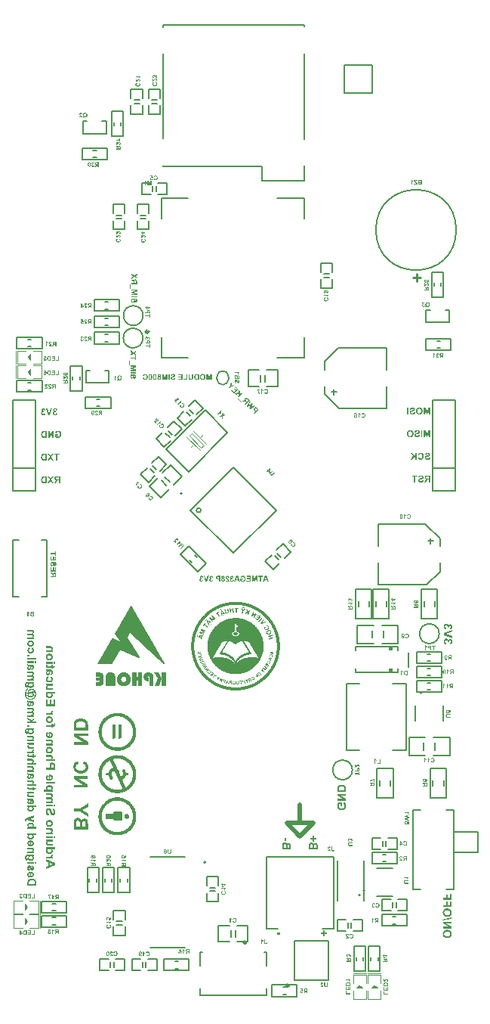
<source format=gbr>
G04*
G04 #@! TF.GenerationSoftware,Altium Limited,Altium Designer,23.0.1 (38)*
G04*
G04 Layer_Color=32896*
%FSLAX25Y25*%
%MOIN*%
G70*
G04*
G04 #@! TF.SameCoordinates,5AACE2FC-F550-4568-A226-762E45A29E99*
G04*
G04*
G04 #@! TF.FilePolarity,Positive*
G04*
G01*
G75*
%ADD10C,0.00394*%
%ADD11C,0.00500*%
%ADD12C,0.00787*%
%ADD14C,0.00197*%
%ADD15C,0.01181*%
%ADD16C,0.00591*%
%ADD43C,0.01968*%
%ADD125C,0.00800*%
%ADD126C,0.00600*%
%ADD127C,0.01000*%
G36*
X342024Y638576D02*
X341024Y639876D01*
X342024Y641176D01*
Y638576D01*
D02*
G37*
G36*
X342024Y632086D02*
X341024Y633386D01*
X342024Y634686D01*
Y632086D01*
D02*
G37*
G36*
X501784Y510595D02*
X500183D01*
Y512194D01*
X501784D01*
Y510595D01*
D02*
G37*
G36*
X386565Y530180D02*
X386614D01*
Y530155D01*
X386639D01*
Y530130D01*
X386663D01*
Y530106D01*
X386688D01*
Y530081D01*
X386713D01*
Y530032D01*
X386737D01*
Y530007D01*
X386762D01*
Y529958D01*
X386786D01*
Y529884D01*
X386811D01*
Y529860D01*
X386836D01*
Y529810D01*
X386860D01*
Y529786D01*
X386885D01*
Y529737D01*
X386910D01*
Y529687D01*
X386934D01*
Y529638D01*
X386959D01*
Y529589D01*
X386983D01*
Y529564D01*
X387008D01*
Y529515D01*
X387033D01*
Y529466D01*
X387057D01*
Y529441D01*
X387082D01*
Y529392D01*
X387106D01*
Y529343D01*
X387131D01*
Y529294D01*
X387156D01*
Y529269D01*
X387180D01*
Y529220D01*
X387205D01*
Y529171D01*
X387229D01*
Y529146D01*
X387254D01*
Y529097D01*
X387279D01*
Y529048D01*
X387303D01*
Y528998D01*
X387328D01*
Y528974D01*
X387352D01*
Y528925D01*
X387377D01*
Y528875D01*
X387402D01*
Y528851D01*
X387426D01*
Y528777D01*
X387451D01*
Y528752D01*
X387475D01*
Y528703D01*
X387500D01*
Y528654D01*
X387525D01*
Y528629D01*
X387549D01*
Y528580D01*
X387574D01*
Y528531D01*
X387598D01*
Y528482D01*
X387623D01*
Y528457D01*
X387648D01*
Y528408D01*
X387672D01*
Y528359D01*
X387697D01*
Y528334D01*
X387721D01*
Y528285D01*
X387746D01*
Y528236D01*
X387771D01*
Y528186D01*
X387795D01*
Y528162D01*
X387820D01*
Y528113D01*
X387844D01*
Y528063D01*
X387869D01*
Y528039D01*
X387894D01*
Y527989D01*
X387918D01*
Y527940D01*
X387943D01*
Y527891D01*
X387967D01*
Y527842D01*
X387992D01*
Y527817D01*
X388017D01*
Y527768D01*
X388041D01*
Y527743D01*
X388066D01*
Y527670D01*
X388091D01*
Y527645D01*
X388115D01*
Y527596D01*
X388140D01*
Y527547D01*
X388164D01*
Y527522D01*
X388189D01*
Y527473D01*
X388214D01*
Y527424D01*
X388238D01*
Y527374D01*
X388263D01*
Y527350D01*
X388287D01*
Y527301D01*
X388312D01*
Y527251D01*
X388337D01*
Y527227D01*
X388361D01*
Y527177D01*
X388386D01*
Y527128D01*
X388410D01*
Y527079D01*
X388435D01*
Y527055D01*
X388460D01*
Y527005D01*
X388484D01*
Y526956D01*
X388509D01*
Y526907D01*
X388533D01*
Y526882D01*
X388558D01*
Y526833D01*
X388583D01*
Y526784D01*
X388607D01*
Y526735D01*
X388632D01*
Y526710D01*
X388656D01*
Y526661D01*
X388681D01*
Y526612D01*
X388706D01*
Y526587D01*
X388730D01*
Y526513D01*
X388755D01*
Y526489D01*
X388779D01*
Y526439D01*
X388804D01*
Y526415D01*
X388829D01*
Y526366D01*
X388853D01*
Y526316D01*
X388878D01*
Y526292D01*
X388903D01*
Y526218D01*
X388927D01*
Y526193D01*
X388952D01*
Y526144D01*
X388976D01*
Y526095D01*
X389001D01*
Y526070D01*
X389026D01*
Y526021D01*
X389050D01*
Y525996D01*
X389075D01*
Y525947D01*
X389099D01*
Y525898D01*
X389124D01*
Y525849D01*
X389149D01*
Y525800D01*
X389173D01*
Y525775D01*
X389198D01*
Y525726D01*
X389222D01*
Y525677D01*
X389247D01*
Y525627D01*
X389272D01*
Y525603D01*
X389296D01*
Y525554D01*
X389321D01*
Y525504D01*
X389346D01*
Y525480D01*
X389370D01*
Y525406D01*
X389395D01*
Y525381D01*
X389419D01*
Y525357D01*
X389444D01*
Y525283D01*
X389469D01*
Y525258D01*
X389493D01*
Y525209D01*
X389518D01*
Y525184D01*
X389542D01*
Y525135D01*
X389567D01*
Y525086D01*
X389592D01*
Y525037D01*
X389616D01*
Y524988D01*
X389641D01*
Y524963D01*
X389665D01*
Y524914D01*
X389690D01*
Y524864D01*
X389715D01*
Y524840D01*
X389739D01*
Y524791D01*
X389764D01*
Y524742D01*
X389788D01*
Y524692D01*
X389813D01*
Y524668D01*
X389838D01*
Y524618D01*
X389862D01*
Y524569D01*
X389887D01*
Y524545D01*
X389911D01*
Y524496D01*
X389936D01*
Y524446D01*
X389961D01*
Y524397D01*
X389985D01*
Y524348D01*
X390010D01*
Y524323D01*
X390035D01*
Y524274D01*
X390059D01*
Y524249D01*
X390084D01*
Y524176D01*
X390108D01*
Y524151D01*
X390133D01*
Y524102D01*
X390158D01*
Y524052D01*
X390182D01*
Y524028D01*
X390207D01*
Y523979D01*
X390231D01*
Y523930D01*
X390256D01*
Y523880D01*
X390281D01*
Y523856D01*
X390305D01*
Y523831D01*
X390330D01*
Y523757D01*
X390354D01*
Y523733D01*
X390379D01*
Y523683D01*
X390404D01*
Y523634D01*
X390428D01*
Y523585D01*
X390453D01*
Y523560D01*
X390477D01*
Y523511D01*
X390502D01*
Y523462D01*
X390527D01*
Y523437D01*
X390551D01*
Y523388D01*
X390576D01*
Y523339D01*
X390600D01*
Y523290D01*
X390625D01*
Y523241D01*
X390650D01*
Y523216D01*
X390674D01*
Y523167D01*
X390699D01*
Y523142D01*
X390723D01*
Y523068D01*
X390748D01*
Y523044D01*
X390773D01*
Y523019D01*
X390797D01*
Y522945D01*
X390822D01*
Y522921D01*
X390846D01*
Y522871D01*
X390871D01*
Y522822D01*
X390896D01*
Y522773D01*
X390920D01*
Y522748D01*
X390945D01*
Y522699D01*
X390969D01*
Y522650D01*
X390994D01*
Y522625D01*
X391019D01*
Y522576D01*
X391043D01*
Y522527D01*
X391068D01*
Y522478D01*
X391092D01*
Y522453D01*
X391117D01*
Y522404D01*
X391142D01*
Y522355D01*
X391166D01*
Y522330D01*
X391191D01*
Y522281D01*
X391216D01*
Y522232D01*
X391240D01*
Y522183D01*
X391265D01*
Y522158D01*
X391289D01*
Y522109D01*
X391314D01*
Y522059D01*
X391339D01*
Y522010D01*
X391363D01*
Y521986D01*
X391388D01*
Y521936D01*
X391412D01*
Y521887D01*
X391437D01*
Y521863D01*
X391462D01*
Y521813D01*
X391486D01*
Y521764D01*
X391511D01*
Y521715D01*
X391535D01*
Y521690D01*
X391560D01*
Y521641D01*
X391585D01*
Y521592D01*
X391609D01*
Y521543D01*
X391634D01*
Y521493D01*
X391658D01*
Y521469D01*
X391683D01*
Y521420D01*
X391708D01*
Y521371D01*
X391732D01*
Y521346D01*
X391757D01*
Y521297D01*
X391781D01*
Y521247D01*
X391806D01*
Y521198D01*
X391831D01*
Y521174D01*
X391855D01*
Y521124D01*
X391880D01*
Y521075D01*
X391904D01*
Y521051D01*
X391929D01*
Y521001D01*
X391954D01*
Y520952D01*
X391978D01*
Y520903D01*
X392003D01*
Y520878D01*
X392028D01*
Y520805D01*
X392052D01*
Y520780D01*
X392077D01*
Y520755D01*
X392101D01*
Y520706D01*
X392126D01*
Y520657D01*
X392151D01*
Y520608D01*
X392175D01*
Y520583D01*
X392200D01*
Y520534D01*
X392224D01*
Y520485D01*
X392249D01*
Y520435D01*
X392274D01*
Y520386D01*
X392298D01*
Y520362D01*
X392323D01*
Y520312D01*
X392347D01*
Y520288D01*
Y520263D01*
X392372D01*
Y520239D01*
X392397D01*
Y520189D01*
X392421D01*
Y520140D01*
X392446D01*
Y520091D01*
X392471D01*
Y520066D01*
X392495D01*
Y520017D01*
X392520D01*
Y519968D01*
X392544D01*
Y519943D01*
X392569D01*
Y519894D01*
X392594D01*
Y519845D01*
X392618D01*
Y519796D01*
X392643D01*
Y519771D01*
X392667D01*
Y519722D01*
X392692D01*
Y519673D01*
X392717D01*
Y519648D01*
X392741D01*
Y519599D01*
X392766D01*
Y519550D01*
X392790D01*
Y519500D01*
X392815D01*
Y519451D01*
X392840D01*
Y519427D01*
X392864D01*
Y519377D01*
X392889D01*
Y519328D01*
X392913D01*
Y519279D01*
X392938D01*
Y519254D01*
X392963D01*
Y519205D01*
X392987D01*
Y519156D01*
X393012D01*
Y519131D01*
X393036D01*
Y519082D01*
X393061D01*
Y519033D01*
X393086D01*
Y518984D01*
X393110D01*
Y518959D01*
X393135D01*
Y518910D01*
X393160D01*
Y518861D01*
X393184D01*
Y518836D01*
X393209D01*
Y518787D01*
X393233D01*
Y518738D01*
X393258D01*
Y518688D01*
X393283D01*
Y518639D01*
X393307D01*
Y518614D01*
X393332D01*
Y518565D01*
X393356D01*
Y518541D01*
X393381D01*
Y518467D01*
X393406D01*
Y518442D01*
X393430D01*
Y518393D01*
X393455D01*
Y518344D01*
X393479D01*
Y518319D01*
X393504D01*
Y518270D01*
X393529D01*
Y518221D01*
X393553D01*
Y518172D01*
X393578D01*
Y518147D01*
X393602D01*
Y518122D01*
X393627D01*
Y518049D01*
X393652D01*
Y518024D01*
X393676D01*
Y517975D01*
X393701D01*
Y517926D01*
X393725D01*
Y517901D01*
X393750D01*
Y517852D01*
X393775D01*
Y517802D01*
X393799D01*
Y517753D01*
X393824D01*
Y517729D01*
X393848D01*
Y517680D01*
X393873D01*
Y517630D01*
X393898D01*
Y517581D01*
X393922D01*
Y517532D01*
X393947D01*
Y517507D01*
X393971D01*
Y517458D01*
X393996D01*
Y517409D01*
X394021D01*
Y517384D01*
X394045D01*
Y517335D01*
X394070D01*
Y517286D01*
X394094D01*
Y517261D01*
X394119D01*
Y517212D01*
X394144D01*
Y517163D01*
X394168D01*
Y517114D01*
X394193D01*
Y517089D01*
X394217D01*
Y517040D01*
X394242D01*
Y516991D01*
X394267D01*
Y516941D01*
X394291D01*
Y516892D01*
X394316D01*
Y516867D01*
X394341D01*
Y516818D01*
X394365D01*
Y516769D01*
X394390D01*
Y516745D01*
X394414D01*
Y516695D01*
X394439D01*
Y516646D01*
X394464D01*
Y516597D01*
X394488D01*
Y516572D01*
X394513D01*
Y516523D01*
X394537D01*
Y516474D01*
X394562D01*
Y516449D01*
X394587D01*
Y516400D01*
X394611D01*
Y516351D01*
X394636D01*
Y516302D01*
X394660D01*
Y516277D01*
X394685D01*
Y516228D01*
X394710D01*
Y516179D01*
X394734D01*
Y516154D01*
X394759D01*
Y516080D01*
X394783D01*
Y516055D01*
X394808D01*
Y516006D01*
X394833D01*
Y515982D01*
X394857D01*
Y515933D01*
X394882D01*
Y515883D01*
X394906D01*
Y515859D01*
X394931D01*
Y515785D01*
X394956D01*
Y515760D01*
X394980D01*
Y515711D01*
X395005D01*
Y515662D01*
X395029D01*
Y515637D01*
X395054D01*
Y515588D01*
X395079D01*
Y515539D01*
X395103D01*
Y515489D01*
X395128D01*
Y515465D01*
X395153D01*
Y515416D01*
X395177D01*
Y515367D01*
X395202D01*
Y515342D01*
X395226D01*
Y515293D01*
X395251D01*
Y515243D01*
X395276D01*
Y515194D01*
X395300D01*
Y515170D01*
X395325D01*
Y515121D01*
X395349D01*
Y515071D01*
X395374D01*
Y515047D01*
X395399D01*
Y514997D01*
X395423D01*
Y514948D01*
X395448D01*
Y514899D01*
X395472D01*
Y514850D01*
X395497D01*
Y514825D01*
X395522D01*
Y514776D01*
X395546D01*
Y514751D01*
X395571D01*
Y514677D01*
X395596D01*
Y514653D01*
X395620D01*
Y514628D01*
X395645D01*
Y514555D01*
X395669D01*
Y514530D01*
X395694D01*
Y514481D01*
X395719D01*
Y514431D01*
X395743D01*
Y514382D01*
X395768D01*
Y514358D01*
X395792D01*
Y514308D01*
X395817D01*
Y514259D01*
X395842D01*
Y514235D01*
X395866D01*
Y514185D01*
X395891D01*
Y514136D01*
X395915D01*
Y514087D01*
X395940D01*
Y514062D01*
X395965D01*
Y514013D01*
X395989D01*
Y513964D01*
X396014D01*
Y513939D01*
X396038D01*
Y513890D01*
X396063D01*
Y513841D01*
X396088D01*
Y513792D01*
X396112D01*
Y513742D01*
X396137D01*
Y513718D01*
X396161D01*
Y513669D01*
X396186D01*
Y513620D01*
X396211D01*
Y513570D01*
X396235D01*
Y513546D01*
X396260D01*
Y513496D01*
X396285D01*
Y513447D01*
X396309D01*
Y513423D01*
X396334D01*
Y513373D01*
X396358D01*
Y513324D01*
X396383D01*
Y513300D01*
X396408D01*
Y513250D01*
X396432D01*
Y513201D01*
X396457D01*
Y513152D01*
X396481D01*
Y513127D01*
X396506D01*
Y513078D01*
X396531D01*
Y513029D01*
X396555D01*
Y512980D01*
X396580D01*
Y512955D01*
X396604D01*
Y512906D01*
X396629D01*
Y512857D01*
X396654D01*
Y512808D01*
X396678D01*
Y512783D01*
X396703D01*
Y512734D01*
X396727D01*
Y512684D01*
X396752D01*
Y512660D01*
X396777D01*
Y512611D01*
X396801D01*
Y512561D01*
X396826D01*
Y512512D01*
X396850D01*
Y512488D01*
X396875D01*
Y512414D01*
X396900D01*
Y512389D01*
X396924D01*
Y512364D01*
X396949D01*
Y512291D01*
X396973D01*
Y512266D01*
X396998D01*
Y512217D01*
X397023D01*
Y512192D01*
X397047D01*
Y512143D01*
X397072D01*
Y512094D01*
X397096D01*
Y512045D01*
X397121D01*
Y511996D01*
X397146D01*
Y511971D01*
X397170D01*
Y511922D01*
X397195D01*
Y511872D01*
X397219D01*
Y511848D01*
X397244D01*
Y511799D01*
X397269D01*
Y511749D01*
X397293D01*
Y511700D01*
X397318D01*
Y511676D01*
X397342D01*
Y511626D01*
X397367D01*
Y511577D01*
X397392D01*
Y511552D01*
X397416D01*
Y511503D01*
X397441D01*
Y511454D01*
X397466D01*
Y511405D01*
X397490D01*
Y511380D01*
X397515D01*
Y511331D01*
X397539D01*
Y511282D01*
X397564D01*
Y511257D01*
X397589D01*
Y511183D01*
X397613D01*
Y511159D01*
X397638D01*
Y511110D01*
X397662D01*
Y511060D01*
X397687D01*
Y511036D01*
X397712D01*
Y510987D01*
X397736D01*
Y510937D01*
X397761D01*
Y510888D01*
X397785D01*
Y510864D01*
X397810D01*
Y510839D01*
X397835D01*
Y510765D01*
X397859D01*
Y510741D01*
X397884D01*
Y510691D01*
X397908D01*
Y510642D01*
X397933D01*
Y510593D01*
X397958D01*
Y510568D01*
X397982D01*
Y510519D01*
X398007D01*
Y510470D01*
X398031D01*
Y510445D01*
X398056D01*
Y510396D01*
X398081D01*
Y510347D01*
X398105D01*
Y510298D01*
X398130D01*
Y510248D01*
X398154D01*
Y510224D01*
X398179D01*
Y510175D01*
X398204D01*
Y510125D01*
X398228D01*
Y510076D01*
X398253D01*
Y510052D01*
X398278D01*
Y510002D01*
X398302D01*
Y509953D01*
X398327D01*
Y509929D01*
X398351D01*
Y509879D01*
X398376D01*
Y509830D01*
X398401D01*
Y509781D01*
X398425D01*
Y509756D01*
X398450D01*
Y509732D01*
X398474D01*
Y509658D01*
X398499D01*
Y509633D01*
X398524D01*
Y509584D01*
X398548D01*
Y509535D01*
X398573D01*
Y509486D01*
X398597D01*
Y509461D01*
X398622D01*
Y509412D01*
X398647D01*
Y509363D01*
X398671D01*
Y509338D01*
X398696D01*
Y509289D01*
X398721D01*
Y509239D01*
X398745D01*
Y509190D01*
X398770D01*
Y509141D01*
X398794D01*
Y509117D01*
X398819D01*
Y509067D01*
X398844D01*
Y509018D01*
X398868D01*
Y508993D01*
X398893D01*
Y508944D01*
X398917D01*
Y508920D01*
X398942D01*
Y508846D01*
X398967D01*
Y508821D01*
X398991D01*
Y508772D01*
X399016D01*
Y508723D01*
X399040D01*
Y508674D01*
X399065D01*
Y508649D01*
X399090D01*
Y508600D01*
X399114D01*
Y508551D01*
X399139D01*
Y508526D01*
X399163D01*
Y508477D01*
X399188D01*
Y508427D01*
X399213D01*
Y508378D01*
X399237D01*
Y508354D01*
X399262D01*
Y508305D01*
X399286D01*
Y508255D01*
X399311D01*
Y508206D01*
X399336D01*
Y508181D01*
X399360D01*
Y508132D01*
X399385D01*
Y508083D01*
X399410D01*
Y508058D01*
X399434D01*
Y508009D01*
X399459D01*
Y507960D01*
X399483D01*
Y507911D01*
X399508D01*
Y507886D01*
X399533D01*
Y507837D01*
X399557D01*
Y507788D01*
X399582D01*
Y507763D01*
X399606D01*
Y507714D01*
X399631D01*
Y507665D01*
X399656D01*
Y507616D01*
X399680D01*
Y507566D01*
X399705D01*
Y507542D01*
X399729D01*
Y507492D01*
X399754D01*
Y507443D01*
X399779D01*
Y507394D01*
X399803D01*
Y507370D01*
X399828D01*
Y507320D01*
X399852D01*
Y507271D01*
X399877D01*
Y507246D01*
X399902D01*
Y507197D01*
X399926D01*
Y507148D01*
X399951D01*
Y507099D01*
X399975D01*
Y507074D01*
X400000D01*
Y507025D01*
X400025D01*
Y506976D01*
X400049D01*
Y506951D01*
X400074D01*
Y506902D01*
X400098D01*
Y506853D01*
X400123D01*
Y506804D01*
X400148D01*
Y506779D01*
X400172D01*
Y506730D01*
X400197D01*
Y506680D01*
X400221D01*
Y506656D01*
X400246D01*
Y506582D01*
X400271D01*
Y506558D01*
X400295D01*
Y506508D01*
X400320D01*
Y506459D01*
X400345D01*
Y506434D01*
X400369D01*
Y506385D01*
X400394D01*
Y506336D01*
X400418D01*
Y506287D01*
X400443D01*
Y506262D01*
X400467D01*
Y506213D01*
X400492D01*
Y506164D01*
X400517D01*
Y506139D01*
X400541D01*
Y506090D01*
X400566D01*
Y506041D01*
X400591D01*
Y505992D01*
X400615D01*
Y505967D01*
X400640D01*
Y505918D01*
X400664D01*
Y505868D01*
X400689D01*
Y505844D01*
X400714D01*
Y505795D01*
X400738D01*
Y505746D01*
X400763D01*
Y505696D01*
X400787D01*
Y505647D01*
X400812D01*
Y505622D01*
X400837D01*
Y505573D01*
X400861D01*
Y505549D01*
X400886D01*
Y505475D01*
X400910D01*
Y505450D01*
X400935D01*
Y505401D01*
X400960D01*
Y505352D01*
X400984D01*
Y505327D01*
X401009D01*
Y505278D01*
X401033D01*
Y505229D01*
X401058D01*
Y505180D01*
X401083D01*
Y505155D01*
X401107D01*
Y505106D01*
X401132D01*
Y505056D01*
X401157D01*
Y505007D01*
X401181D01*
Y504737D01*
X401157D01*
Y504712D01*
X401132D01*
Y504663D01*
X401107D01*
Y504638D01*
X401058D01*
Y504614D01*
X401033D01*
Y504589D01*
X400960D01*
Y504564D01*
X400763D01*
Y504589D01*
X400689D01*
Y504614D01*
X400664D01*
Y504638D01*
X400615D01*
Y504663D01*
X400591D01*
Y504687D01*
X400566D01*
Y504712D01*
X400541D01*
Y504761D01*
X400517D01*
Y504786D01*
X400492D01*
Y504810D01*
X400467D01*
Y504835D01*
X400418D01*
Y504884D01*
X400369D01*
Y504909D01*
X400345D01*
Y504933D01*
X400320D01*
Y504958D01*
X400295D01*
Y504983D01*
X400271D01*
Y505007D01*
X400246D01*
Y505032D01*
X400221D01*
Y505056D01*
X400197D01*
Y505081D01*
X400172D01*
Y505106D01*
X400148D01*
Y505130D01*
X400123D01*
Y505155D01*
X400098D01*
Y505180D01*
X400049D01*
Y505204D01*
X400025D01*
Y505229D01*
X400000D01*
Y505253D01*
X399975D01*
Y505278D01*
X399951D01*
Y505302D01*
X399926D01*
Y505327D01*
X399902D01*
Y505352D01*
X399877D01*
Y505376D01*
X399852D01*
Y505401D01*
X399828D01*
Y505426D01*
X399803D01*
Y505450D01*
X399779D01*
Y505475D01*
X399754D01*
Y505499D01*
X399729D01*
Y505524D01*
X399680D01*
Y505549D01*
X399656D01*
Y505573D01*
X399631D01*
Y505598D01*
X399606D01*
Y505622D01*
X399582D01*
Y505647D01*
X399557D01*
Y505672D01*
X399533D01*
Y505696D01*
X399508D01*
Y505721D01*
X399483D01*
Y505746D01*
X399459D01*
Y505770D01*
X399434D01*
Y505795D01*
X399410D01*
Y505819D01*
X399360D01*
Y505868D01*
X399311D01*
Y505893D01*
X399286D01*
Y505918D01*
X399262D01*
Y505942D01*
X399237D01*
Y505967D01*
X399213D01*
Y505992D01*
X399188D01*
Y506016D01*
X399163D01*
Y506041D01*
X399139D01*
Y506065D01*
X399114D01*
Y506090D01*
X399090D01*
Y506114D01*
X399065D01*
Y506139D01*
X399040D01*
Y506164D01*
X399016D01*
Y506188D01*
X398967D01*
Y506213D01*
X398942D01*
Y506238D01*
X398917D01*
Y506262D01*
X398893D01*
Y506287D01*
X398868D01*
Y506311D01*
X398844D01*
Y506336D01*
X398819D01*
Y506361D01*
X398794D01*
Y506385D01*
X398770D01*
Y506410D01*
X398745D01*
Y506434D01*
X398721D01*
Y506459D01*
X398696D01*
Y506484D01*
X398671D01*
Y506508D01*
X398647D01*
Y506533D01*
X398597D01*
Y506558D01*
X398573D01*
Y506582D01*
X398548D01*
Y506607D01*
X398524D01*
Y506631D01*
X398499D01*
Y506656D01*
X398474D01*
Y506680D01*
X398450D01*
Y506705D01*
X398425D01*
Y506730D01*
X398401D01*
Y506754D01*
X398376D01*
Y506779D01*
X398351D01*
Y506804D01*
X398327D01*
Y506828D01*
X398302D01*
Y506853D01*
X398278D01*
Y506877D01*
X398228D01*
Y506902D01*
X398204D01*
Y506927D01*
X398179D01*
Y506951D01*
X398154D01*
Y506976D01*
X398130D01*
Y507000D01*
X398105D01*
Y507025D01*
X398081D01*
Y507050D01*
X398056D01*
Y507074D01*
X398031D01*
Y507099D01*
X398007D01*
Y507123D01*
X397982D01*
Y507148D01*
X397958D01*
Y507173D01*
X397933D01*
Y507197D01*
X397908D01*
Y507222D01*
X397884D01*
Y507246D01*
X397835D01*
Y507271D01*
X397810D01*
Y507296D01*
X397785D01*
Y507320D01*
X397761D01*
Y507345D01*
X397736D01*
Y507370D01*
X397712D01*
Y507394D01*
X397687D01*
Y507419D01*
X397662D01*
Y507443D01*
X397638D01*
Y507468D01*
X397613D01*
Y507492D01*
X397589D01*
Y507517D01*
X397564D01*
Y507542D01*
X397515D01*
Y507566D01*
X397490D01*
Y507591D01*
X397466D01*
Y507616D01*
X397441D01*
Y507640D01*
X397416D01*
Y507665D01*
X397392D01*
Y507689D01*
X397367D01*
Y507714D01*
X397342D01*
Y507739D01*
X397318D01*
Y507763D01*
X397293D01*
Y507788D01*
X397269D01*
Y507812D01*
X397244D01*
Y507837D01*
X397219D01*
Y507862D01*
X397195D01*
Y507886D01*
X397146D01*
Y507911D01*
X397121D01*
Y507935D01*
X397096D01*
Y507960D01*
X397072D01*
Y507985D01*
X397047D01*
Y508009D01*
X397023D01*
Y508034D01*
X396998D01*
Y508058D01*
X396973D01*
Y508083D01*
X396949D01*
Y508108D01*
X396924D01*
Y508132D01*
X396900D01*
Y508157D01*
X396875D01*
Y508181D01*
X396850D01*
Y508206D01*
X396826D01*
Y508231D01*
X396801D01*
Y508255D01*
X396752D01*
Y508280D01*
X396727D01*
Y508305D01*
X396703D01*
Y508329D01*
X396678D01*
Y508354D01*
X396654D01*
Y508378D01*
X396629D01*
Y508403D01*
X396604D01*
Y508427D01*
X396580D01*
Y508452D01*
X396555D01*
Y508477D01*
X396531D01*
Y508501D01*
X396506D01*
Y508526D01*
X396481D01*
Y508551D01*
X396457D01*
Y508575D01*
X396432D01*
Y508600D01*
X396383D01*
Y508624D01*
X396358D01*
Y508649D01*
X396334D01*
Y508674D01*
X396309D01*
Y508698D01*
X396285D01*
Y508723D01*
X396260D01*
Y508747D01*
X396235D01*
Y508772D01*
X396211D01*
Y508797D01*
X396186D01*
Y508821D01*
X396161D01*
Y508846D01*
X396137D01*
Y508871D01*
X396112D01*
Y508895D01*
X396063D01*
Y508944D01*
X396014D01*
Y508969D01*
X395989D01*
Y508993D01*
X395965D01*
Y509018D01*
X395940D01*
Y509043D01*
X395915D01*
Y509067D01*
X395891D01*
Y509092D01*
X395866D01*
Y509117D01*
X395842D01*
Y509141D01*
X395817D01*
Y509166D01*
X395792D01*
Y509190D01*
X395743D01*
Y509239D01*
X395694D01*
Y509264D01*
X395669D01*
Y509289D01*
X395645D01*
Y509313D01*
X395620D01*
Y509338D01*
X395596D01*
Y509363D01*
X395571D01*
Y509387D01*
X395546D01*
Y509412D01*
X395522D01*
Y509436D01*
X395497D01*
Y509461D01*
X395472D01*
Y509486D01*
X395448D01*
Y509510D01*
X395423D01*
Y509535D01*
X395399D01*
Y509559D01*
X395374D01*
Y509584D01*
X395349D01*
Y509609D01*
X395300D01*
Y509633D01*
X395276D01*
Y509658D01*
X395251D01*
Y509683D01*
X395226D01*
Y509707D01*
X395202D01*
Y509732D01*
X395177D01*
Y509756D01*
X395153D01*
Y509781D01*
X395128D01*
Y509805D01*
X395103D01*
Y509830D01*
X395079D01*
Y509855D01*
X395054D01*
Y509879D01*
X395029D01*
Y509904D01*
X394980D01*
Y509953D01*
X394931D01*
Y509978D01*
X394906D01*
Y510002D01*
X394882D01*
Y510027D01*
X394857D01*
Y510052D01*
X394833D01*
Y510076D01*
X394808D01*
Y510101D01*
X394783D01*
Y510125D01*
X394759D01*
Y510150D01*
X394734D01*
Y510175D01*
X394710D01*
Y510199D01*
X394685D01*
Y510224D01*
X394660D01*
Y510248D01*
X394611D01*
Y510298D01*
X394562D01*
Y510322D01*
X394537D01*
Y510347D01*
X394513D01*
Y510371D01*
X394488D01*
Y510396D01*
X394464D01*
Y510421D01*
X394439D01*
Y510445D01*
X394414D01*
Y510470D01*
X394390D01*
Y510495D01*
X394365D01*
Y510519D01*
X394341D01*
Y510544D01*
X394316D01*
Y510568D01*
X394291D01*
Y510593D01*
X394267D01*
Y510617D01*
X394217D01*
Y510642D01*
X394193D01*
Y510667D01*
X394168D01*
Y510691D01*
X394144D01*
Y510716D01*
X394119D01*
Y510741D01*
X394094D01*
Y510765D01*
X394070D01*
Y510790D01*
X394045D01*
Y510814D01*
X394021D01*
Y510839D01*
X393996D01*
Y510864D01*
X393971D01*
Y510888D01*
X393947D01*
Y510913D01*
X393922D01*
Y510937D01*
X393873D01*
Y510962D01*
X393848D01*
Y510987D01*
X393824D01*
Y511011D01*
X393799D01*
Y511036D01*
X393775D01*
Y511060D01*
X393750D01*
Y511085D01*
X393725D01*
Y511110D01*
X393701D01*
Y511134D01*
X393676D01*
Y511159D01*
X393652D01*
Y511183D01*
X393627D01*
Y511208D01*
X393602D01*
Y511233D01*
X393578D01*
Y511257D01*
X393553D01*
Y511282D01*
X393529D01*
Y511306D01*
X393479D01*
Y511331D01*
X393455D01*
Y511356D01*
X393430D01*
Y511380D01*
X393406D01*
Y511405D01*
X393381D01*
Y511430D01*
X393356D01*
Y511454D01*
X393332D01*
Y511479D01*
X393307D01*
Y511503D01*
X393283D01*
Y511528D01*
X393258D01*
Y511552D01*
X393233D01*
Y511577D01*
X393209D01*
Y511602D01*
X393160D01*
Y511626D01*
X393135D01*
Y511651D01*
X393110D01*
Y511676D01*
X393086D01*
Y511700D01*
X393061D01*
Y511725D01*
X393036D01*
Y511749D01*
X393012D01*
Y511774D01*
X392987D01*
Y511799D01*
X392963D01*
Y511823D01*
X392938D01*
Y511848D01*
X392913D01*
Y511872D01*
X392889D01*
Y511897D01*
X392864D01*
Y511922D01*
X392840D01*
Y511946D01*
X392815D01*
Y511971D01*
X392766D01*
Y511996D01*
X392741D01*
Y512020D01*
X392717D01*
Y512045D01*
X392692D01*
Y512069D01*
X392667D01*
Y512094D01*
X392643D01*
Y512118D01*
X392618D01*
Y512143D01*
X392594D01*
Y512168D01*
X392569D01*
Y512192D01*
X392544D01*
Y512217D01*
X392520D01*
Y512242D01*
X392495D01*
Y512266D01*
X392446D01*
Y512315D01*
X392397D01*
Y512340D01*
X392372D01*
Y512364D01*
X392347D01*
Y512389D01*
X392323D01*
Y512414D01*
X392298D01*
Y512438D01*
X392274D01*
Y512463D01*
X392249D01*
Y512488D01*
X392224D01*
Y512512D01*
X392200D01*
Y512537D01*
X392175D01*
Y512561D01*
X392151D01*
Y512586D01*
X392126D01*
Y512611D01*
X392077D01*
Y512660D01*
X392028D01*
Y512684D01*
X392003D01*
Y512709D01*
X391978D01*
Y512734D01*
X391954D01*
Y512758D01*
X391929D01*
Y512783D01*
X391904D01*
Y512808D01*
X391880D01*
Y512832D01*
X391855D01*
Y512857D01*
X391831D01*
Y512881D01*
X391806D01*
Y512906D01*
X391781D01*
Y512930D01*
X391757D01*
Y512955D01*
X391732D01*
Y512980D01*
X391683D01*
Y513029D01*
X391634D01*
Y513054D01*
X391609D01*
Y513078D01*
X391585D01*
Y513103D01*
X391560D01*
Y513127D01*
X391535D01*
Y513152D01*
X391511D01*
Y513177D01*
X391486D01*
Y513201D01*
X391462D01*
Y513226D01*
X391437D01*
Y513250D01*
X391412D01*
Y513275D01*
X391388D01*
Y513300D01*
X391339D01*
Y513324D01*
X391314D01*
Y513349D01*
X391289D01*
Y513373D01*
X391265D01*
Y513398D01*
X391240D01*
Y513423D01*
X391216D01*
Y513447D01*
X391191D01*
Y513472D01*
X391166D01*
Y513496D01*
X391142D01*
Y513521D01*
X391117D01*
Y513546D01*
X391092D01*
Y513570D01*
X391068D01*
Y513595D01*
X391043D01*
Y513620D01*
X391019D01*
Y513644D01*
X390994D01*
Y513669D01*
X390945D01*
Y513693D01*
X390920D01*
Y513718D01*
X390896D01*
Y513742D01*
X390871D01*
Y513767D01*
X390846D01*
Y513792D01*
X390822D01*
Y513816D01*
X390797D01*
Y513841D01*
X390773D01*
Y513866D01*
X390748D01*
Y513890D01*
X390723D01*
Y513915D01*
X390699D01*
Y513939D01*
X390674D01*
Y513964D01*
X390625D01*
Y513989D01*
X390600D01*
Y514013D01*
X390576D01*
Y514038D01*
X390551D01*
Y514062D01*
X390527D01*
Y514087D01*
X390502D01*
Y514112D01*
X390477D01*
Y514136D01*
X390453D01*
Y514161D01*
X390428D01*
Y514185D01*
X390404D01*
Y514210D01*
X390379D01*
Y514235D01*
X390354D01*
Y514259D01*
X390330D01*
Y514284D01*
X390305D01*
Y514308D01*
X390256D01*
Y514333D01*
X390231D01*
Y514358D01*
X390207D01*
Y514382D01*
X390182D01*
Y514407D01*
X390158D01*
Y514431D01*
X390133D01*
Y514456D01*
X390108D01*
Y514481D01*
X390084D01*
Y514505D01*
X390059D01*
Y514530D01*
X390035D01*
Y514555D01*
X390010D01*
Y514579D01*
X389985D01*
Y514604D01*
X389961D01*
Y514628D01*
X389936D01*
Y514653D01*
X389911D01*
Y514677D01*
X389862D01*
Y514702D01*
X389838D01*
Y514727D01*
X389813D01*
Y514751D01*
X389788D01*
Y514776D01*
X389764D01*
Y514801D01*
X389739D01*
Y514825D01*
X389715D01*
Y514850D01*
X389690D01*
Y514874D01*
X389665D01*
Y514899D01*
X389641D01*
Y514924D01*
X389616D01*
Y514948D01*
X389592D01*
Y514973D01*
X389542D01*
Y515022D01*
X389493D01*
Y515047D01*
X389469D01*
Y515071D01*
X389444D01*
Y515096D01*
X389419D01*
Y515121D01*
X389395D01*
Y515145D01*
X389370D01*
Y515170D01*
X389346D01*
Y515194D01*
X389321D01*
Y515219D01*
X389296D01*
Y515243D01*
X389272D01*
Y515268D01*
X389247D01*
Y515293D01*
X389222D01*
Y515317D01*
X389198D01*
Y515342D01*
X389149D01*
Y515391D01*
X389099D01*
Y515416D01*
X389075D01*
Y515440D01*
X389050D01*
Y515465D01*
X389026D01*
Y515489D01*
X389001D01*
Y515514D01*
X388976D01*
Y515539D01*
X388952D01*
Y515563D01*
X388927D01*
Y515588D01*
X388903D01*
Y515613D01*
X388878D01*
Y515637D01*
X388853D01*
Y515662D01*
X388829D01*
Y515686D01*
X388779D01*
Y515711D01*
X388755D01*
Y515736D01*
X388730D01*
Y515760D01*
X388706D01*
Y515785D01*
X388681D01*
Y515809D01*
X388656D01*
Y515834D01*
X388632D01*
Y515859D01*
X388607D01*
Y515883D01*
X388583D01*
Y515908D01*
X388558D01*
Y515933D01*
X388533D01*
Y515957D01*
X388509D01*
Y515982D01*
X388484D01*
Y516006D01*
X388460D01*
Y516031D01*
X388410D01*
Y516055D01*
X388386D01*
Y516080D01*
X388361D01*
Y516105D01*
X388337D01*
Y516129D01*
X388312D01*
Y516154D01*
X388287D01*
Y516179D01*
X388263D01*
Y516203D01*
X388238D01*
Y516228D01*
X388214D01*
Y516252D01*
X388189D01*
Y516277D01*
X388164D01*
Y516302D01*
X388140D01*
Y516326D01*
X388115D01*
Y516351D01*
X388091D01*
Y516375D01*
X388041D01*
Y516400D01*
X388017D01*
Y516425D01*
X387992D01*
Y516449D01*
X387967D01*
Y516474D01*
X387943D01*
Y516498D01*
X387918D01*
Y516523D01*
X387894D01*
Y516548D01*
X387869D01*
Y516572D01*
X387844D01*
Y516597D01*
X387820D01*
Y516621D01*
X387795D01*
Y516646D01*
X387771D01*
Y516671D01*
X387746D01*
Y516695D01*
X387697D01*
Y516720D01*
X387672D01*
Y516745D01*
X387648D01*
Y516769D01*
X387623D01*
Y516794D01*
X387598D01*
Y516818D01*
X387574D01*
Y516843D01*
X387549D01*
Y516867D01*
X387525D01*
Y516892D01*
X387500D01*
Y516917D01*
X387475D01*
Y516941D01*
X387451D01*
Y516966D01*
X387426D01*
Y516991D01*
X387402D01*
Y517015D01*
X387377D01*
Y517040D01*
X387328D01*
Y517064D01*
X387303D01*
Y517089D01*
X387279D01*
Y517114D01*
X387254D01*
Y517138D01*
X387229D01*
Y517163D01*
X387205D01*
Y517187D01*
X387180D01*
Y517212D01*
X387156D01*
Y517237D01*
X387131D01*
Y517261D01*
X387106D01*
Y517286D01*
X387082D01*
Y517310D01*
X387057D01*
Y517335D01*
X387008D01*
Y517384D01*
X386959D01*
Y517409D01*
X386934D01*
Y517433D01*
X386910D01*
Y517458D01*
X386885D01*
Y517483D01*
X386860D01*
Y517507D01*
X386836D01*
Y517532D01*
X386811D01*
Y517556D01*
X386786D01*
Y517581D01*
X386762D01*
Y517606D01*
X386737D01*
Y517630D01*
X386713D01*
Y517655D01*
X386688D01*
Y517680D01*
X386663D01*
Y517704D01*
X386639D01*
Y517729D01*
X386590D01*
Y517753D01*
X386565D01*
Y517778D01*
X386540D01*
Y517802D01*
X386516D01*
Y517827D01*
X386491D01*
Y517852D01*
X386467D01*
Y517876D01*
X386442D01*
Y517901D01*
X386417D01*
Y517926D01*
X386393D01*
Y517950D01*
X386368D01*
Y517975D01*
X386344D01*
Y517999D01*
X386319D01*
Y518024D01*
X386294D01*
Y518049D01*
X386245D01*
Y518098D01*
X386196D01*
Y518122D01*
X386171D01*
Y518147D01*
X386147D01*
Y518172D01*
X386122D01*
Y518196D01*
X386097D01*
Y518221D01*
X386073D01*
Y518246D01*
X386048D01*
Y518270D01*
X386024D01*
Y518295D01*
X385999D01*
Y518319D01*
X385950D01*
Y518344D01*
X385925D01*
Y518319D01*
X385901D01*
Y518295D01*
X385876D01*
Y518246D01*
X385851D01*
Y518196D01*
X385827D01*
Y518147D01*
X385802D01*
Y518122D01*
X385778D01*
Y518073D01*
X385753D01*
Y518024D01*
X385728D01*
Y517999D01*
X385704D01*
Y517950D01*
X385679D01*
Y517901D01*
X385654D01*
Y517852D01*
X385630D01*
Y517827D01*
X385605D01*
Y517778D01*
X385581D01*
Y517729D01*
X385556D01*
Y517704D01*
X385531D01*
Y517630D01*
X385507D01*
Y517606D01*
X385482D01*
Y517556D01*
X385458D01*
Y517532D01*
X385433D01*
Y517483D01*
X385408D01*
Y517433D01*
X385384D01*
Y517409D01*
X385359D01*
Y517335D01*
X385335D01*
Y517310D01*
X385310D01*
Y517261D01*
X385285D01*
Y517212D01*
X385261D01*
Y517187D01*
X385236D01*
Y517138D01*
X385212D01*
Y517089D01*
X385187D01*
Y517040D01*
X385162D01*
Y517015D01*
X385138D01*
Y516966D01*
X385113D01*
Y516917D01*
X385089D01*
Y516892D01*
X385064D01*
Y516818D01*
X385039D01*
Y516794D01*
X385015D01*
Y516745D01*
X384990D01*
Y516720D01*
X384966D01*
Y516671D01*
X384941D01*
Y516621D01*
X384916D01*
Y516597D01*
X384892D01*
Y516548D01*
X384867D01*
Y516498D01*
X384842D01*
Y516449D01*
X384818D01*
Y516326D01*
X384842D01*
Y516302D01*
X384867D01*
Y516277D01*
X384892D01*
Y516228D01*
X384916D01*
Y516179D01*
X384941D01*
Y516129D01*
X384966D01*
Y516105D01*
X384990D01*
Y516055D01*
X385015D01*
Y516031D01*
X385039D01*
Y515982D01*
X385064D01*
Y515933D01*
X385089D01*
Y515908D01*
X385113D01*
Y515859D01*
X385138D01*
Y515834D01*
X385162D01*
Y515809D01*
X385187D01*
Y515736D01*
X385212D01*
Y515711D01*
X385236D01*
Y515662D01*
X385261D01*
Y515637D01*
X385285D01*
Y515588D01*
X385310D01*
Y515539D01*
X385335D01*
Y515514D01*
X385359D01*
Y515465D01*
X385384D01*
Y515440D01*
X385408D01*
Y515391D01*
X385433D01*
Y515367D01*
X385458D01*
Y515317D01*
X385482D01*
Y515268D01*
X385507D01*
Y515243D01*
X385531D01*
Y515194D01*
X385556D01*
Y515170D01*
X385581D01*
Y515121D01*
X385605D01*
Y515071D01*
X385630D01*
Y515047D01*
X385654D01*
Y514997D01*
X385679D01*
Y514973D01*
X385704D01*
Y514924D01*
X385728D01*
Y514874D01*
X385753D01*
Y514850D01*
X385778D01*
Y514801D01*
X385802D01*
Y514776D01*
X385827D01*
Y514727D01*
X385851D01*
Y514702D01*
X385876D01*
Y514653D01*
X385901D01*
Y514604D01*
X385925D01*
Y514579D01*
X385950D01*
Y514530D01*
X385974D01*
Y514505D01*
X385999D01*
Y514456D01*
X386024D01*
Y514407D01*
X386048D01*
Y514382D01*
X386073D01*
Y514333D01*
X386097D01*
Y514308D01*
X386122D01*
Y514259D01*
X386147D01*
Y514210D01*
X386171D01*
Y514185D01*
X386196D01*
Y514136D01*
X386221D01*
Y514112D01*
X386245D01*
Y514062D01*
X386270D01*
Y514013D01*
X386294D01*
Y513964D01*
X386319D01*
Y513939D01*
X386344D01*
Y513915D01*
X386368D01*
Y513866D01*
X386393D01*
Y513816D01*
X386417D01*
Y513767D01*
X386442D01*
Y513742D01*
X386467D01*
Y513718D01*
X386491D01*
Y513669D01*
X386516D01*
Y513644D01*
X386540D01*
Y513595D01*
X386565D01*
Y513546D01*
X386590D01*
Y513496D01*
X386614D01*
Y513472D01*
X386639D01*
Y513447D01*
X386663D01*
Y513398D01*
X386688D01*
Y513349D01*
X386713D01*
Y513300D01*
X386737D01*
Y513275D01*
X386762D01*
Y513250D01*
X386786D01*
Y513201D01*
X386811D01*
Y513152D01*
X386836D01*
Y513103D01*
X386860D01*
Y513078D01*
X386885D01*
Y513029D01*
X386910D01*
Y513004D01*
X386934D01*
Y512955D01*
X386959D01*
Y512930D01*
X386983D01*
Y512881D01*
X387008D01*
Y512832D01*
X387033D01*
Y512808D01*
X387057D01*
Y512758D01*
X387082D01*
Y512709D01*
X387106D01*
Y512684D01*
X387131D01*
Y512635D01*
X387156D01*
Y512611D01*
X387180D01*
Y512561D01*
X387205D01*
Y512537D01*
X387229D01*
Y512488D01*
X387254D01*
Y512438D01*
X387279D01*
Y512414D01*
X387303D01*
Y512364D01*
X387328D01*
Y512340D01*
X387352D01*
Y512291D01*
X387377D01*
Y512242D01*
X387402D01*
Y512217D01*
X387426D01*
Y512168D01*
X387451D01*
Y512143D01*
X387475D01*
Y512094D01*
X387500D01*
Y512045D01*
X387525D01*
Y512020D01*
X387549D01*
Y511971D01*
X387574D01*
Y511946D01*
X387598D01*
Y511897D01*
X387623D01*
Y511872D01*
X387648D01*
Y511823D01*
X387672D01*
Y511774D01*
X387697D01*
Y511749D01*
X387721D01*
Y511700D01*
X387746D01*
Y511676D01*
X387771D01*
Y511626D01*
X387795D01*
Y511577D01*
X387820D01*
Y511552D01*
X387844D01*
Y511503D01*
X387869D01*
Y511479D01*
X387894D01*
Y511430D01*
X387918D01*
Y511380D01*
X387943D01*
Y511356D01*
X387967D01*
Y511306D01*
X387992D01*
Y511282D01*
X388017D01*
Y511233D01*
X388041D01*
Y511183D01*
X388066D01*
Y511134D01*
X388091D01*
Y511110D01*
X388115D01*
Y511085D01*
X388140D01*
Y511036D01*
X388164D01*
Y511011D01*
X388189D01*
Y510937D01*
X388214D01*
Y510913D01*
X388238D01*
Y510888D01*
X388263D01*
Y510839D01*
X388287D01*
Y510790D01*
X388312D01*
Y510765D01*
X388337D01*
Y510716D01*
X388361D01*
Y510667D01*
X388386D01*
Y510642D01*
X388410D01*
Y510617D01*
X388435D01*
Y510568D01*
X388460D01*
Y510519D01*
X388484D01*
Y510470D01*
X388509D01*
Y510445D01*
X388533D01*
Y510421D01*
X388558D01*
Y510371D01*
X388583D01*
Y510322D01*
X388607D01*
Y510273D01*
X388632D01*
Y510248D01*
X388656D01*
Y510199D01*
X388681D01*
Y510175D01*
X388706D01*
Y510125D01*
X388730D01*
Y510076D01*
X388755D01*
Y510052D01*
X388779D01*
Y510002D01*
X388804D01*
Y509978D01*
X388829D01*
Y509953D01*
X388853D01*
Y509879D01*
X388878D01*
Y509855D01*
X388903D01*
Y509805D01*
X388927D01*
Y509781D01*
X388952D01*
Y509732D01*
X388976D01*
Y509707D01*
X389001D01*
Y509658D01*
X389026D01*
Y509609D01*
X389050D01*
Y509584D01*
X389075D01*
Y509535D01*
X389099D01*
Y509510D01*
X389124D01*
Y509461D01*
X389149D01*
Y509412D01*
X389173D01*
Y509387D01*
X389198D01*
Y509338D01*
X389222D01*
Y509313D01*
X389247D01*
Y509264D01*
X389272D01*
Y509215D01*
X389296D01*
Y509190D01*
X389321D01*
Y509141D01*
X389346D01*
Y509117D01*
X389370D01*
Y509067D01*
X389395D01*
Y509043D01*
X389419D01*
Y508993D01*
X389444D01*
Y508944D01*
X389469D01*
Y508920D01*
X389493D01*
Y508871D01*
X389518D01*
Y508846D01*
X389542D01*
Y508797D01*
X389567D01*
Y508747D01*
X389592D01*
Y508723D01*
X389616D01*
Y508674D01*
X389641D01*
Y508649D01*
X389665D01*
Y508600D01*
X389690D01*
Y508551D01*
X389715D01*
Y508526D01*
X389739D01*
Y508477D01*
X389764D01*
Y508452D01*
X389788D01*
Y508403D01*
X389813D01*
Y508378D01*
X389838D01*
Y508305D01*
X389862D01*
Y508280D01*
X389887D01*
Y508255D01*
X389911D01*
Y508206D01*
X389936D01*
Y508157D01*
X389961D01*
Y508108D01*
X389985D01*
Y508083D01*
X390010D01*
Y508058D01*
X390035D01*
Y508009D01*
X390059D01*
Y507960D01*
X390084D01*
Y507911D01*
X390108D01*
Y507886D01*
X390133D01*
Y507837D01*
X390158D01*
Y507812D01*
X390182D01*
Y507788D01*
X390207D01*
Y507714D01*
X390231D01*
Y507492D01*
X390207D01*
Y507443D01*
X390182D01*
Y507394D01*
X390158D01*
Y507370D01*
X390133D01*
Y507320D01*
X390084D01*
Y507296D01*
X390010D01*
Y507271D01*
X389961D01*
Y507246D01*
X389862D01*
Y507271D01*
X389813D01*
Y507296D01*
X389715D01*
Y507320D01*
X389690D01*
Y507345D01*
X389641D01*
Y507370D01*
X389592D01*
Y507394D01*
X389542D01*
Y507419D01*
X389469D01*
Y507443D01*
X389419D01*
Y507468D01*
X389346D01*
Y507492D01*
X389296D01*
Y507517D01*
X389247D01*
Y507542D01*
X389173D01*
Y507566D01*
X389124D01*
Y507591D01*
X389050D01*
Y507616D01*
X389001D01*
Y507640D01*
X388952D01*
Y507665D01*
X388878D01*
Y507689D01*
X388829D01*
Y507714D01*
X388755D01*
Y507739D01*
X388730D01*
Y507763D01*
X388656D01*
Y507788D01*
X388583D01*
Y507812D01*
X388533D01*
Y507837D01*
X388460D01*
Y507862D01*
X388435D01*
Y507886D01*
X388361D01*
Y507911D01*
X388312D01*
Y507935D01*
X388238D01*
Y507960D01*
X388189D01*
Y507985D01*
X388140D01*
Y508009D01*
X388066D01*
Y508034D01*
X388017D01*
Y508058D01*
X387943D01*
Y508083D01*
X387894D01*
Y508108D01*
X387844D01*
Y508132D01*
X387771D01*
Y508157D01*
X387721D01*
Y508181D01*
X387648D01*
Y508206D01*
X387598D01*
Y508231D01*
X387549D01*
Y508255D01*
X387475D01*
Y508280D01*
X387426D01*
Y508305D01*
X387352D01*
Y508329D01*
X387328D01*
Y508354D01*
X387254D01*
Y508378D01*
X387205D01*
Y508403D01*
X387131D01*
Y508427D01*
X387057D01*
Y508452D01*
X387033D01*
Y508477D01*
X386934D01*
Y508501D01*
X386910D01*
Y508526D01*
X386836D01*
Y508551D01*
X386786D01*
Y508575D01*
X386737D01*
Y508600D01*
X386663D01*
Y508624D01*
X386614D01*
Y508649D01*
X386540D01*
Y508674D01*
X386491D01*
Y508698D01*
X386442D01*
Y508723D01*
X386368D01*
Y508747D01*
X386319D01*
Y508772D01*
X386245D01*
Y508797D01*
X386196D01*
Y508821D01*
X386147D01*
Y508846D01*
X386073D01*
Y508871D01*
X386024D01*
Y508895D01*
X385950D01*
Y508920D01*
X385925D01*
Y508944D01*
X385827D01*
Y508969D01*
X385802D01*
Y508993D01*
X385728D01*
Y509018D01*
X385654D01*
Y509043D01*
X385630D01*
Y509067D01*
X385556D01*
Y509092D01*
X385507D01*
Y509117D01*
X385433D01*
Y509141D01*
X385384D01*
Y509166D01*
X385335D01*
Y509190D01*
X385261D01*
Y509215D01*
X385212D01*
Y509239D01*
X385138D01*
Y509264D01*
X385089D01*
Y509289D01*
X385039D01*
Y509313D01*
X384966D01*
Y509338D01*
X384916D01*
Y509363D01*
X384842D01*
Y509387D01*
X384793D01*
Y509412D01*
X384744D01*
Y509436D01*
X384670D01*
Y509461D01*
X384621D01*
Y509486D01*
X384547D01*
Y509510D01*
X384498D01*
Y509535D01*
X384449D01*
Y509559D01*
X384400D01*
Y509584D01*
X384326D01*
Y509609D01*
X384277D01*
Y509633D01*
X384227D01*
Y509658D01*
X384154D01*
Y509683D01*
X384104D01*
Y509707D01*
X384031D01*
Y509732D01*
X383981D01*
Y509756D01*
X383932D01*
Y509781D01*
X383858D01*
Y509805D01*
X383809D01*
Y509830D01*
X383735D01*
Y509855D01*
X383686D01*
Y509879D01*
X383637D01*
Y509904D01*
X383563D01*
Y509929D01*
X383514D01*
Y509953D01*
X383440D01*
Y509978D01*
X383391D01*
Y510002D01*
X383342D01*
Y510027D01*
X383268D01*
Y510052D01*
X383219D01*
Y510076D01*
X383145D01*
Y510101D01*
X383120D01*
Y510125D01*
X383046D01*
Y510150D01*
X382997D01*
Y510175D01*
X382923D01*
Y510199D01*
X382874D01*
Y510224D01*
X382825D01*
Y510248D01*
X382751D01*
Y510273D01*
X382702D01*
Y510298D01*
X382628D01*
Y510322D01*
X382579D01*
Y510347D01*
X382529D01*
Y510371D01*
X382456D01*
Y510396D01*
X382406D01*
Y510421D01*
X382333D01*
Y510445D01*
X382283D01*
Y510470D01*
X382234D01*
Y510495D01*
X382160D01*
Y510519D01*
X382111D01*
Y510544D01*
X382037D01*
Y510568D01*
X381988D01*
Y510593D01*
X381939D01*
Y510617D01*
X381865D01*
Y510642D01*
X381816D01*
Y510667D01*
X381742D01*
Y510691D01*
X381717D01*
Y510716D01*
X381644D01*
Y510741D01*
X381521D01*
Y510691D01*
X381496D01*
Y510667D01*
X381471D01*
Y510617D01*
X381447D01*
Y510568D01*
X381422D01*
Y510544D01*
X381398D01*
Y510470D01*
X381373D01*
Y510445D01*
X381348D01*
Y510396D01*
X381324D01*
Y510371D01*
X381299D01*
Y510322D01*
X381275D01*
Y510273D01*
X381250D01*
Y510248D01*
X381225D01*
Y510175D01*
X381201D01*
Y510150D01*
X381176D01*
Y510101D01*
X381152D01*
Y510052D01*
X381127D01*
Y510027D01*
X381102D01*
Y509978D01*
X381078D01*
Y509953D01*
X381053D01*
Y509879D01*
X381029D01*
Y509855D01*
X381004D01*
Y509805D01*
X380979D01*
Y509756D01*
X380955D01*
Y509732D01*
X380930D01*
Y509683D01*
X380906D01*
Y509633D01*
X380881D01*
Y509584D01*
X380856D01*
Y509559D01*
X380832D01*
Y509510D01*
X380807D01*
Y509461D01*
X380783D01*
Y509436D01*
X380758D01*
Y509363D01*
X380733D01*
Y509338D01*
X380709D01*
Y509313D01*
X380684D01*
Y509264D01*
X380660D01*
Y509215D01*
X380635D01*
Y509166D01*
X380610D01*
Y509141D01*
X380586D01*
Y509067D01*
X380561D01*
Y509043D01*
X380536D01*
Y509018D01*
X380512D01*
Y508944D01*
X380487D01*
Y508920D01*
X380463D01*
Y508871D01*
X380438D01*
Y508821D01*
X380413D01*
Y508797D01*
X380389D01*
Y508747D01*
X380364D01*
Y508698D01*
X380340D01*
Y508649D01*
X380315D01*
Y508624D01*
X380290D01*
Y508575D01*
X380266D01*
Y508526D01*
X380241D01*
Y508501D01*
X380217D01*
Y508452D01*
X380192D01*
Y508403D01*
X380167D01*
Y508354D01*
X380143D01*
Y508329D01*
X380118D01*
Y508280D01*
X380094D01*
Y508231D01*
X380069D01*
Y508206D01*
X380044D01*
Y508132D01*
X380020D01*
Y508108D01*
X379995D01*
Y508058D01*
X379971D01*
Y508009D01*
X379946D01*
Y507985D01*
X379921D01*
Y507935D01*
X379897D01*
Y507911D01*
X379872D01*
Y507837D01*
X379847D01*
Y507812D01*
X379823D01*
Y507763D01*
X379798D01*
Y507714D01*
X379774D01*
Y507689D01*
X379749D01*
Y507640D01*
X379724D01*
Y507591D01*
X379700D01*
Y507542D01*
X379675D01*
Y507517D01*
X379651D01*
Y507468D01*
X379626D01*
Y507419D01*
X379601D01*
Y507394D01*
X379577D01*
Y507345D01*
X379552D01*
Y507296D01*
X379528D01*
Y507246D01*
X379503D01*
Y507197D01*
X379478D01*
Y507173D01*
X379454D01*
Y507123D01*
X379429D01*
Y507099D01*
X379404D01*
Y507050D01*
X379380D01*
Y507000D01*
X379355D01*
Y506951D01*
X379331D01*
Y506902D01*
X379306D01*
Y506877D01*
X379281D01*
Y506828D01*
X379257D01*
Y506779D01*
X379232D01*
Y506754D01*
X379208D01*
Y506705D01*
X379183D01*
Y506656D01*
X379158D01*
Y506607D01*
X379134D01*
Y506582D01*
X379109D01*
Y506533D01*
X379085D01*
Y506484D01*
X379060D01*
Y506459D01*
X379035D01*
Y506385D01*
X379011D01*
Y506361D01*
X378986D01*
Y506311D01*
X378962D01*
Y506287D01*
X378937D01*
Y506238D01*
X378912D01*
Y506188D01*
X378888D01*
Y506139D01*
X378863D01*
Y506090D01*
X378839D01*
Y506065D01*
X378814D01*
Y506016D01*
X378789D01*
Y505967D01*
X378765D01*
Y505942D01*
X378740D01*
Y505893D01*
X378716D01*
Y505844D01*
X378691D01*
Y505795D01*
X378666D01*
Y505770D01*
X378642D01*
Y505721D01*
X378617D01*
Y505672D01*
X378592D01*
Y505647D01*
X378568D01*
Y505573D01*
X378543D01*
Y505549D01*
X378519D01*
Y505499D01*
X378494D01*
Y505450D01*
X378469D01*
Y505426D01*
X378445D01*
Y505376D01*
X378420D01*
Y505352D01*
X378396D01*
Y505278D01*
X378371D01*
Y505253D01*
X378346D01*
Y505204D01*
X378322D01*
Y505155D01*
X378297D01*
Y505130D01*
X378273D01*
Y505081D01*
X378248D01*
Y505032D01*
X378223D01*
Y505007D01*
X378199D01*
Y504958D01*
X378174D01*
Y504909D01*
X378150D01*
Y504860D01*
X378125D01*
Y504835D01*
X378100D01*
Y504761D01*
X378076D01*
Y504712D01*
X378051D01*
Y504687D01*
X378027D01*
Y504663D01*
X378002D01*
Y504638D01*
X377977D01*
Y504614D01*
X377953D01*
Y504589D01*
X377854D01*
Y504564D01*
X371924D01*
Y504589D01*
X371850D01*
Y504614D01*
X371826D01*
Y504638D01*
X371777D01*
Y504663D01*
X371752D01*
Y504712D01*
X371727D01*
Y504737D01*
X371703D01*
Y504786D01*
X371678D01*
Y505007D01*
X371703D01*
Y505081D01*
X371727D01*
Y505130D01*
X371752D01*
Y505155D01*
X371777D01*
Y505180D01*
X371801D01*
Y505229D01*
X371826D01*
Y505278D01*
X371850D01*
Y505302D01*
X371875D01*
Y505352D01*
X371900D01*
Y505401D01*
X371924D01*
Y505426D01*
X371949D01*
Y505475D01*
X371973D01*
Y505524D01*
X371998D01*
Y505573D01*
X372023D01*
Y505622D01*
X372047D01*
Y505647D01*
X372072D01*
Y505696D01*
X372096D01*
Y505746D01*
X372121D01*
Y505770D01*
X372146D01*
Y505819D01*
X372170D01*
Y505868D01*
X372195D01*
Y505918D01*
X372219D01*
Y505942D01*
X372244D01*
Y505992D01*
X372269D01*
Y506041D01*
X372293D01*
Y506065D01*
X372318D01*
Y506139D01*
X372342D01*
Y506164D01*
X372367D01*
Y506213D01*
X372392D01*
Y506238D01*
X372416D01*
Y506287D01*
X372441D01*
Y506336D01*
X372466D01*
Y506385D01*
X372490D01*
Y506434D01*
X372515D01*
Y506459D01*
X372539D01*
Y506508D01*
X372564D01*
Y506558D01*
X372589D01*
Y506582D01*
X372613D01*
Y506631D01*
X372638D01*
Y506680D01*
X372662D01*
Y506730D01*
X372687D01*
Y506754D01*
X372712D01*
Y506804D01*
X372736D01*
Y506853D01*
X372761D01*
Y506877D01*
X372785D01*
Y506927D01*
X372810D01*
Y506976D01*
X372835D01*
Y507025D01*
X372859D01*
Y507050D01*
X372884D01*
Y507099D01*
X372908D01*
Y507148D01*
X372933D01*
Y507173D01*
X372958D01*
Y507246D01*
X372982D01*
Y507271D01*
X373007D01*
Y507320D01*
X373031D01*
Y507370D01*
X373056D01*
Y507394D01*
X373081D01*
Y507443D01*
X373105D01*
Y507492D01*
X373130D01*
Y507542D01*
X373154D01*
Y507566D01*
X373179D01*
Y507616D01*
X373204D01*
Y507665D01*
X373228D01*
Y507689D01*
X373253D01*
Y507739D01*
X373278D01*
Y507788D01*
X373302D01*
Y507837D01*
X373327D01*
Y507862D01*
X373351D01*
Y507911D01*
X373376D01*
Y507960D01*
X373401D01*
Y507985D01*
X373425D01*
Y508034D01*
X373450D01*
Y508083D01*
X373474D01*
Y508108D01*
X373499D01*
Y508181D01*
X373524D01*
Y508206D01*
X373548D01*
Y508255D01*
X373573D01*
Y508280D01*
X373597D01*
Y508329D01*
X373622D01*
Y508378D01*
X373647D01*
Y508403D01*
X373671D01*
Y508477D01*
X373696D01*
Y508501D01*
X373721D01*
Y508551D01*
X373745D01*
Y508600D01*
X373770D01*
Y508649D01*
X373794D01*
Y508674D01*
X373819D01*
Y508723D01*
X373844D01*
Y508772D01*
X373868D01*
Y508797D01*
X373893D01*
Y508846D01*
X373917D01*
Y508895D01*
X373942D01*
Y508920D01*
X373967D01*
Y508993D01*
X373991D01*
Y509018D01*
X374016D01*
Y509067D01*
X374040D01*
Y509092D01*
X374065D01*
Y509141D01*
X374090D01*
Y509190D01*
X374114D01*
Y509215D01*
X374139D01*
Y509289D01*
X374163D01*
Y509313D01*
X374188D01*
Y509363D01*
X374213D01*
Y509412D01*
X374237D01*
Y509436D01*
X374262D01*
Y509510D01*
X374286D01*
Y509535D01*
X374311D01*
Y509584D01*
X374336D01*
Y509609D01*
X374360D01*
Y509658D01*
X374385D01*
Y509707D01*
X374410D01*
Y509732D01*
X374434D01*
Y509781D01*
X374459D01*
Y509830D01*
X374483D01*
Y509879D01*
X374508D01*
Y509929D01*
X374533D01*
Y509953D01*
X374557D01*
Y510002D01*
X374582D01*
Y510027D01*
X374606D01*
Y510076D01*
X374631D01*
Y510125D01*
X374656D01*
Y510175D01*
X374680D01*
Y510224D01*
X374705D01*
Y510248D01*
X374729D01*
Y510298D01*
X374754D01*
Y510347D01*
X374779D01*
Y510371D01*
X374803D01*
Y510421D01*
X374828D01*
Y510470D01*
X374852D01*
Y510519D01*
X374877D01*
Y510544D01*
X374902D01*
Y510617D01*
X374926D01*
Y510642D01*
X374951D01*
Y510667D01*
X374975D01*
Y510741D01*
X375000D01*
Y510765D01*
X375025D01*
Y510814D01*
X375049D01*
Y510839D01*
X375074D01*
Y510888D01*
X375098D01*
Y510937D01*
X375123D01*
Y510987D01*
X375148D01*
Y511036D01*
X375172D01*
Y511060D01*
X375197D01*
Y511110D01*
X375221D01*
Y511159D01*
X375246D01*
Y511183D01*
X375271D01*
Y511233D01*
X375295D01*
Y511282D01*
X375320D01*
Y511331D01*
X375344D01*
Y511356D01*
X375369D01*
Y511405D01*
X375394D01*
Y511454D01*
X375418D01*
Y511479D01*
X375443D01*
Y511528D01*
X375467D01*
Y511577D01*
X375492D01*
Y511626D01*
X375517D01*
Y511651D01*
X375541D01*
Y511700D01*
X375566D01*
Y511749D01*
X375591D01*
Y511774D01*
X375615D01*
Y511848D01*
X375640D01*
Y511872D01*
X375664D01*
Y511922D01*
X375689D01*
Y511971D01*
X375714D01*
Y511996D01*
X375738D01*
Y512045D01*
X375763D01*
Y512069D01*
X375787D01*
Y512143D01*
X375812D01*
Y512168D01*
X375837D01*
Y512217D01*
X375861D01*
Y512266D01*
X375886D01*
Y512291D01*
X375910D01*
Y512340D01*
X375935D01*
Y512389D01*
X375960D01*
Y512438D01*
X375984D01*
Y512463D01*
X376009D01*
Y512512D01*
X376033D01*
Y512561D01*
X376058D01*
Y512586D01*
X376083D01*
Y512635D01*
X376107D01*
Y512684D01*
X376132D01*
Y512709D01*
X376156D01*
Y512758D01*
X376181D01*
Y512808D01*
X376206D01*
Y512857D01*
X376230D01*
Y512881D01*
X376255D01*
Y512930D01*
X376279D01*
Y512980D01*
X376304D01*
Y513004D01*
X376329D01*
Y513078D01*
X376353D01*
Y513103D01*
X376378D01*
Y513152D01*
X376403D01*
Y513201D01*
X376427D01*
Y513226D01*
X376452D01*
Y513275D01*
X376476D01*
Y513324D01*
X376501D01*
Y513373D01*
X376526D01*
Y513398D01*
X376550D01*
Y513447D01*
X376575D01*
Y513496D01*
X376599D01*
Y513521D01*
X376624D01*
Y513570D01*
X376649D01*
Y513620D01*
X376673D01*
Y513669D01*
X376698D01*
Y513693D01*
X376722D01*
Y513742D01*
X376747D01*
Y513792D01*
X376772D01*
Y513841D01*
X376796D01*
Y513890D01*
X376821D01*
Y513915D01*
X376846D01*
Y513964D01*
X376870D01*
Y514013D01*
X376895D01*
Y514038D01*
X376919D01*
Y514087D01*
X376944D01*
Y514136D01*
X376969D01*
Y514185D01*
X376993D01*
Y514210D01*
X377018D01*
Y514259D01*
X377042D01*
Y514308D01*
X377067D01*
Y514333D01*
X377092D01*
Y514382D01*
X377116D01*
Y514431D01*
X377141D01*
Y514481D01*
X377165D01*
Y514505D01*
X377190D01*
Y514555D01*
X377215D01*
Y514604D01*
X377239D01*
Y514628D01*
X377264D01*
Y514677D01*
X377288D01*
Y514727D01*
X377313D01*
Y514776D01*
X377338D01*
Y514825D01*
X377362D01*
Y514850D01*
X377387D01*
Y514899D01*
X377411D01*
Y514948D01*
X377436D01*
Y514973D01*
X377461D01*
Y515022D01*
X377485D01*
Y515071D01*
X377510D01*
Y515121D01*
X377535D01*
Y515145D01*
X377559D01*
Y515194D01*
X377584D01*
Y515243D01*
X377608D01*
Y515268D01*
X377633D01*
Y515342D01*
X377658D01*
Y515367D01*
X377682D01*
Y515416D01*
X377707D01*
Y515440D01*
X377731D01*
Y515489D01*
X377756D01*
Y515539D01*
X377781D01*
Y515563D01*
X377805D01*
Y515637D01*
X377830D01*
Y515662D01*
X377854D01*
Y515711D01*
X377879D01*
Y515760D01*
X377904D01*
Y515785D01*
X377928D01*
Y515834D01*
X377953D01*
Y515883D01*
X377977D01*
Y515933D01*
X378002D01*
Y515957D01*
X378027D01*
Y515982D01*
X378051D01*
Y516006D01*
X378076D01*
Y516031D01*
X378100D01*
Y516055D01*
X378125D01*
Y516080D01*
X378174D01*
Y516105D01*
X378396D01*
Y516080D01*
X378445D01*
Y516055D01*
X378469D01*
Y516031D01*
X378543D01*
Y516006D01*
X378568D01*
Y515982D01*
X378617D01*
Y515957D01*
X378691D01*
Y515933D01*
X378716D01*
Y515908D01*
X378789D01*
Y515883D01*
X378814D01*
Y515859D01*
X378888D01*
Y515834D01*
X378937D01*
Y515809D01*
X378986D01*
Y515785D01*
X379060D01*
Y515760D01*
X379085D01*
Y515736D01*
X379158D01*
Y515711D01*
X379183D01*
Y515686D01*
X379257D01*
Y515662D01*
X379306D01*
Y515637D01*
X379355D01*
Y515613D01*
X379404D01*
Y515588D01*
X379454D01*
Y515563D01*
X379528D01*
Y515539D01*
X379552D01*
Y515514D01*
X379626D01*
Y515489D01*
X379675D01*
Y515465D01*
X379724D01*
Y515440D01*
X379774D01*
Y515416D01*
X379823D01*
Y515391D01*
X379872D01*
Y515367D01*
X379921D01*
Y515342D01*
X379971D01*
Y515317D01*
X380044D01*
Y515293D01*
X380069D01*
Y515268D01*
X380143D01*
Y515243D01*
X380192D01*
Y515219D01*
X380241D01*
Y515194D01*
X380290D01*
Y515170D01*
X380340D01*
Y515145D01*
X380413D01*
Y515121D01*
X380438D01*
Y515096D01*
X380512D01*
Y515071D01*
X380561D01*
Y515047D01*
X380610D01*
Y515022D01*
X380660D01*
Y514997D01*
X380709D01*
Y514973D01*
X380783D01*
Y514948D01*
X380807D01*
Y514924D01*
X380856D01*
Y514899D01*
X380930D01*
Y514874D01*
X380979D01*
Y514850D01*
X381029D01*
Y514825D01*
X381078D01*
Y514801D01*
X381127D01*
Y514776D01*
X381176D01*
Y514751D01*
X381225D01*
Y514727D01*
X381299D01*
Y514702D01*
X381324D01*
Y514677D01*
X381398D01*
Y514653D01*
X381447D01*
Y514628D01*
X381496D01*
Y514604D01*
X381545D01*
Y514579D01*
X381594D01*
Y514555D01*
X381668D01*
Y514604D01*
X381644D01*
Y514653D01*
X381619D01*
Y514677D01*
X381594D01*
Y514702D01*
X381570D01*
Y514727D01*
X381545D01*
Y514776D01*
X381521D01*
Y514801D01*
X381496D01*
Y514825D01*
X381471D01*
Y514874D01*
X381447D01*
Y514899D01*
X381422D01*
Y514924D01*
X381398D01*
Y514973D01*
X381373D01*
Y514997D01*
X381348D01*
Y515022D01*
X381324D01*
Y515047D01*
X381299D01*
Y515096D01*
X381275D01*
Y515121D01*
X381250D01*
Y515145D01*
X381225D01*
Y515194D01*
X381201D01*
Y515219D01*
X381176D01*
Y515243D01*
X381152D01*
Y515293D01*
X381127D01*
Y515317D01*
X381102D01*
Y515342D01*
X381078D01*
Y515367D01*
X381053D01*
Y515416D01*
X381029D01*
Y515440D01*
X381004D01*
Y515489D01*
X380979D01*
Y515514D01*
X380955D01*
Y515539D01*
X380930D01*
Y515588D01*
X380906D01*
Y515613D01*
X380881D01*
Y515637D01*
X380856D01*
Y515662D01*
X380832D01*
Y515686D01*
X380807D01*
Y515736D01*
X380783D01*
Y515760D01*
X380758D01*
Y515809D01*
X380733D01*
Y515834D01*
X380709D01*
Y515859D01*
X380684D01*
Y515908D01*
X380660D01*
Y515933D01*
X380635D01*
Y515957D01*
X380610D01*
Y515982D01*
X380586D01*
Y516031D01*
X380561D01*
Y516055D01*
X380536D01*
Y516080D01*
X380512D01*
Y516129D01*
X380487D01*
Y516154D01*
X380463D01*
Y516179D01*
X380438D01*
Y516203D01*
X380413D01*
Y516252D01*
X380389D01*
Y516277D01*
X380364D01*
Y516302D01*
X380340D01*
Y516351D01*
X380315D01*
Y516375D01*
X380290D01*
Y516400D01*
X380266D01*
Y516449D01*
X380241D01*
Y516474D01*
X380217D01*
Y516498D01*
X380192D01*
Y516548D01*
X380167D01*
Y516572D01*
X380143D01*
Y516597D01*
X380118D01*
Y516646D01*
X380094D01*
Y516671D01*
X380069D01*
Y516695D01*
X380044D01*
Y516745D01*
X380020D01*
Y516769D01*
X379995D01*
Y516794D01*
X379971D01*
Y516843D01*
X379946D01*
Y516867D01*
X379921D01*
Y516892D01*
X379897D01*
Y516917D01*
X379872D01*
Y516966D01*
X379847D01*
Y516991D01*
X379823D01*
Y517015D01*
X379798D01*
Y517064D01*
X379774D01*
Y517089D01*
X379749D01*
Y517114D01*
X379724D01*
Y517138D01*
X379700D01*
Y517187D01*
X379675D01*
Y517212D01*
X379651D01*
Y517237D01*
X379626D01*
Y517286D01*
X379601D01*
Y517310D01*
X379577D01*
Y517360D01*
X379552D01*
Y517384D01*
X379528D01*
Y517409D01*
X379503D01*
Y517433D01*
X379478D01*
Y517483D01*
X379454D01*
Y517507D01*
X379429D01*
Y517532D01*
X379404D01*
Y517581D01*
X379380D01*
Y517606D01*
X379355D01*
Y517630D01*
X379331D01*
Y517655D01*
X379306D01*
Y517680D01*
X379281D01*
Y517729D01*
X379257D01*
Y517753D01*
X379232D01*
Y517778D01*
X379208D01*
Y517876D01*
X379183D01*
Y517975D01*
X379208D01*
Y518073D01*
X379232D01*
Y518098D01*
X379257D01*
Y518147D01*
X379281D01*
Y518172D01*
X379306D01*
Y518221D01*
X379331D01*
Y518270D01*
X379355D01*
Y518295D01*
X379380D01*
Y518344D01*
X379404D01*
Y518393D01*
X379429D01*
Y518418D01*
X379454D01*
Y518492D01*
X379478D01*
Y518516D01*
X379503D01*
Y518565D01*
X379528D01*
Y518614D01*
X379552D01*
Y518639D01*
X379577D01*
Y518688D01*
X379601D01*
Y518738D01*
X379626D01*
Y518762D01*
X379651D01*
Y518811D01*
X379675D01*
Y518861D01*
X379700D01*
Y518910D01*
X379724D01*
Y518934D01*
X379749D01*
Y518984D01*
X379774D01*
Y519033D01*
X379798D01*
Y519082D01*
X379823D01*
Y519107D01*
X379847D01*
Y519156D01*
X379872D01*
Y519205D01*
X379897D01*
Y519230D01*
X379921D01*
Y519304D01*
X379946D01*
Y519328D01*
X379971D01*
Y519377D01*
X379995D01*
Y519427D01*
X380020D01*
Y519451D01*
X380044D01*
Y519500D01*
X380069D01*
Y519550D01*
X380094D01*
Y519574D01*
X380118D01*
Y519623D01*
X380143D01*
Y519673D01*
X380167D01*
Y519722D01*
X380192D01*
Y519746D01*
X380217D01*
Y519796D01*
X380241D01*
Y519845D01*
X380266D01*
Y519870D01*
X380290D01*
Y519919D01*
X380315D01*
Y519968D01*
X380340D01*
Y520017D01*
X380364D01*
Y520042D01*
X380389D01*
Y520091D01*
X380413D01*
Y520140D01*
X380438D01*
Y520165D01*
X380463D01*
Y520239D01*
X380487D01*
Y520263D01*
X380512D01*
Y520312D01*
X380536D01*
Y520337D01*
X380561D01*
Y520386D01*
X380586D01*
Y520435D01*
X380610D01*
Y520460D01*
X380635D01*
Y520534D01*
X380660D01*
Y520558D01*
X380684D01*
Y520608D01*
X380709D01*
Y520657D01*
X380733D01*
Y520681D01*
X380758D01*
Y520731D01*
X380783D01*
Y520780D01*
X380807D01*
Y520829D01*
X380832D01*
Y520854D01*
X380856D01*
Y520903D01*
X380881D01*
Y520952D01*
X380906D01*
Y520977D01*
X380930D01*
Y521051D01*
X380955D01*
Y521075D01*
X380979D01*
Y521124D01*
X381004D01*
Y521149D01*
X381029D01*
Y521198D01*
X381053D01*
Y521247D01*
X381078D01*
Y521272D01*
X381102D01*
Y521346D01*
X381127D01*
Y521371D01*
X381152D01*
Y521420D01*
X381176D01*
Y521469D01*
X381201D01*
Y521493D01*
X381225D01*
Y521543D01*
X381250D01*
Y521592D01*
X381275D01*
Y521641D01*
X381299D01*
Y521666D01*
X381324D01*
Y521715D01*
X381348D01*
Y521764D01*
X381373D01*
Y521789D01*
X381398D01*
Y521838D01*
X381422D01*
Y521887D01*
X381447D01*
Y521936D01*
X381471D01*
Y521961D01*
X381496D01*
Y522010D01*
X381521D01*
Y522059D01*
X381545D01*
Y522084D01*
X381570D01*
Y522133D01*
X381594D01*
Y522183D01*
X381619D01*
Y522207D01*
X381644D01*
Y522281D01*
X381668D01*
Y522305D01*
X381693D01*
Y522355D01*
X381717D01*
Y522404D01*
X381742D01*
Y522429D01*
X381767D01*
Y522478D01*
X381791D01*
Y522502D01*
X381816D01*
Y522576D01*
X381841D01*
Y522601D01*
X381865D01*
Y522650D01*
X381890D01*
Y522699D01*
X381914D01*
Y522724D01*
X381939D01*
Y522798D01*
X381964D01*
Y522822D01*
X381988D01*
Y522871D01*
X382013D01*
Y522896D01*
X382037D01*
Y522945D01*
X382062D01*
Y522995D01*
X382087D01*
Y523019D01*
X382111D01*
Y523093D01*
X382136D01*
Y523117D01*
X382160D01*
Y523167D01*
X382185D01*
Y523216D01*
X382210D01*
Y523241D01*
X382234D01*
Y523290D01*
X382259D01*
Y523314D01*
X382283D01*
Y523388D01*
X382308D01*
Y523413D01*
X382333D01*
Y523462D01*
X382357D01*
Y523511D01*
X382382D01*
Y523536D01*
X382406D01*
Y523585D01*
X382431D01*
Y523634D01*
X382456D01*
Y523659D01*
X382480D01*
Y523708D01*
X382505D01*
Y523757D01*
X382529D01*
Y523806D01*
X382554D01*
Y523831D01*
X382579D01*
Y523880D01*
X382603D01*
Y523930D01*
X382628D01*
Y523979D01*
X382653D01*
Y524028D01*
X382677D01*
Y524052D01*
X382702D01*
Y524102D01*
X382726D01*
Y524151D01*
X382751D01*
Y524176D01*
X382776D01*
Y524225D01*
X382800D01*
Y524274D01*
X382825D01*
Y524323D01*
X382849D01*
Y524348D01*
X382874D01*
Y524397D01*
X382899D01*
Y524446D01*
X382923D01*
Y524471D01*
X382948D01*
Y524520D01*
X382972D01*
Y524569D01*
X382997D01*
Y524618D01*
X383022D01*
Y524643D01*
X383046D01*
Y524692D01*
X383071D01*
Y524742D01*
X383096D01*
Y524766D01*
X383120D01*
Y524840D01*
X383145D01*
Y524864D01*
X383169D01*
Y524914D01*
X383194D01*
Y524963D01*
X383219D01*
Y524988D01*
X383243D01*
Y525037D01*
X383268D01*
Y525061D01*
X383292D01*
Y525135D01*
X383317D01*
Y525160D01*
X383342D01*
Y525209D01*
X383366D01*
Y525258D01*
X383391D01*
Y525283D01*
X383415D01*
Y525332D01*
X383440D01*
Y525381D01*
X383465D01*
Y525430D01*
X383489D01*
Y525455D01*
X383514D01*
Y525504D01*
X383538D01*
Y525554D01*
X383563D01*
Y525578D01*
X383588D01*
Y525627D01*
X383612D01*
Y525677D01*
X383637D01*
Y525726D01*
X383661D01*
Y525750D01*
X383686D01*
Y525800D01*
X383711D01*
Y525849D01*
X383735D01*
Y525873D01*
X383760D01*
Y525947D01*
X383785D01*
Y525972D01*
X383809D01*
Y526021D01*
X383834D01*
Y526070D01*
X383858D01*
Y526095D01*
X383883D01*
Y526144D01*
X383908D01*
Y526193D01*
X383932D01*
Y526242D01*
X383957D01*
Y526267D01*
X383981D01*
Y526292D01*
X384006D01*
Y526366D01*
X384031D01*
Y526390D01*
X384055D01*
Y526439D01*
X384080D01*
Y526489D01*
X384104D01*
Y526538D01*
X384129D01*
Y526562D01*
X384154D01*
Y526612D01*
X384178D01*
Y526661D01*
X384203D01*
Y526685D01*
X384227D01*
Y526735D01*
X384252D01*
Y526784D01*
X384277D01*
Y526808D01*
X384301D01*
Y526882D01*
X384326D01*
Y526907D01*
X384350D01*
Y526956D01*
X384375D01*
Y527005D01*
X384400D01*
Y527030D01*
X384424D01*
Y527079D01*
X384449D01*
Y527104D01*
X384473D01*
Y527177D01*
X384498D01*
Y527202D01*
X384523D01*
Y527251D01*
X384547D01*
Y527301D01*
X384572D01*
Y527325D01*
X384596D01*
Y527374D01*
X384621D01*
Y527424D01*
X384646D01*
Y527473D01*
X384670D01*
Y527497D01*
X384695D01*
Y527547D01*
X384719D01*
Y527596D01*
X384744D01*
Y527621D01*
X384769D01*
Y527670D01*
X384793D01*
Y527719D01*
X384818D01*
Y527768D01*
X384842D01*
Y527817D01*
X384867D01*
Y527842D01*
X384892D01*
Y527891D01*
X384916D01*
Y527940D01*
X384941D01*
Y527989D01*
X384966D01*
Y528014D01*
X384990D01*
Y528063D01*
X385015D01*
Y528113D01*
X385039D01*
Y528137D01*
X385064D01*
Y528186D01*
X385089D01*
Y528236D01*
X385113D01*
Y528285D01*
X385138D01*
Y528309D01*
X385162D01*
Y528359D01*
X385187D01*
Y528408D01*
X385212D01*
Y528433D01*
X385236D01*
Y528482D01*
X385261D01*
Y528531D01*
X385285D01*
Y528580D01*
X385310D01*
Y528629D01*
X385335D01*
Y528654D01*
X385359D01*
Y528703D01*
X385384D01*
Y528752D01*
X385408D01*
Y528777D01*
X385433D01*
Y528826D01*
X385458D01*
Y528875D01*
X385482D01*
Y528925D01*
X385507D01*
Y528949D01*
X385531D01*
Y528998D01*
X385556D01*
Y529048D01*
X385581D01*
Y529072D01*
X385605D01*
Y529121D01*
X385630D01*
Y529171D01*
X385654D01*
Y529220D01*
X385679D01*
Y529245D01*
X385704D01*
Y529294D01*
X385728D01*
Y529343D01*
X385753D01*
Y529367D01*
X385778D01*
Y529441D01*
X385802D01*
Y529466D01*
X385827D01*
Y529515D01*
X385851D01*
Y529540D01*
X385876D01*
Y529589D01*
X385901D01*
Y529638D01*
X385925D01*
Y529663D01*
X385950D01*
Y529737D01*
X385974D01*
Y529761D01*
X385999D01*
Y529810D01*
X386024D01*
Y529860D01*
X386048D01*
Y529884D01*
X386073D01*
Y529933D01*
X386097D01*
Y529983D01*
X386122D01*
Y530032D01*
X386147D01*
Y530056D01*
X386171D01*
Y530081D01*
X386196D01*
Y530106D01*
X386221D01*
Y530130D01*
X386245D01*
Y530155D01*
X386270D01*
Y530180D01*
X386344D01*
Y530204D01*
X386565D01*
Y530180D01*
D02*
G37*
G36*
X501784Y500929D02*
X500183D01*
Y502529D01*
X501784D01*
Y500929D01*
D02*
G37*
G36*
X432951Y532065D02*
X433224Y532055D01*
X433628Y532044D01*
X433800Y532034D01*
X433911Y532024D01*
X434001Y532014D01*
X434133Y532004D01*
X434325Y531994D01*
X434446Y531984D01*
X434567Y531964D01*
X434658Y531953D01*
X434800Y531943D01*
X434891Y531933D01*
X434941Y531923D01*
X435002Y531913D01*
X435113Y531903D01*
X435214Y531893D01*
X435275Y531883D01*
X435315Y531873D01*
X435375Y531863D01*
X435487Y531852D01*
X435618Y531832D01*
X435658Y531822D01*
X435709Y531812D01*
X435865Y531797D01*
X435916Y531777D01*
X436012Y531762D01*
X436128Y531746D01*
X436184Y531731D01*
X436295Y531711D01*
X436381Y531696D01*
X436421Y531686D01*
X436477Y531671D01*
X436598Y531650D01*
X436679Y531630D01*
X436744Y531615D01*
X436815Y531605D01*
X436856Y531595D01*
X436901Y531580D01*
X436941Y531570D01*
X437037Y531554D01*
X437123Y531529D01*
X437199Y531514D01*
X437280Y531494D01*
X437330Y531474D01*
X437411Y531463D01*
X437467Y531448D01*
X437532Y531423D01*
X437603Y531413D01*
X437659Y531398D01*
X437709Y531378D01*
X437795Y531362D01*
X437861Y531337D01*
X437967Y531312D01*
X438037Y531282D01*
X438098Y531272D01*
X438154Y531256D01*
X438204Y531236D01*
X438270Y531221D01*
X438310Y531211D01*
X438366Y531186D01*
X438406Y531176D01*
X438472Y531160D01*
X438527Y531135D01*
X438593Y531120D01*
X438644Y531100D01*
X438664Y531090D01*
X438745Y531070D01*
X438800Y531044D01*
X438866Y531029D01*
X438957Y530989D01*
X439017Y530979D01*
X439068Y530958D01*
X439149Y530928D01*
X439220Y530898D01*
X439260Y530888D01*
X439391Y530837D01*
X439462Y530817D01*
X439477Y530802D01*
X439533Y530787D01*
X439664Y530736D01*
X439735Y530706D01*
X439765Y530696D01*
X439851Y530660D01*
X439917Y530635D01*
X439972Y530610D01*
X440038Y530585D01*
X440078Y530574D01*
X440098Y530554D01*
X440139Y530544D01*
X440250Y530494D01*
X440321Y530463D01*
X440341Y530453D01*
X440427Y530418D01*
X440523Y530382D01*
X440538Y530367D01*
X440604Y530342D01*
X440987Y530160D01*
X441159Y530079D01*
X441250Y530029D01*
X441270Y530019D01*
X441543Y529887D01*
X441796Y529756D01*
X441831Y529731D01*
X441897Y529706D01*
X441917Y529685D01*
X441988Y529645D01*
X442159Y529554D01*
X442250Y529504D01*
X442351Y529443D01*
X442372Y529433D01*
X442432Y529392D01*
X442452Y529382D01*
X442503Y529352D01*
X442655Y529271D01*
X442675Y529251D01*
X442695Y529241D01*
X442756Y529201D01*
X442776Y529190D01*
X442836Y529150D01*
X442857Y529140D01*
X442957Y529079D01*
X443028Y529039D01*
X443043Y529024D01*
X443124Y528973D01*
X443331Y528837D01*
X443417Y528781D01*
X443543Y528695D01*
X443564Y528685D01*
X443584Y528665D01*
X443604Y528655D01*
X443705Y528584D01*
X443756Y528554D01*
X443776Y528534D01*
X443826Y528503D01*
X443857Y528473D01*
X443877Y528463D01*
X444018Y528362D01*
X444038Y528352D01*
X444059Y528332D01*
X444079Y528322D01*
X444109Y528291D01*
X444129Y528281D01*
X444200Y528231D01*
X444220Y528221D01*
X444251Y528190D01*
X444301Y528160D01*
X444321Y528140D01*
X444412Y528069D01*
X444432Y528059D01*
X444463Y528029D01*
X444483Y528019D01*
X444513Y527988D01*
X444534Y527978D01*
X444564Y527948D01*
X444584Y527938D01*
X444604Y527917D01*
X444625Y527907D01*
X444645Y527887D01*
X444665Y527877D01*
X444695Y527847D01*
X444715Y527837D01*
X444756Y527796D01*
X444776Y527786D01*
X444796Y527766D01*
X444816Y527756D01*
X444837Y527736D01*
X444857Y527726D01*
X444887Y527695D01*
X444907Y527685D01*
X444958Y527635D01*
X444978Y527625D01*
X445018Y527584D01*
X445039Y527574D01*
X445069Y527544D01*
X445089Y527534D01*
X445130Y527493D01*
X445150Y527483D01*
X445190Y527443D01*
X445210Y527432D01*
X445281Y527362D01*
X445301Y527352D01*
X445352Y527301D01*
X445372Y527291D01*
X445423Y527241D01*
X445443Y527231D01*
X445503Y527170D01*
X445524Y527160D01*
X445614Y527069D01*
X445635Y527059D01*
X445685Y527008D01*
X445706Y526998D01*
X445716Y526978D01*
X445736Y526968D01*
X445837Y526867D01*
X445857Y526857D01*
X445907Y526806D01*
X445928Y526796D01*
X445993Y526730D01*
X446003Y526710D01*
X446019Y526705D01*
X446110Y526614D01*
X446130Y526604D01*
X446150Y526584D01*
X446201Y526523D01*
X446221Y526513D01*
X446236Y526498D01*
X446246Y526478D01*
X446261Y526473D01*
X446286Y526447D01*
X446297Y526427D01*
X446312Y526422D01*
X446458Y526276D01*
X446483Y526240D01*
X446504Y526230D01*
X446559Y526175D01*
X446584Y526139D01*
X446605Y526129D01*
X446620Y526114D01*
X446630Y526094D01*
X446812Y525912D01*
X446822Y525892D01*
X446872Y525841D01*
X446882Y525821D01*
X446898Y525806D01*
X446918Y525796D01*
X446943Y525771D01*
X446953Y525750D01*
X447014Y525690D01*
X447024Y525670D01*
X447115Y525579D01*
X447125Y525559D01*
X447236Y525447D01*
X447246Y525427D01*
X447297Y525377D01*
X447307Y525356D01*
X447377Y525286D01*
X447388Y525266D01*
X447428Y525225D01*
X447463Y525170D01*
X447483Y525159D01*
X447499Y525144D01*
X447509Y525124D01*
X447539Y525094D01*
X447549Y525074D01*
X447590Y525033D01*
X447600Y525013D01*
X447630Y524983D01*
X447640Y524962D01*
X447691Y524912D01*
X447701Y524892D01*
X447731Y524861D01*
X447741Y524841D01*
X447772Y524811D01*
X447797Y524776D01*
X447842Y524720D01*
X447852Y524700D01*
X447893Y524659D01*
X447903Y524639D01*
X447923Y524619D01*
X447933Y524599D01*
X447963Y524568D01*
X447989Y524533D01*
X448034Y524477D01*
X448044Y524457D01*
X448059Y524442D01*
X448155Y524316D01*
X448226Y524225D01*
X448236Y524205D01*
X448256Y524185D01*
X448292Y524129D01*
X448337Y524073D01*
X448347Y524053D01*
X448368Y524033D01*
X448378Y524013D01*
X448393Y523998D01*
X448433Y523937D01*
X448479Y523881D01*
X448489Y523861D01*
X448509Y523841D01*
X448519Y523821D01*
X448590Y523720D01*
X448615Y523684D01*
X448681Y523589D01*
X448731Y523518D01*
X448772Y523447D01*
X448792Y523427D01*
X448827Y523371D01*
X448913Y523245D01*
X448923Y523225D01*
X448943Y523205D01*
X448984Y523134D01*
X449014Y523083D01*
X449034Y523063D01*
X449044Y523043D01*
X449115Y522932D01*
X449166Y522841D01*
X449186Y522821D01*
X449196Y522800D01*
X449236Y522740D01*
X449247Y522720D01*
X449317Y522609D01*
X449398Y522467D01*
X449438Y522406D01*
X449448Y522386D01*
X449509Y522285D01*
X449762Y521831D01*
X449853Y521659D01*
X450035Y521305D01*
X450060Y521260D01*
X450085Y521194D01*
X450105Y521174D01*
X450125Y521123D01*
X450151Y521078D01*
X450176Y521012D01*
X450206Y520982D01*
X450216Y520942D01*
X450317Y520729D01*
X450368Y520618D01*
X450408Y520527D01*
X450459Y520416D01*
X450489Y520345D01*
X450509Y520295D01*
X450545Y520229D01*
X450560Y520174D01*
X450595Y520108D01*
X450610Y520052D01*
X450636Y519997D01*
X450661Y519931D01*
X450686Y519876D01*
X450711Y519810D01*
X450787Y519633D01*
X450802Y519578D01*
X450843Y519487D01*
X450853Y519446D01*
X450878Y519381D01*
X450913Y519285D01*
X450939Y519229D01*
X450954Y519164D01*
X450979Y519118D01*
X450994Y519063D01*
X451035Y518972D01*
X451045Y518911D01*
X451095Y518780D01*
X451110Y518724D01*
X451136Y518658D01*
X451146Y518618D01*
X451161Y518573D01*
X451186Y518507D01*
X451196Y518466D01*
X451222Y518401D01*
X451237Y518335D01*
X451252Y518280D01*
X451277Y518214D01*
X451297Y518133D01*
X451318Y518083D01*
X451338Y518002D01*
X451353Y517946D01*
X451378Y517880D01*
X451388Y517810D01*
X451418Y517739D01*
X451429Y517699D01*
X451439Y517628D01*
X451464Y517562D01*
X451494Y517411D01*
X451514Y517360D01*
X451530Y517264D01*
X451555Y517199D01*
X451580Y517082D01*
X451590Y517042D01*
X451621Y516931D01*
X451631Y516860D01*
X451646Y516805D01*
X451656Y516764D01*
X451671Y516698D01*
X451681Y516628D01*
X451691Y516587D01*
X451707Y516532D01*
X451722Y516446D01*
X451732Y516375D01*
X451747Y516330D01*
X451777Y516148D01*
X451787Y516097D01*
X451797Y516057D01*
X451818Y515946D01*
X451828Y515855D01*
X451848Y515774D01*
X451858Y515724D01*
X451868Y515643D01*
X451878Y515552D01*
X451888Y515491D01*
X451898Y515451D01*
X451908Y515390D01*
X451919Y515279D01*
X451929Y515198D01*
X451959Y515016D01*
X451969Y514895D01*
X451979Y514794D01*
X451999Y514683D01*
X452020Y514400D01*
X452030Y514309D01*
X452040Y514249D01*
X452050Y514158D01*
X452075Y513658D01*
X452085Y513627D01*
X452095Y513284D01*
X452106Y513253D01*
X452101Y511854D01*
X452090Y511632D01*
X452080Y511501D01*
X452055Y510990D01*
X452045Y510920D01*
X452030Y510783D01*
X452020Y510703D01*
X452009Y510541D01*
X451999Y510420D01*
X451979Y510298D01*
X451964Y510152D01*
X451949Y510015D01*
X451939Y509955D01*
X451929Y509904D01*
X451919Y509824D01*
X451908Y509723D01*
X451898Y509662D01*
X451888Y509611D01*
X451873Y509526D01*
X451858Y509389D01*
X451838Y509288D01*
X451828Y509248D01*
X451813Y509111D01*
X451772Y508950D01*
X451762Y508849D01*
X451752Y508808D01*
X451737Y508753D01*
X451717Y508632D01*
X451707Y508581D01*
X451686Y508500D01*
X451676Y508450D01*
X451666Y508389D01*
X451656Y508338D01*
X451636Y508288D01*
X451621Y508172D01*
X451580Y508041D01*
X451570Y507970D01*
X451535Y507854D01*
X451519Y507758D01*
X451494Y507692D01*
X451479Y507606D01*
X451464Y507550D01*
X451444Y507500D01*
X451429Y507404D01*
X451403Y507338D01*
X451388Y507283D01*
X451378Y507242D01*
X451363Y507187D01*
X451343Y507136D01*
X451328Y507071D01*
X451287Y506939D01*
X451277Y506899D01*
X451247Y506828D01*
X451237Y506768D01*
X451222Y506712D01*
X451201Y506661D01*
X451186Y506606D01*
X451176Y506566D01*
X451146Y506495D01*
X451136Y506454D01*
X451121Y506409D01*
X451095Y506343D01*
X451085Y506303D01*
X451070Y506257D01*
X451045Y506192D01*
X451024Y506111D01*
X451004Y506091D01*
X450994Y506030D01*
X450954Y505939D01*
X450944Y505899D01*
X450928Y505853D01*
X450893Y505757D01*
X450853Y505666D01*
X450843Y505626D01*
X450822Y505575D01*
X450807Y505540D01*
X450792Y505474D01*
X450777Y505459D01*
X450742Y505363D01*
X450711Y505293D01*
X450656Y505166D01*
X450641Y505101D01*
X450626Y505085D01*
X450600Y505020D01*
X450560Y504929D01*
X450514Y504823D01*
X450499Y504767D01*
X450479Y504747D01*
X450459Y504697D01*
X450433Y504641D01*
X450428Y504636D01*
X450418Y504606D01*
X450317Y504383D01*
X450186Y504110D01*
X450176Y504090D01*
X450125Y503979D01*
X450105Y503929D01*
X450075Y503878D01*
X450039Y503813D01*
X450014Y503747D01*
X449994Y503727D01*
X449984Y503706D01*
X449913Y503555D01*
X449853Y503444D01*
X449762Y503272D01*
X449711Y503181D01*
X449671Y503110D01*
X449570Y502928D01*
X449489Y502777D01*
X449469Y502757D01*
X449428Y502686D01*
X449378Y502595D01*
X449347Y502545D01*
X449307Y502484D01*
X449257Y502393D01*
X449186Y502282D01*
X449145Y502211D01*
X449125Y502191D01*
X449085Y502120D01*
X449054Y502070D01*
X449034Y502050D01*
X449024Y502029D01*
X448953Y501918D01*
X448943Y501898D01*
X448923Y501878D01*
X448883Y501807D01*
X448847Y501752D01*
X448802Y501696D01*
X448762Y501625D01*
X448731Y501595D01*
X448691Y501524D01*
X448655Y501469D01*
X448610Y501413D01*
X448570Y501342D01*
X448549Y501322D01*
X448519Y501272D01*
X448499Y501252D01*
X448468Y501201D01*
X448448Y501181D01*
X448418Y501130D01*
X448403Y501115D01*
X448307Y500989D01*
X448277Y500938D01*
X448256Y500918D01*
X448231Y500883D01*
X448186Y500827D01*
X448176Y500807D01*
X448145Y500777D01*
X448135Y500757D01*
X448115Y500736D01*
X448085Y500686D01*
X448044Y500645D01*
X448034Y500625D01*
X448014Y500605D01*
X448004Y500585D01*
X447973Y500554D01*
X447963Y500534D01*
X447933Y500504D01*
X447923Y500484D01*
X447903Y500463D01*
X447893Y500443D01*
X447878Y500428D01*
X447832Y500373D01*
X447822Y500352D01*
X447761Y500292D01*
X447751Y500272D01*
X447711Y500231D01*
X447701Y500211D01*
X447670Y500181D01*
X447660Y500160D01*
X447645Y500145D01*
X447600Y500090D01*
X447590Y500070D01*
X447559Y500039D01*
X447534Y500004D01*
X447514Y499994D01*
X447509Y499978D01*
X447468Y499938D01*
X447458Y499918D01*
X447418Y499878D01*
X447408Y499857D01*
X447347Y499797D01*
X447337Y499777D01*
X447276Y499716D01*
X447266Y499696D01*
X447226Y499655D01*
X447216Y499635D01*
X447095Y499514D01*
X447085Y499494D01*
X447024Y499433D01*
X447014Y499413D01*
X446903Y499302D01*
X446892Y499282D01*
X446822Y499211D01*
X446812Y499191D01*
X446781Y499170D01*
X446771Y499150D01*
X446549Y498928D01*
X446524Y498892D01*
X446504Y498882D01*
X446458Y498837D01*
X446433Y498802D01*
X446413Y498792D01*
X446397Y498776D01*
X446387Y498756D01*
X446372Y498741D01*
X446352Y498731D01*
X446342Y498711D01*
X446322Y498701D01*
X446307Y498685D01*
X446281Y498650D01*
X446261Y498640D01*
X446241Y498610D01*
X446221Y498599D01*
X446069Y498448D01*
X446049Y498438D01*
X446044Y498423D01*
X446014Y498403D01*
X446003Y498382D01*
X445988Y498367D01*
X445968Y498357D01*
X445918Y498307D01*
X445897Y498296D01*
X445766Y498165D01*
X445746Y498155D01*
X445695Y498104D01*
X445675Y498094D01*
X445554Y497973D01*
X445534Y497963D01*
X445483Y497913D01*
X445463Y497902D01*
X445458Y497887D01*
X445443Y497882D01*
X445392Y497832D01*
X445372Y497822D01*
X445332Y497781D01*
X445311Y497771D01*
X445271Y497731D01*
X445251Y497721D01*
X445180Y497650D01*
X445145Y497625D01*
X445084Y497574D01*
X445029Y497529D01*
X445008Y497518D01*
X444968Y497478D01*
X444948Y497468D01*
X444907Y497428D01*
X444887Y497417D01*
X444882Y497402D01*
X444852Y497382D01*
X444796Y497337D01*
X444776Y497327D01*
X444746Y497296D01*
X444726Y497286D01*
X444695Y497256D01*
X444675Y497246D01*
X444660Y497231D01*
X444604Y497185D01*
X444584Y497175D01*
X444564Y497155D01*
X444544Y497145D01*
X444513Y497114D01*
X444463Y497084D01*
X444443Y497064D01*
X444407Y497039D01*
X444352Y496993D01*
X444332Y496983D01*
X444301Y496953D01*
X444281Y496943D01*
X444261Y496922D01*
X444210Y496892D01*
X444190Y496872D01*
X444139Y496842D01*
X444124Y496827D01*
X444069Y496781D01*
X443998Y496731D01*
X443948Y496700D01*
X443927Y496680D01*
X443877Y496650D01*
X443847Y496619D01*
X443826Y496609D01*
X443655Y496488D01*
X443604Y496458D01*
X443503Y496387D01*
X443453Y496357D01*
X443432Y496337D01*
X443382Y496306D01*
X443362Y496286D01*
X443341Y496276D01*
X443230Y496205D01*
X443160Y496165D01*
X443139Y496145D01*
X443119Y496135D01*
X443059Y496094D01*
X442988Y496054D01*
X442968Y496033D01*
X442857Y495973D01*
X442836Y495953D01*
X442695Y495872D01*
X442675Y495852D01*
X442523Y495771D01*
X442503Y495751D01*
X442361Y495670D01*
X442180Y495569D01*
X442079Y495508D01*
X441988Y495458D01*
X441644Y495276D01*
X441048Y494973D01*
X440998Y494952D01*
X440947Y494922D01*
X440927Y494912D01*
X440755Y494831D01*
X440705Y494811D01*
X440538Y494735D01*
X440472Y494710D01*
X440321Y494639D01*
X440240Y494609D01*
X440174Y494574D01*
X440109Y494558D01*
X440093Y494543D01*
X440028Y494518D01*
X439937Y494478D01*
X439806Y494427D01*
X439735Y494397D01*
X439684Y494377D01*
X439644Y494367D01*
X439598Y494341D01*
X439543Y494326D01*
X439280Y494225D01*
X439179Y494185D01*
X439139Y494175D01*
X439068Y494144D01*
X439017Y494134D01*
X438886Y494084D01*
X438831Y494068D01*
X438735Y494033D01*
X438679Y494018D01*
X438613Y493993D01*
X438573Y493983D01*
X438527Y493967D01*
X438477Y493947D01*
X438426Y493937D01*
X438386Y493927D01*
X438305Y493897D01*
X438224Y493877D01*
X438174Y493856D01*
X438063Y493826D01*
X438012Y493806D01*
X437962Y493796D01*
X437896Y493781D01*
X437825Y493750D01*
X437755Y493740D01*
X437699Y493725D01*
X437649Y493705D01*
X437563Y493690D01*
X437497Y493664D01*
X437411Y493649D01*
X437295Y493614D01*
X437219Y493599D01*
X437179Y493589D01*
X437093Y493563D01*
X436997Y493548D01*
X436957Y493538D01*
X436906Y493518D01*
X436775Y493498D01*
X436734Y493488D01*
X436679Y493472D01*
X436628Y493462D01*
X436568Y493452D01*
X436517Y493442D01*
X436477Y493432D01*
X436421Y493417D01*
X436381Y493407D01*
X436280Y493397D01*
X436239Y493387D01*
X436194Y493371D01*
X436133Y493361D01*
X436032Y493351D01*
X435951Y493331D01*
X435840Y493311D01*
X435749Y493301D01*
X435689Y493291D01*
X435648Y493281D01*
X435527Y493260D01*
X435416Y493250D01*
X435365Y493240D01*
X435254Y493220D01*
X435052Y493200D01*
X434951Y493179D01*
X434870Y493169D01*
X434729Y493159D01*
X434618Y493149D01*
X434532Y493134D01*
X434502Y493124D01*
X434259Y493114D01*
X434188Y493104D01*
X434027Y493094D01*
X433996Y493083D01*
X433734Y493073D01*
X433693Y493063D01*
X433229Y493053D01*
X433198Y493043D01*
X432128Y493033D01*
X432097Y493043D01*
X432077Y493033D01*
X432072Y493038D01*
X431870Y493048D01*
X431531Y493063D01*
X431279Y493073D01*
X431006Y493094D01*
X430976Y493104D01*
X430673Y493114D01*
X430632Y493124D01*
X430496Y493139D01*
X430334Y493159D01*
X430203Y493169D01*
X430102Y493179D01*
X429991Y493200D01*
X429900Y493210D01*
X429753Y493225D01*
X429723Y493235D01*
X429627Y493250D01*
X429546Y493260D01*
X429455Y493270D01*
X429390Y493286D01*
X429359Y493296D01*
X429238Y493306D01*
X429198Y493316D01*
X429127Y493326D01*
X429071Y493341D01*
X428885Y493366D01*
X428784Y493397D01*
X428642Y493417D01*
X428602Y493427D01*
X428546Y493442D01*
X428440Y493457D01*
X428400Y493467D01*
X428354Y493482D01*
X428304Y493493D01*
X428172Y493513D01*
X428122Y493533D01*
X427975Y493558D01*
X427905Y493589D01*
X427824Y493599D01*
X427708Y493634D01*
X427667Y493644D01*
X427606Y493654D01*
X427566Y493664D01*
X427516Y493685D01*
X427430Y493700D01*
X427374Y493715D01*
X427324Y493735D01*
X427248Y493750D01*
X427208Y493760D01*
X427157Y493781D01*
X427076Y493801D01*
X427021Y493816D01*
X426970Y493836D01*
X426920Y493846D01*
X426879Y493856D01*
X426829Y493877D01*
X426763Y493892D01*
X426692Y493922D01*
X426601Y493942D01*
X426556Y493957D01*
X426505Y493978D01*
X426440Y493993D01*
X426354Y494028D01*
X426288Y494043D01*
X426233Y494068D01*
X426177Y494084D01*
X426137Y494094D01*
X426081Y494119D01*
X426025Y494134D01*
X425975Y494154D01*
X425940Y494170D01*
X425884Y494185D01*
X425793Y494225D01*
X425753Y494235D01*
X425707Y494250D01*
X425642Y494276D01*
X425551Y494316D01*
X425470Y494336D01*
X425424Y494361D01*
X425369Y494377D01*
X425313Y494402D01*
X425248Y494427D01*
X425207Y494437D01*
X425192Y494452D01*
X425126Y494478D01*
X425086Y494488D01*
X425066Y494508D01*
X425025Y494518D01*
X424970Y494543D01*
X424919Y494563D01*
X424864Y494579D01*
X424849Y494594D01*
X424783Y494619D01*
X424692Y494660D01*
X424247Y494862D01*
X424055Y494952D01*
X424005Y494973D01*
X423985Y494993D01*
X423944Y495003D01*
X423894Y495023D01*
X423641Y495154D01*
X423591Y495185D01*
X423510Y495215D01*
X423490Y495235D01*
X423469Y495245D01*
X423419Y495266D01*
X423288Y495336D01*
X423227Y495377D01*
X423207Y495387D01*
X423136Y495417D01*
X423116Y495437D01*
X423075Y495447D01*
X423055Y495468D01*
X422924Y495538D01*
X422813Y495599D01*
X422742Y495640D01*
X422692Y495670D01*
X422671Y495680D01*
X422611Y495720D01*
X422591Y495730D01*
X422540Y495761D01*
X422469Y495801D01*
X422419Y495831D01*
X422358Y495872D01*
X422323Y495887D01*
X422227Y495953D01*
X422085Y496033D01*
X422065Y496054D01*
X422045Y496064D01*
X421853Y496185D01*
X421803Y496215D01*
X421702Y496286D01*
X421651Y496316D01*
X421580Y496367D01*
X421560Y496377D01*
X421489Y496427D01*
X421439Y496458D01*
X421409Y496488D01*
X421388Y496498D01*
X421287Y496569D01*
X421267Y496579D01*
X421247Y496599D01*
X421227Y496609D01*
X421156Y496660D01*
X421136Y496670D01*
X421116Y496690D01*
X421095Y496700D01*
X421075Y496720D01*
X421025Y496751D01*
X421004Y496771D01*
X420949Y496806D01*
X420893Y496852D01*
X420858Y496877D01*
X420797Y496917D01*
X420742Y496963D01*
X420706Y496988D01*
X420651Y497034D01*
X420631Y497044D01*
X420611Y497064D01*
X420555Y497099D01*
X420545Y497120D01*
X420494Y497150D01*
X420439Y497195D01*
X420419Y497205D01*
X420393Y497231D01*
X420338Y497276D01*
X420318Y497286D01*
X420277Y497327D01*
X420257Y497337D01*
X420227Y497367D01*
X420206Y497377D01*
X420166Y497417D01*
X420146Y497428D01*
X420105Y497468D01*
X420085Y497478D01*
X420045Y497518D01*
X420024Y497529D01*
X419994Y497559D01*
X419974Y497569D01*
X419923Y497620D01*
X419903Y497630D01*
X419883Y497650D01*
X419863Y497660D01*
X419812Y497711D01*
X419792Y497721D01*
X419742Y497771D01*
X419721Y497781D01*
X419651Y497852D01*
X419630Y497862D01*
X419580Y497913D01*
X419560Y497923D01*
X419479Y498003D01*
X419459Y498014D01*
X419378Y498094D01*
X419358Y498104D01*
X419257Y498206D01*
X419237Y498216D01*
X419115Y498337D01*
X419095Y498347D01*
X418903Y498539D01*
X418883Y498549D01*
X418373Y499059D01*
X418363Y499079D01*
X418342Y499089D01*
X418332Y499110D01*
X418272Y499170D01*
X418262Y499191D01*
X418246Y499206D01*
X418211Y499231D01*
X418201Y499251D01*
X418130Y499322D01*
X418120Y499342D01*
X417989Y499473D01*
X417979Y499494D01*
X417888Y499585D01*
X417878Y499605D01*
X417817Y499665D01*
X417807Y499686D01*
X417767Y499726D01*
X417757Y499746D01*
X417696Y499807D01*
X417686Y499827D01*
X417605Y499908D01*
X417595Y499928D01*
X417554Y499968D01*
X417544Y499989D01*
X417529Y500004D01*
X417484Y500059D01*
X417474Y500080D01*
X417403Y500150D01*
X417393Y500171D01*
X417378Y500186D01*
X417297Y500287D01*
X417251Y500342D01*
X417241Y500362D01*
X417211Y500393D01*
X417201Y500413D01*
X417150Y500463D01*
X417140Y500484D01*
X417120Y500504D01*
X417110Y500524D01*
X417080Y500554D01*
X417049Y500605D01*
X417024Y500630D01*
X416928Y500757D01*
X416903Y500792D01*
X416857Y500847D01*
X416847Y500868D01*
X416832Y500873D01*
X416766Y500969D01*
X416756Y500989D01*
X416736Y501009D01*
X416726Y501029D01*
X416696Y501059D01*
X416640Y501145D01*
X416600Y501206D01*
X416504Y501332D01*
X416478Y501368D01*
X416413Y501464D01*
X416362Y501534D01*
X416352Y501555D01*
X416302Y501625D01*
X416271Y501676D01*
X416241Y501706D01*
X416231Y501736D01*
X416216Y501752D01*
X416115Y501913D01*
X416029Y502039D01*
X416019Y502060D01*
X415999Y502080D01*
X415988Y502100D01*
X415918Y502211D01*
X415877Y502282D01*
X415857Y502302D01*
X415837Y502353D01*
X415807Y502383D01*
X415786Y502433D01*
X415766Y502454D01*
X415726Y502524D01*
X415716Y502545D01*
X415665Y502625D01*
X415504Y502908D01*
X415463Y502969D01*
X415392Y503100D01*
X415332Y503211D01*
X415281Y503302D01*
X415190Y503474D01*
X415049Y503747D01*
X414988Y503858D01*
X414978Y503878D01*
X414837Y504171D01*
X414817Y504222D01*
X414786Y504272D01*
X414776Y504303D01*
X414695Y504474D01*
X414675Y504525D01*
X414625Y504636D01*
X414589Y504702D01*
X414574Y504767D01*
X414554Y504787D01*
X414524Y504868D01*
X414483Y504959D01*
X414453Y505030D01*
X414443Y505050D01*
X414392Y505181D01*
X414342Y505293D01*
X414322Y505363D01*
X414306Y505378D01*
X414291Y505434D01*
X414251Y505525D01*
X414241Y505565D01*
X414200Y505666D01*
X414155Y505772D01*
X414140Y505848D01*
X414124Y505863D01*
X414099Y505929D01*
X414089Y505969D01*
X414049Y506070D01*
X414039Y506111D01*
X414008Y506182D01*
X413988Y506262D01*
X413958Y506333D01*
X413948Y506374D01*
X413933Y506419D01*
X413907Y506485D01*
X413897Y506525D01*
X413882Y506581D01*
X413862Y506631D01*
X413847Y506697D01*
X413822Y506752D01*
X413791Y506874D01*
X413771Y506924D01*
X413741Y507035D01*
X413720Y507086D01*
X413705Y507162D01*
X413690Y507217D01*
X413670Y507268D01*
X413660Y507318D01*
X413650Y507359D01*
X413629Y507409D01*
X413614Y507485D01*
X413579Y507601D01*
X413569Y507641D01*
X413559Y507702D01*
X413549Y507742D01*
X413528Y507793D01*
X413513Y507859D01*
X413503Y507929D01*
X413478Y507995D01*
X413463Y508091D01*
X413453Y508131D01*
X413433Y508182D01*
X413422Y508273D01*
X413402Y508354D01*
X413387Y508399D01*
X413377Y508450D01*
X413362Y508546D01*
X413347Y508591D01*
X413337Y508632D01*
X413321Y508728D01*
X413311Y508798D01*
X413301Y508839D01*
X413286Y508894D01*
X413276Y508945D01*
X413266Y509036D01*
X413256Y509086D01*
X413246Y509127D01*
X413225Y509248D01*
X413215Y509339D01*
X413205Y509379D01*
X413185Y509480D01*
X413160Y509687D01*
X413150Y509718D01*
X413139Y509788D01*
X413129Y509829D01*
X413119Y509990D01*
X413109Y510021D01*
X413094Y510117D01*
X413084Y510197D01*
X413074Y510329D01*
X413064Y510430D01*
X413049Y510546D01*
X413038Y510576D01*
X413028Y510799D01*
X413018Y510899D01*
X413003Y511036D01*
X412993Y511147D01*
X412983Y511329D01*
X412968Y511778D01*
X412958Y511809D01*
X412948Y512304D01*
X412937Y512334D01*
X412943Y512834D01*
X412953Y513137D01*
X412963Y513329D01*
X412973Y513511D01*
X412983Y513764D01*
X412993Y513945D01*
X413003Y514087D01*
X413013Y514148D01*
X413038Y514506D01*
X413049Y514547D01*
X413074Y514774D01*
X413084Y514915D01*
X413094Y515006D01*
X413114Y515087D01*
X413124Y515178D01*
X413134Y515299D01*
X413145Y515360D01*
X413155Y515410D01*
X413180Y515597D01*
X413190Y515668D01*
X413205Y515724D01*
X413215Y515774D01*
X413236Y515936D01*
X413246Y515976D01*
X413261Y516052D01*
X413271Y516092D01*
X413281Y516193D01*
X413296Y516249D01*
X413306Y516289D01*
X413332Y516446D01*
X413347Y516502D01*
X413357Y516542D01*
X413367Y516592D01*
X413387Y516714D01*
X413407Y516764D01*
X413422Y516860D01*
X413433Y516900D01*
X413448Y516956D01*
X413458Y516996D01*
X413473Y517082D01*
X413498Y517168D01*
X413523Y517284D01*
X413549Y517370D01*
X413564Y517436D01*
X413574Y517476D01*
X413599Y517562D01*
X413609Y517603D01*
X413619Y517653D01*
X413629Y517694D01*
X413650Y517744D01*
X413660Y517785D01*
X413670Y517835D01*
X413680Y517875D01*
X413700Y517926D01*
X413715Y518012D01*
X413751Y518098D01*
X413761Y518148D01*
X413776Y518214D01*
X413791Y518229D01*
X413822Y518350D01*
X413847Y518416D01*
X413867Y518487D01*
X413897Y518557D01*
X413907Y518618D01*
X413938Y518689D01*
X413948Y518729D01*
X413968Y518800D01*
X413998Y518870D01*
X414018Y518941D01*
X414039Y518992D01*
X414049Y519032D01*
X414089Y519123D01*
X414099Y519184D01*
X414124Y519239D01*
X414150Y519305D01*
X414180Y519376D01*
X414190Y519416D01*
X414216Y519482D01*
X414251Y519578D01*
X414291Y519669D01*
X414311Y519739D01*
X414327Y519755D01*
X414342Y519810D01*
X414367Y519866D01*
X414392Y519931D01*
X414418Y519987D01*
X414443Y520052D01*
X414483Y520144D01*
X414513Y520214D01*
X414534Y520265D01*
X414614Y520446D01*
X414625Y520477D01*
X414645Y520527D01*
X414660Y520542D01*
X414695Y520639D01*
X414715Y520659D01*
X414726Y520699D01*
X414746Y520750D01*
X414766Y520770D01*
X414776Y520810D01*
X414812Y520876D01*
X414837Y520942D01*
X414852Y520957D01*
X414877Y521022D01*
X414908Y521073D01*
X414918Y521093D01*
X414988Y521245D01*
X415180Y521619D01*
X415241Y521730D01*
X415322Y521881D01*
X415382Y521992D01*
X415453Y522124D01*
X415493Y522184D01*
X415534Y522255D01*
X415615Y522406D01*
X415635Y522427D01*
X415756Y522639D01*
X415786Y522689D01*
X415857Y522800D01*
X415898Y522871D01*
X415918Y522891D01*
X415999Y523033D01*
X416019Y523053D01*
X416029Y523073D01*
X416069Y523134D01*
X416079Y523154D01*
X416130Y523225D01*
X416140Y523245D01*
X416190Y523316D01*
X416241Y523407D01*
X416266Y523432D01*
X416332Y523528D01*
X416342Y523548D01*
X416362Y523568D01*
X416372Y523589D01*
X416443Y523690D01*
X416473Y523740D01*
X416494Y523760D01*
X416524Y523811D01*
X416539Y523826D01*
X416579Y523886D01*
X416625Y523942D01*
X416635Y523962D01*
X416650Y523977D01*
X416691Y524038D01*
X416837Y524235D01*
X416862Y524270D01*
X416908Y524326D01*
X416918Y524346D01*
X416948Y524376D01*
X416958Y524397D01*
X416973Y524412D01*
X417014Y524473D01*
X417034Y524482D01*
X417064Y524533D01*
X417110Y524589D01*
X417120Y524609D01*
X417150Y524639D01*
X417160Y524659D01*
X417191Y524690D01*
X417201Y524710D01*
X417231Y524740D01*
X417256Y524776D01*
X417302Y524831D01*
X417312Y524851D01*
X417352Y524892D01*
X417362Y524912D01*
X417378Y524917D01*
X417383Y524932D01*
X417423Y524972D01*
X417433Y524993D01*
X417474Y525033D01*
X417484Y525053D01*
X417524Y525094D01*
X417534Y525114D01*
X417575Y525154D01*
X417585Y525175D01*
X417635Y525225D01*
X417645Y525245D01*
X417676Y525266D01*
X417686Y525286D01*
X417716Y525316D01*
X417726Y525336D01*
X417777Y525387D01*
X417787Y525407D01*
X417858Y525478D01*
X417868Y525498D01*
X417918Y525548D01*
X417943Y525584D01*
X417964Y525594D01*
X417969Y525609D01*
X418019Y525660D01*
X418029Y525680D01*
X418160Y525811D01*
X418171Y525831D01*
X418201Y525851D01*
X418211Y525872D01*
X418302Y525963D01*
X418312Y525983D01*
X418348Y526018D01*
X418368Y526028D01*
X418393Y526053D01*
X418403Y526074D01*
X418418Y526089D01*
X418438Y526099D01*
X418443Y526114D01*
X418706Y526377D01*
X418716Y526397D01*
X418731Y526402D01*
X418944Y526614D01*
X418964Y526624D01*
X419146Y526806D01*
X419166Y526816D01*
X419257Y526907D01*
X419277Y526917D01*
X419287Y526937D01*
X419307Y526948D01*
X419408Y527049D01*
X419428Y527059D01*
X419489Y527119D01*
X419509Y527129D01*
X419570Y527190D01*
X419590Y527200D01*
X419641Y527251D01*
X419661Y527261D01*
X419666Y527276D01*
X419681Y527281D01*
X419732Y527331D01*
X419752Y527342D01*
X419802Y527392D01*
X419822Y527402D01*
X419828Y527417D01*
X419843Y527422D01*
X419873Y527453D01*
X419893Y527463D01*
X419913Y527483D01*
X419934Y527493D01*
X419964Y527523D01*
X419999Y527549D01*
X420009Y527569D01*
X420040Y527589D01*
X420095Y527635D01*
X420115Y527645D01*
X420146Y527675D01*
X420166Y527685D01*
X420206Y527726D01*
X420227Y527736D01*
X420257Y527766D01*
X420277Y527776D01*
X420307Y527806D01*
X420343Y527832D01*
X420398Y527877D01*
X420489Y527948D01*
X420525Y527973D01*
X420580Y528019D01*
X420600Y528029D01*
X420631Y528059D01*
X420651Y528069D01*
X420666Y528084D01*
X420727Y528125D01*
X420782Y528170D01*
X420802Y528180D01*
X420833Y528210D01*
X420853Y528221D01*
X420873Y528241D01*
X420929Y528276D01*
X421055Y528372D01*
X421075Y528382D01*
X421095Y528402D01*
X421116Y528412D01*
X421136Y528433D01*
X421207Y528473D01*
X421237Y528503D01*
X421257Y528513D01*
X421277Y528534D01*
X421328Y528564D01*
X421398Y528615D01*
X421419Y528625D01*
X421439Y528645D01*
X421459Y528655D01*
X421479Y528675D01*
X421550Y528716D01*
X421621Y528766D01*
X421691Y528806D01*
X421712Y528827D01*
X421762Y528857D01*
X421782Y528877D01*
X421853Y528918D01*
X421904Y528948D01*
X421974Y528998D01*
X422065Y529049D01*
X422085Y529069D01*
X422106Y529079D01*
X422166Y529120D01*
X422237Y529160D01*
X422288Y529190D01*
X422348Y529231D01*
X422459Y529291D01*
X422479Y529312D01*
X422550Y529352D01*
X422702Y529433D01*
X422722Y529453D01*
X422904Y529554D01*
X422974Y529595D01*
X423086Y529655D01*
X423156Y529696D01*
X423429Y529837D01*
X423444Y529852D01*
X423510Y529877D01*
X423530Y529898D01*
X423570Y529908D01*
X423631Y529948D01*
X423651Y529958D01*
X423702Y529978D01*
X423813Y530039D01*
X423833Y530049D01*
X423965Y530110D01*
X424015Y530140D01*
X424035Y530150D01*
X424258Y530251D01*
X424429Y530332D01*
X424480Y530352D01*
X424535Y530377D01*
X424601Y530403D01*
X424646Y530428D01*
X424712Y530453D01*
X424768Y530478D01*
X424833Y530504D01*
X424884Y530534D01*
X424924Y530544D01*
X424980Y530569D01*
X425045Y530595D01*
X425101Y530620D01*
X425167Y530645D01*
X425268Y530686D01*
X425339Y530716D01*
X425389Y530736D01*
X425429Y530746D01*
X425475Y530771D01*
X425530Y530787D01*
X425621Y530827D01*
X425662Y530837D01*
X425733Y530867D01*
X425773Y530877D01*
X425904Y530928D01*
X425975Y530948D01*
X425990Y530963D01*
X426046Y530979D01*
X426086Y530989D01*
X426142Y531014D01*
X426253Y531044D01*
X426349Y531080D01*
X426389Y531090D01*
X426445Y531115D01*
X426526Y531135D01*
X426576Y531155D01*
X426632Y531171D01*
X426672Y531181D01*
X426728Y531206D01*
X426834Y531231D01*
X426899Y531256D01*
X426965Y531272D01*
X427005Y531282D01*
X427071Y531307D01*
X427137Y531322D01*
X427223Y531347D01*
X427278Y531362D01*
X427319Y531373D01*
X427374Y531388D01*
X427425Y531408D01*
X427521Y531423D01*
X427571Y531443D01*
X427662Y531463D01*
X427743Y531484D01*
X427773Y531494D01*
X427915Y531524D01*
X428000Y531549D01*
X428051Y531560D01*
X428112Y531570D01*
X428152Y531580D01*
X428203Y531600D01*
X428319Y531615D01*
X428405Y531640D01*
X428480Y531655D01*
X428602Y531676D01*
X428657Y531691D01*
X428708Y531701D01*
X428804Y531716D01*
X428859Y531731D01*
X428960Y531751D01*
X429087Y531767D01*
X429142Y531782D01*
X429193Y531792D01*
X429253Y531802D01*
X429344Y531812D01*
X429405Y531822D01*
X429445Y531832D01*
X429496Y531842D01*
X429642Y531857D01*
X429713Y531868D01*
X429753Y531878D01*
X429875Y531898D01*
X430006Y531908D01*
X430127Y531928D01*
X430198Y531938D01*
X430299Y531948D01*
X430430Y531958D01*
X430567Y531974D01*
X430617Y531984D01*
X430738Y531994D01*
X430920Y532004D01*
X431062Y532014D01*
X431143Y532024D01*
X431254Y532034D01*
X431446Y532044D01*
X432077Y532060D01*
X432107Y532070D01*
X432951Y532065D01*
D02*
G37*
G36*
X381296Y483058D02*
X381418Y483027D01*
X381509Y482997D01*
X381845Y482966D01*
X381967Y482936D01*
X382180Y482905D01*
X382378Y482829D01*
X382668Y482783D01*
X382927Y482677D01*
X383049Y482646D01*
X383217Y482600D01*
X383262Y482555D01*
X383430Y482509D01*
X383948Y482265D01*
X384009Y482235D01*
X384223Y482143D01*
X384436Y482021D01*
X384711Y481869D01*
X384802Y481777D01*
X384924Y481747D01*
X385016Y481655D01*
X385076Y481625D01*
X385137Y481564D01*
X385305Y481457D01*
X385473Y481320D01*
X385534Y481289D01*
X385595Y481228D01*
X385656Y481198D01*
X386052Y480802D01*
X386113Y480771D01*
X386372Y480512D01*
X386403Y480451D01*
X386708Y480146D01*
X386738Y480085D01*
X386799Y480024D01*
X386875Y479917D01*
X387013Y479750D01*
X387043Y479689D01*
X387104Y479628D01*
X387195Y479475D01*
X387287Y479384D01*
X387348Y479232D01*
X387409Y479171D01*
X387653Y478744D01*
X387714Y478683D01*
X387744Y478561D01*
X387881Y478332D01*
X387927Y478164D01*
X387988Y478103D01*
X388019Y478043D01*
Y478012D01*
X388080Y477860D01*
X388156Y477692D01*
X388201Y477524D01*
X388308Y477265D01*
X388354Y477067D01*
X388430Y476808D01*
X388461Y476686D01*
X388506Y476457D01*
X388537Y476244D01*
X388583Y476076D01*
X388613Y475893D01*
X388644Y475588D01*
X388689Y474536D01*
X388659Y474323D01*
X388628Y473744D01*
X388598Y473439D01*
X388537Y473286D01*
X388506Y472951D01*
X388476Y472829D01*
X388369Y472478D01*
X388323Y472280D01*
X388278Y472143D01*
X388171Y471853D01*
X388049Y471549D01*
X387805Y471030D01*
X387775Y470969D01*
X387714Y470817D01*
X387561Y470542D01*
X387439Y470329D01*
X387378Y470268D01*
X387256Y470055D01*
X387150Y469887D01*
X386997Y469704D01*
X386860Y469536D01*
X386829Y469475D01*
X386784Y469460D01*
X386692Y469308D01*
X386631Y469277D01*
X386616Y469231D01*
X386189Y468805D01*
X386159Y468744D01*
X386113Y468728D01*
X385839Y468454D01*
X385778Y468424D01*
X385732Y468378D01*
X385427Y468134D01*
X385259Y467997D01*
X385198Y467966D01*
X385137Y467905D01*
X384985Y467814D01*
X384924Y467753D01*
X384497Y467509D01*
X384223Y467356D01*
X384177Y467311D01*
X383979Y467235D01*
X383781Y467128D01*
X383583Y467052D01*
X383522Y466991D01*
X383278Y466930D01*
X383110Y466853D01*
X382942Y466808D01*
X382637Y466686D01*
X382363Y466655D01*
X382165Y466579D01*
X382043Y466548D01*
X381860Y466518D01*
X381479Y466472D01*
X381387Y466442D01*
X381022Y466411D01*
X380930Y466381D01*
X379756Y466396D01*
X379421Y466427D01*
X379055Y466488D01*
X378674Y466533D01*
X378506Y466579D01*
X378354Y466640D01*
X378171Y466670D01*
X377927Y466731D01*
X377729Y466808D01*
X377607Y466838D01*
X377439Y466914D01*
X377272Y466960D01*
X376753Y467204D01*
X376692Y467235D01*
X376479Y467326D01*
X376204Y467478D01*
X376052Y467570D01*
X375839Y467692D01*
X375625Y467844D01*
X375564Y467875D01*
X375503Y467936D01*
X375351Y468027D01*
X375259Y468119D01*
X375198Y468149D01*
X375107Y468241D01*
X375046Y468271D01*
X374893Y468424D01*
X374833Y468454D01*
X374665Y468622D01*
X374482Y468774D01*
X374406Y468881D01*
X374345Y468911D01*
X374329Y468957D01*
X374147Y469140D01*
X374116Y469201D01*
X373948Y469369D01*
X373811Y469536D01*
X373354Y470177D01*
X373232Y470390D01*
X373171Y470451D01*
X372927Y470908D01*
X372851Y471045D01*
X372775Y471244D01*
X372729Y471289D01*
X372653Y471488D01*
X372531Y471762D01*
X372500Y471884D01*
X372378Y472189D01*
X372348Y472311D01*
X372271Y472570D01*
X372226Y472798D01*
X372195Y472921D01*
X372119Y473180D01*
X372073Y473622D01*
X372043Y473713D01*
X372012Y474201D01*
X371982Y474506D01*
X372012Y475359D01*
X372058Y475771D01*
X372104Y476213D01*
X372134Y476335D01*
X372195Y476488D01*
X372226Y476731D01*
X372317Y477036D01*
X372348Y477128D01*
X372378Y477311D01*
X372454Y477479D01*
X372531Y477677D01*
X372561Y477799D01*
X372805Y478317D01*
X373018Y478774D01*
X373140Y478988D01*
X373232Y479079D01*
X373262Y479201D01*
X373323Y479262D01*
X373354Y479323D01*
X373476Y479506D01*
X373689Y479780D01*
X373720Y479841D01*
X373811Y479933D01*
X373842Y479994D01*
X373964Y480116D01*
X373994Y480177D01*
X374238Y480421D01*
X374268Y480481D01*
X374619Y480832D01*
X374680Y480863D01*
X374924Y481107D01*
X374985Y481137D01*
X375046Y481198D01*
X375107Y481228D01*
X375122Y481274D01*
X375198Y481320D01*
X375259Y481351D01*
X375320Y481411D01*
X375488Y481518D01*
X375656Y481655D01*
X375808Y481747D01*
X376144Y481960D01*
X376418Y482113D01*
X376570Y482204D01*
X376906Y482357D01*
X377104Y482463D01*
X377272Y482509D01*
X377424Y482570D01*
X377622Y482646D01*
X377744Y482677D01*
X377988Y482768D01*
X378247Y482814D01*
X378445Y482890D01*
X378567Y482921D01*
X379101Y482997D01*
X379223Y483027D01*
X379314Y483058D01*
X380900Y483088D01*
X381296Y483058D01*
D02*
G37*
G36*
X380579Y464475D02*
X381189Y464445D01*
X381342Y464414D01*
X381464Y464384D01*
X381936Y464338D01*
X382195Y464262D01*
X382317Y464231D01*
X382698Y464155D01*
X382759Y464094D01*
X382942Y464064D01*
X383095Y464003D01*
X383202Y463957D01*
X383369Y463911D01*
X383704Y463759D01*
X383796Y463728D01*
X383857Y463698D01*
X383903Y463652D01*
X384070Y463606D01*
X384253Y463484D01*
X384375Y463454D01*
X384467Y463363D01*
X384619Y463302D01*
X384680Y463240D01*
X384893Y463119D01*
X385046Y463027D01*
X385107Y462966D01*
X385259Y462875D01*
X385320Y462814D01*
X385427Y462738D01*
X385595Y462600D01*
X385656Y462570D01*
X385900Y462326D01*
X385961Y462295D01*
X386403Y461853D01*
X386433Y461792D01*
X386479Y461747D01*
X386540Y461716D01*
X386555Y461670D01*
X386708Y461518D01*
X386738Y461457D01*
X386799Y461396D01*
X387013Y461122D01*
X387043Y461061D01*
X387104Y461000D01*
X387195Y460847D01*
X387256Y460786D01*
X387348Y460634D01*
X387500Y460359D01*
X387561Y460298D01*
X387897Y459658D01*
X388049Y459323D01*
X388201Y458926D01*
X388232Y458805D01*
X388308Y458637D01*
X388354Y458439D01*
X388430Y458180D01*
X388491Y457936D01*
X388522Y457692D01*
X388583Y457448D01*
X388613Y457295D01*
X388644Y456990D01*
X388689Y455817D01*
X388659Y455695D01*
X388628Y455116D01*
X388598Y454811D01*
X388537Y454658D01*
X388506Y454414D01*
X388476Y454201D01*
X388369Y453850D01*
X388323Y453622D01*
X388247Y453454D01*
X388201Y453286D01*
X388125Y453119D01*
X388049Y452920D01*
X387958Y452707D01*
X387927Y452646D01*
X387866Y452493D01*
X387836Y452432D01*
X387790Y452387D01*
X387744Y452219D01*
X387668Y452143D01*
X387592Y451945D01*
X387531Y451884D01*
X387500Y451823D01*
X387378Y451640D01*
X387348Y451579D01*
X387043Y451152D01*
X387013Y451091D01*
X386921Y451000D01*
X386891Y450939D01*
X386799Y450847D01*
X386769Y450786D01*
X386616Y450634D01*
X386586Y450573D01*
X386311Y450298D01*
X386235Y450192D01*
X386174Y450161D01*
X385930Y449917D01*
X385869Y449887D01*
X385686Y449704D01*
X385625Y449673D01*
X385534Y449582D01*
X385473Y449551D01*
X385412Y449490D01*
X385244Y449384D01*
X385076Y449247D01*
X385016Y449216D01*
X384955Y449155D01*
X384893Y449125D01*
X384711Y449003D01*
X384284Y448759D01*
X384131Y448667D01*
X383796Y448515D01*
X383644Y448454D01*
X383598Y448408D01*
X383430Y448362D01*
X383156Y448240D01*
X382912Y448179D01*
X382866Y448134D01*
X382546Y448058D01*
X382424Y448027D01*
X382165Y447951D01*
X381921Y447920D01*
X381738Y447890D01*
X381570Y447844D01*
X381479Y447814D01*
X380717Y447783D01*
X380625Y447753D01*
X380031Y447768D01*
X379451Y447798D01*
X379070Y447844D01*
X378918Y447905D01*
X378583Y447935D01*
X378323Y448012D01*
X378201Y448042D01*
X378003Y448088D01*
X377881Y448118D01*
X377668Y448210D01*
X377546Y448240D01*
X377378Y448317D01*
X377211Y448362D01*
X376570Y448667D01*
X376448Y448698D01*
X376357Y448789D01*
X376235Y448820D01*
X376174Y448881D01*
X375747Y449125D01*
X375656Y449216D01*
X375595Y449247D01*
X375381Y449399D01*
X375320Y449429D01*
X375229Y449521D01*
X375168Y449551D01*
X375076Y449643D01*
X375015Y449673D01*
X374863Y449826D01*
X374802Y449856D01*
X374558Y450100D01*
X374451Y450176D01*
X374421Y450237D01*
X374177Y450481D01*
X374147Y450542D01*
X373918Y450771D01*
X373796Y450954D01*
X373659Y451122D01*
X373354Y451548D01*
X373262Y451701D01*
X373140Y451884D01*
X372927Y452280D01*
X372835Y452432D01*
X372805Y452555D01*
X372683Y452737D01*
X372653Y452859D01*
X372531Y453134D01*
X372500Y453256D01*
X372378Y453561D01*
X372317Y453804D01*
X372256Y453957D01*
X372226Y454201D01*
Y454231D01*
X372195Y454323D01*
X372134Y454475D01*
X372104Y454719D01*
X372012Y455359D01*
X371982Y455939D01*
X372012Y456701D01*
X372043Y457097D01*
X372073Y457219D01*
X372104Y457524D01*
X372134Y457737D01*
X372195Y457890D01*
X372226Y458103D01*
X372287Y458317D01*
X372333Y458484D01*
X372378Y458683D01*
X372500Y458957D01*
X372561Y459170D01*
X372637Y459338D01*
X372683Y459506D01*
X372775Y459597D01*
X372805Y459719D01*
X372912Y459917D01*
X372988Y460115D01*
X373049Y460177D01*
X373415Y460817D01*
X373476Y460878D01*
X373552Y460984D01*
X373689Y461152D01*
X373720Y461213D01*
X373811Y461305D01*
X373842Y461366D01*
X373933Y461457D01*
X373964Y461518D01*
X374238Y461792D01*
X374268Y461853D01*
X374558Y462143D01*
X374619Y462174D01*
X374893Y462448D01*
X374954Y462478D01*
X374970Y462524D01*
X375153Y462646D01*
X375534Y462936D01*
X375747Y463088D01*
X375960Y463210D01*
X376052Y463302D01*
X376174Y463332D01*
X376235Y463393D01*
X376631Y463606D01*
X377028Y463789D01*
X377302Y463911D01*
X377424Y463942D01*
X377637Y464033D01*
X377759Y464064D01*
X377927Y464109D01*
X378080Y464170D01*
X378461Y464247D01*
X378674Y464338D01*
X379192Y464369D01*
X379345Y464430D01*
X379924Y464460D01*
X380015Y464491D01*
X380579Y464475D01*
D02*
G37*
G36*
X380884Y445878D02*
X381220Y445847D01*
X381372Y445817D01*
X381616Y445786D01*
X382028Y445740D01*
X382241Y445649D01*
X382454Y445618D01*
X382759Y445527D01*
X382973Y445466D01*
X383232Y445359D01*
X383400Y445314D01*
X383979Y445039D01*
X384314Y444887D01*
X384497Y444765D01*
X384650Y444704D01*
X384711Y444643D01*
X384924Y444521D01*
X385076Y444429D01*
X385137Y444368D01*
X385244Y444292D01*
X385412Y444155D01*
X385473Y444125D01*
X385534Y444064D01*
X385595Y444033D01*
X385747Y443881D01*
X385808Y443850D01*
X386052Y443606D01*
X386113Y443576D01*
X386174Y443484D01*
X386235Y443454D01*
X386281Y443408D01*
X386311Y443347D01*
X386555Y443103D01*
X386586Y443042D01*
X386631Y442997D01*
X386692Y442966D01*
X386708Y442920D01*
X386799Y442829D01*
X386891Y442676D01*
X386951Y442615D01*
X387043Y442463D01*
X387165Y442341D01*
X387195Y442280D01*
X387256Y442219D01*
X387378Y442006D01*
X387470Y441853D01*
X387592Y441670D01*
X387622Y441609D01*
X387714Y441457D01*
X387744Y441396D01*
X388049Y440756D01*
X388095Y440618D01*
X388201Y440329D01*
X388232Y440207D01*
X388323Y440054D01*
X388354Y439811D01*
X388430Y439612D01*
X388461Y439460D01*
X388491Y439338D01*
X388522Y439094D01*
X388552Y438972D01*
X388598Y438774D01*
X388628Y438682D01*
X388659Y437829D01*
X388689Y437737D01*
X388674Y437143D01*
X388644Y436716D01*
X388613Y436350D01*
X388583Y436198D01*
X388552Y436076D01*
X388506Y435847D01*
X388476Y435634D01*
X388400Y435374D01*
X388323Y435054D01*
X388247Y434887D01*
X388201Y434719D01*
X388049Y434323D01*
X387622Y433438D01*
X387409Y433103D01*
X387287Y432890D01*
X387226Y432829D01*
X387195Y432768D01*
X387028Y432539D01*
X386891Y432371D01*
X386860Y432310D01*
X386769Y432219D01*
X386738Y432158D01*
X386433Y431853D01*
X386403Y431792D01*
X386052Y431441D01*
X385991Y431411D01*
X385945Y431365D01*
X385762Y431213D01*
X385732Y431152D01*
X385641Y431091D01*
X385473Y430954D01*
X385412Y430923D01*
X385397Y430877D01*
X385275Y430817D01*
X385107Y430679D01*
X385046Y430649D01*
X384955Y430557D01*
X384802Y430496D01*
X384741Y430435D01*
X384528Y430313D01*
X384223Y430130D01*
X384070Y430069D01*
X383872Y429963D01*
X383674Y429887D01*
X383613Y429826D01*
X383491Y429795D01*
X383293Y429719D01*
X383003Y429612D01*
X382790Y429521D01*
X382546Y429490D01*
X382348Y429414D01*
X382150Y429368D01*
X382028Y429338D01*
X381601Y429277D01*
X381509Y429246D01*
X381052Y429216D01*
X380961Y429185D01*
X379695Y429201D01*
X379299Y429231D01*
X378994Y429292D01*
X378750Y429323D01*
X378461Y429368D01*
X378247Y429460D01*
X378034Y429490D01*
X377912Y429521D01*
X377744Y429597D01*
X377576Y429643D01*
X377363Y429734D01*
X377302Y429765D01*
X377180Y429795D01*
X376845Y429948D01*
X376646Y430054D01*
X376479Y430100D01*
X376403Y430176D01*
X376204Y430252D01*
X376144Y430313D01*
X375717Y430557D01*
X375656Y430618D01*
X375503Y430710D01*
X375412Y430801D01*
X375351Y430832D01*
X375290Y430893D01*
X375137Y430984D01*
X375015Y431106D01*
X374954Y431137D01*
X374710Y431381D01*
X374650Y431411D01*
X374329Y431731D01*
X374253Y431838D01*
X374192Y431868D01*
X374177Y431914D01*
X374025Y432066D01*
X373994Y432128D01*
X373903Y432219D01*
X373826Y432326D01*
X373689Y432493D01*
X373659Y432554D01*
X373552Y432661D01*
X373537Y432676D01*
Y432707D01*
X373476Y432768D01*
X373354Y432981D01*
X373293Y433042D01*
X373232Y433194D01*
X373171Y433255D01*
X373049Y433469D01*
X372866Y433804D01*
X372835Y433865D01*
X372576Y434429D01*
X372531Y434597D01*
X372409Y434871D01*
X372378Y434993D01*
X372287Y435298D01*
X372256Y435390D01*
X372226Y435603D01*
X372195Y435725D01*
X372149Y435862D01*
X372119Y435984D01*
X372073Y436426D01*
X372043Y436518D01*
X372012Y437127D01*
X371982Y437219D01*
X371997Y437875D01*
X372028Y438393D01*
X372058Y438576D01*
X372104Y438987D01*
X372134Y439109D01*
X372180Y439277D01*
X372226Y439506D01*
X372256Y439628D01*
X372302Y439795D01*
X372333Y439917D01*
X372378Y440085D01*
X372500Y440359D01*
X372561Y440573D01*
X372622Y440725D01*
X372805Y441121D01*
X372866Y441274D01*
X373140Y441792D01*
X373201Y441853D01*
X373323Y442067D01*
X373415Y442219D01*
X373476Y442280D01*
X373567Y442432D01*
X373628Y442493D01*
X373720Y442646D01*
X373811Y442737D01*
X373842Y442798D01*
X374116Y443073D01*
X374147Y443134D01*
X374741Y443728D01*
X374802Y443759D01*
X374817Y443804D01*
X374863Y443820D01*
X375046Y444003D01*
X375107Y444033D01*
X375198Y444125D01*
X375259Y444155D01*
X375473Y444307D01*
X375534Y444338D01*
X375564Y444399D01*
X375991Y444643D01*
X376082Y444734D01*
X376204Y444765D01*
X376265Y444826D01*
X376540Y444978D01*
X376601Y445009D01*
X376997Y445192D01*
X377272Y445314D01*
X377394Y445344D01*
X377668Y445466D01*
X377912Y445527D01*
X378064Y445588D01*
X378278Y445618D01*
X378400Y445649D01*
X378598Y445725D01*
X379223Y445801D01*
X379314Y445832D01*
X379680Y445862D01*
X379771Y445893D01*
X380884Y445878D01*
D02*
G37*
G36*
X340559Y397549D02*
X339559Y396249D01*
X339559Y398849D01*
X340559Y397549D01*
D02*
G37*
G36*
Y391276D02*
X339559Y389976D01*
X339559Y392576D01*
X340559Y391276D01*
D02*
G37*
G36*
X495079Y361831D02*
X492479D01*
X493779Y362831D01*
X495079Y361831D01*
D02*
G37*
G36*
X488603D02*
X486003D01*
X487303Y362831D01*
X488603Y361831D01*
D02*
G37*
G36*
X364467Y480606D02*
X364749Y480579D01*
X364886Y480570D01*
X365004Y480552D01*
X365123Y480533D01*
X365223Y480515D01*
X365314Y480488D01*
X365396Y480470D01*
X365469Y480451D01*
X365523Y480442D01*
X365569Y480424D01*
X365605Y480415D01*
X365624Y480406D01*
X365633D01*
X365851Y480324D01*
X366052Y480224D01*
X366225Y480124D01*
X366371Y480023D01*
X366489Y479941D01*
X366580Y479868D01*
X366635Y479823D01*
X366653Y479814D01*
Y479805D01*
X366799Y479650D01*
X366917Y479495D01*
X367018Y479331D01*
X367099Y479185D01*
X367163Y479058D01*
X367209Y478948D01*
X367218Y478912D01*
X367227Y478885D01*
X367236Y478866D01*
Y478857D01*
X367282Y478684D01*
X367309Y478493D01*
X367336Y478292D01*
X367345Y478101D01*
X367355Y477928D01*
X367364Y477855D01*
Y475341D01*
X361059D01*
Y477728D01*
X361069Y477974D01*
X361078Y478201D01*
X361096Y478393D01*
X361123Y478547D01*
X361151Y478675D01*
X361169Y478775D01*
X361178Y478802D01*
Y478830D01*
X361187Y478839D01*
Y478848D01*
X361260Y479048D01*
X361342Y479231D01*
X361424Y479377D01*
X361506Y479504D01*
X361579Y479604D01*
X361633Y479677D01*
X361670Y479723D01*
X361688Y479741D01*
X361861Y479896D01*
X362043Y480032D01*
X362235Y480151D01*
X362408Y480242D01*
X362572Y480315D01*
X362636Y480351D01*
X362690Y480369D01*
X362745Y480388D01*
X362781Y480406D01*
X362800Y480415D01*
X362809D01*
X363027Y480479D01*
X363255Y480533D01*
X363474Y480570D01*
X363683Y480588D01*
X363783Y480597D01*
X363875Y480606D01*
X363947D01*
X364020Y480615D01*
X364075D01*
X364111D01*
X364139D01*
X364148D01*
X364467Y480606D01*
D02*
G37*
G36*
X367364Y472817D02*
X363118D01*
X367364Y470212D01*
Y468982D01*
X361059D01*
Y470157D01*
X365214D01*
X361059Y472717D01*
Y473992D01*
X367364D01*
Y472817D01*
D02*
G37*
G36*
X363346Y460662D02*
X363100Y460590D01*
X362891Y460507D01*
X362718Y460426D01*
X362572Y460334D01*
X362463Y460261D01*
X362390Y460198D01*
X362344Y460152D01*
X362326Y460134D01*
X362217Y459988D01*
X362144Y459842D01*
X362089Y459697D01*
X362044Y459569D01*
X362025Y459451D01*
X362016Y459350D01*
X362007Y459314D01*
Y459269D01*
X362016Y459141D01*
X362025Y459023D01*
X362089Y458804D01*
X362162Y458613D01*
X362262Y458458D01*
X362353Y458330D01*
X362426Y458239D01*
X362463Y458203D01*
X362490Y458175D01*
X362499Y458166D01*
X362508Y458157D01*
X362608Y458084D01*
X362727Y458020D01*
X362854Y457957D01*
X362991Y457911D01*
X363273Y457838D01*
X363556Y457784D01*
X363692Y457765D01*
X363811Y457756D01*
X363929Y457738D01*
X364030D01*
X364102Y457729D01*
X364166D01*
X364212D01*
X364221D01*
X364430Y457738D01*
X364622Y457747D01*
X364795Y457765D01*
X364959Y457793D01*
X365105Y457829D01*
X365241Y457866D01*
X365360Y457902D01*
X365469Y457948D01*
X365560Y457984D01*
X365642Y458020D01*
X365706Y458057D01*
X365760Y458093D01*
X365806Y458121D01*
X365833Y458139D01*
X365851Y458157D01*
X365861D01*
X365952Y458239D01*
X366034Y458330D01*
X366097Y458421D01*
X366152Y458522D01*
X366243Y458713D01*
X366307Y458895D01*
X366343Y459050D01*
X366353Y459123D01*
X366362Y459177D01*
X366371Y459232D01*
Y459296D01*
X366362Y459478D01*
X366325Y459642D01*
X366280Y459788D01*
X366225Y459915D01*
X366170Y460016D01*
X366125Y460088D01*
X366088Y460134D01*
X366079Y460152D01*
X365970Y460271D01*
X365842Y460380D01*
X365715Y460462D01*
X365587Y460526D01*
X365478Y460571D01*
X365396Y460599D01*
X365360Y460617D01*
X365332D01*
X365323Y460626D01*
X365314D01*
X365615Y461883D01*
X365879Y461792D01*
X366107Y461692D01*
X366307Y461583D01*
X366471Y461482D01*
X366599Y461382D01*
X366653Y461346D01*
X366699Y461309D01*
X366726Y461282D01*
X366753Y461255D01*
X366772Y461245D01*
Y461236D01*
X366890Y461100D01*
X366999Y460945D01*
X367091Y460799D01*
X367163Y460644D01*
X367236Y460480D01*
X367291Y460325D01*
X367337Y460170D01*
X367373Y460025D01*
X367400Y459888D01*
X367419Y459761D01*
X367437Y459651D01*
X367446Y459551D01*
X367455Y459469D01*
Y459360D01*
X367446Y459123D01*
X367419Y458886D01*
X367373Y458676D01*
X367318Y458467D01*
X367254Y458285D01*
X367182Y458103D01*
X367100Y457948D01*
X367018Y457802D01*
X366936Y457665D01*
X366854Y457556D01*
X366781Y457456D01*
X366717Y457374D01*
X366662Y457310D01*
X366617Y457264D01*
X366589Y457237D01*
X366580Y457228D01*
X366407Y457082D01*
X366225Y456964D01*
X366034Y456854D01*
X365833Y456763D01*
X365624Y456681D01*
X365423Y456617D01*
X365223Y456563D01*
X365032Y456517D01*
X364840Y456481D01*
X364676Y456463D01*
X364522Y456444D01*
X364394Y456426D01*
X364285D01*
X364203Y456417D01*
X364148D01*
X364139D01*
X364130D01*
X363857Y456426D01*
X363601Y456454D01*
X363355Y456490D01*
X363137Y456545D01*
X362927Y456599D01*
X362727Y456672D01*
X362554Y456745D01*
X362399Y456818D01*
X362253Y456891D01*
X362126Y456964D01*
X362025Y457037D01*
X361934Y457091D01*
X361871Y457146D01*
X361816Y457182D01*
X361789Y457210D01*
X361779Y457219D01*
X361625Y457374D01*
X361497Y457538D01*
X361379Y457711D01*
X361287Y457884D01*
X361206Y458057D01*
X361133Y458230D01*
X361078Y458394D01*
X361032Y458549D01*
X360996Y458704D01*
X360969Y458840D01*
X360950Y458968D01*
X360941Y459068D01*
X360932Y459159D01*
X360923Y459223D01*
Y459278D01*
X360932Y459469D01*
X360941Y459642D01*
X360969Y459815D01*
X361005Y459970D01*
X361041Y460116D01*
X361078Y460252D01*
X361123Y460380D01*
X361178Y460498D01*
X361224Y460599D01*
X361269Y460690D01*
X361306Y460772D01*
X361342Y460836D01*
X361379Y460890D01*
X361406Y460927D01*
X361415Y460945D01*
X361424Y460954D01*
X361524Y461072D01*
X361634Y461182D01*
X361880Y461382D01*
X362135Y461546D01*
X362381Y461674D01*
X362499Y461728D01*
X362608Y461774D01*
X362709Y461810D01*
X362791Y461847D01*
X362863Y461874D01*
X362918Y461892D01*
X362955Y461901D01*
X362964D01*
X363346Y460662D01*
D02*
G37*
G36*
X367337Y454121D02*
X363091D01*
X367337Y451516D01*
Y450286D01*
X361032D01*
Y451461D01*
X365187D01*
X361032Y454021D01*
Y455297D01*
X367337D01*
Y454121D01*
D02*
G37*
G36*
X367364Y441722D02*
X364867Y440274D01*
X367364Y438789D01*
Y437304D01*
X363711Y439609D01*
X361059D01*
Y440884D01*
X363701D01*
X367364Y443189D01*
Y441722D01*
D02*
G37*
G36*
X363082Y436867D02*
X363264Y436830D01*
X363419Y436776D01*
X363565Y436721D01*
X363674Y436666D01*
X363756Y436612D01*
X363811Y436575D01*
X363829Y436566D01*
X363975Y436439D01*
X364093Y436302D01*
X364193Y436147D01*
X364266Y436010D01*
X364330Y435883D01*
X364376Y435774D01*
X364385Y435737D01*
X364394Y435710D01*
X364403Y435691D01*
Y435682D01*
X364485Y435828D01*
X364567Y435956D01*
X364667Y436065D01*
X364749Y436156D01*
X364831Y436220D01*
X364895Y436275D01*
X364940Y436311D01*
X364959Y436320D01*
X365104Y436402D01*
X365241Y436466D01*
X365378Y436502D01*
X365505Y436539D01*
X365615Y436557D01*
X365697Y436566D01*
X365751D01*
X365760D01*
X365769D01*
X365915Y436557D01*
X366061Y436539D01*
X366179Y436502D01*
X366289Y436466D01*
X366380Y436429D01*
X366453Y436393D01*
X366489Y436375D01*
X366507Y436366D01*
X366626Y436293D01*
X366726Y436211D01*
X366817Y436129D01*
X366899Y436056D01*
X366954Y435983D01*
X366999Y435928D01*
X367027Y435892D01*
X367036Y435883D01*
X367109Y435774D01*
X367163Y435655D01*
X367209Y435546D01*
X367245Y435446D01*
X367273Y435355D01*
X367291Y435291D01*
X367300Y435245D01*
Y435227D01*
X367318Y435072D01*
X367336Y434899D01*
X367345Y434717D01*
X367355Y434535D01*
X367364Y434371D01*
Y431601D01*
X361059D01*
Y434334D01*
X361069Y434489D01*
Y434762D01*
X361078Y434872D01*
Y435045D01*
X361087Y435109D01*
Y435200D01*
X361096Y435236D01*
Y435273D01*
X361123Y435455D01*
X361169Y435619D01*
X361214Y435764D01*
X361269Y435892D01*
X361315Y435992D01*
X361360Y436065D01*
X361387Y436111D01*
X361397Y436129D01*
X361497Y436256D01*
X361606Y436357D01*
X361706Y436457D01*
X361816Y436530D01*
X361907Y436593D01*
X361980Y436639D01*
X362025Y436666D01*
X362043Y436675D01*
X362198Y436739D01*
X362344Y436794D01*
X362490Y436830D01*
X362617Y436848D01*
X362727Y436867D01*
X362809Y436876D01*
X362863D01*
X362872D01*
X362881D01*
X363082Y436867D01*
D02*
G37*
G36*
X401790Y495017D02*
X399922D01*
Y497906D01*
X400059Y498242D01*
X399922Y498482D01*
Y500866D01*
X401790D01*
Y495017D01*
D02*
G37*
G36*
X399922Y498482D02*
Y497906D01*
X398747Y495017D01*
X396697D01*
X398182Y498197D01*
X396688Y500866D01*
X398565D01*
X399922Y498482D01*
D02*
G37*
G36*
X394228Y501003D02*
X394410Y500975D01*
X394574Y500948D01*
X394720Y500912D01*
X394848Y500866D01*
X394939Y500839D01*
X394975Y500820D01*
X395003Y500811D01*
X395012Y500802D01*
X395021D01*
X395185Y500720D01*
X395340Y500611D01*
X395476Y500502D01*
X395595Y500392D01*
X395686Y500292D01*
X395759Y500210D01*
X395795Y500155D01*
X395813Y500146D01*
Y500137D01*
X395904Y500055D01*
X395986Y499955D01*
X396050Y499864D01*
X396096Y499773D01*
X396141Y499691D01*
X396169Y499627D01*
X396178Y499581D01*
X396187Y499563D01*
X396223Y499417D01*
X396251Y499263D01*
X396269Y499108D01*
X396278Y498962D01*
X396287Y498835D01*
X396296Y498725D01*
Y498689D01*
Y498661D01*
Y498643D01*
Y498634D01*
Y495017D01*
X394429D01*
Y498816D01*
Y498889D01*
X394420Y498953D01*
X394383Y499044D01*
X394338Y499117D01*
X394274Y499172D01*
X394219Y499199D01*
X394174Y499208D01*
X394137Y499217D01*
X394128D01*
X394028Y499208D01*
X393955Y499172D01*
X393900Y499135D01*
X393864Y499081D01*
X393846Y499035D01*
X393827Y498989D01*
Y498953D01*
Y498944D01*
X393836Y498889D01*
X393846Y498844D01*
X393909Y498762D01*
X393991Y498707D01*
X394082Y498670D01*
X394174Y498652D01*
X394255Y498643D01*
X394319Y498634D01*
X394338D01*
Y496976D01*
X393991D01*
X393809Y496985D01*
X393636Y497003D01*
X393472Y497040D01*
X393326Y497076D01*
X393181Y497131D01*
X393053Y497186D01*
X392944Y497240D01*
X392834Y497304D01*
X392743Y497368D01*
X392661Y497423D01*
X392598Y497477D01*
X392543Y497532D01*
X392497Y497568D01*
X392470Y497605D01*
X392452Y497623D01*
X392443Y497632D01*
X392352Y497714D01*
X392270Y497796D01*
X392197Y497896D01*
X392133Y497996D01*
X392087Y498097D01*
X392042Y498206D01*
X391978Y498415D01*
X391942Y498598D01*
X391933Y498680D01*
X391923Y498752D01*
X391914Y498816D01*
Y498862D01*
Y498889D01*
Y498898D01*
X391923Y499062D01*
X391942Y499217D01*
X391969Y499372D01*
X392015Y499509D01*
X392060Y499645D01*
X392106Y499764D01*
X392169Y499882D01*
X392224Y499982D01*
X392279Y500083D01*
X392333Y500165D01*
X392388Y500237D01*
X392434Y500292D01*
X392479Y500338D01*
X392506Y500374D01*
X392525Y500392D01*
X392534Y500401D01*
X392652Y500511D01*
X392771Y500602D01*
X392898Y500684D01*
X393026Y500757D01*
X393153Y500811D01*
X393281Y500866D01*
X393518Y500939D01*
X393627Y500957D01*
X393727Y500975D01*
X393818Y500994D01*
X393891Y501003D01*
X393955Y501012D01*
X394046D01*
X394228Y501003D01*
D02*
G37*
G36*
X391286Y495017D02*
X389418D01*
Y497167D01*
X388944D01*
Y498835D01*
X389418D01*
Y500866D01*
X391286D01*
Y495017D01*
D02*
G37*
G36*
X388844D02*
X386977D01*
Y500866D01*
X388844D01*
Y495017D01*
D02*
G37*
G36*
X377438Y501003D02*
X377612Y500984D01*
X377776Y500957D01*
X377930Y500921D01*
X378076Y500866D01*
X378204Y500820D01*
X378322Y500766D01*
X378432Y500711D01*
X378532Y500647D01*
X378614Y500593D01*
X378686Y500547D01*
X378750Y500502D01*
X378796Y500456D01*
X378832Y500429D01*
X378851Y500411D01*
X378860Y500401D01*
X378969Y500283D01*
X379060Y500155D01*
X379142Y500028D01*
X379206Y499891D01*
X379270Y499755D01*
X379315Y499627D01*
X379388Y499363D01*
X379406Y499244D01*
X379425Y499135D01*
X379443Y499044D01*
X379452Y498953D01*
X379461Y498889D01*
Y498835D01*
Y498798D01*
Y498789D01*
Y495017D01*
X377593D01*
Y498725D01*
Y498798D01*
X377584Y498871D01*
X377548Y498980D01*
X377511Y499053D01*
X377457Y499108D01*
X377411Y499144D01*
X377366Y499153D01*
X377338Y499162D01*
X377329D01*
X377284Y499153D01*
X377238Y499144D01*
X377165Y499099D01*
X377120Y499026D01*
X377083Y498944D01*
X377065Y498862D01*
X377047Y498798D01*
Y498743D01*
Y498734D01*
Y498725D01*
Y495017D01*
X375179D01*
Y498725D01*
X375188Y498926D01*
X375206Y499108D01*
X375225Y499290D01*
X375261Y499454D01*
X375307Y499600D01*
X375352Y499736D01*
X375398Y499864D01*
X375443Y499982D01*
X375498Y500083D01*
X375544Y500165D01*
X375589Y500237D01*
X375635Y500301D01*
X375671Y500347D01*
X375689Y500383D01*
X375708Y500401D01*
X375717Y500411D01*
X375826Y500520D01*
X375935Y500611D01*
X376054Y500693D01*
X376181Y500757D01*
X376309Y500820D01*
X376436Y500866D01*
X376692Y500939D01*
X376801Y500966D01*
X376910Y500984D01*
X377010Y500994D01*
X377092Y501003D01*
X377156Y501012D01*
X377256D01*
X377438Y501003D01*
D02*
G37*
G36*
X372628Y500857D02*
X372774Y500848D01*
X372920Y500820D01*
X373047Y500793D01*
X373175Y500757D01*
X373284Y500720D01*
X373394Y500675D01*
X373485Y500629D01*
X373567Y500584D01*
X373640Y500538D01*
X373694Y500502D01*
X373749Y500465D01*
X373785Y500438D01*
X373813Y500411D01*
X373831Y500401D01*
X373840Y500392D01*
X373922Y500301D01*
X374004Y500201D01*
X374068Y500092D01*
X374122Y499982D01*
X374214Y499764D01*
X374268Y499554D01*
X374286Y499454D01*
X374305Y499363D01*
X374314Y499272D01*
X374323Y499208D01*
X374332Y499144D01*
Y499099D01*
Y499071D01*
Y499062D01*
Y496839D01*
X374323Y496675D01*
X374314Y496530D01*
X374286Y496384D01*
X374250Y496256D01*
X374214Y496129D01*
X374168Y496020D01*
X374122Y495919D01*
X374068Y495828D01*
X374022Y495746D01*
X373977Y495682D01*
X373931Y495619D01*
X373895Y495573D01*
X373858Y495528D01*
X373831Y495500D01*
X373822Y495491D01*
X373813Y495482D01*
X373712Y495400D01*
X373603Y495327D01*
X373485Y495263D01*
X373357Y495218D01*
X373111Y495127D01*
X372874Y495072D01*
X372756Y495054D01*
X372656Y495045D01*
X372565Y495036D01*
X372483Y495026D01*
X372410Y495017D01*
X370898D01*
Y496812D01*
X372218D01*
X372291Y496821D01*
X372355D01*
X372401Y496830D01*
X372428Y496839D01*
X372446D01*
X372464Y496848D01*
X372483Y496867D01*
X372492Y496894D01*
X372510Y496949D01*
X372519Y497003D01*
Y497013D01*
Y497022D01*
X372510Y497094D01*
X372492Y497140D01*
X372474Y497167D01*
X372464Y497177D01*
X372437Y497195D01*
X372392Y497204D01*
X372309Y497213D01*
X372264Y497222D01*
X371007D01*
Y498661D01*
X372118D01*
X372182Y498670D01*
X372237D01*
X372282Y498680D01*
X372309Y498689D01*
X372328D01*
X372346Y498698D01*
X372382Y498743D01*
X372401Y498798D01*
X372410Y498853D01*
Y498862D01*
Y498871D01*
X372392Y498935D01*
X372355Y498980D01*
X372300Y499017D01*
X372237Y499035D01*
X372182Y499053D01*
X372127Y499062D01*
X370898D01*
Y500866D01*
X372464D01*
X372628Y500857D01*
D02*
G37*
G36*
X383369Y501003D02*
X383606Y500975D01*
X383825Y500930D01*
X384034Y500875D01*
X384225Y500802D01*
X384408Y500729D01*
X384581Y500647D01*
X384727Y500565D01*
X384872Y500483D01*
X384991Y500401D01*
X385100Y500328D01*
X385182Y500256D01*
X385255Y500201D01*
X385300Y500155D01*
X385337Y500128D01*
X385346Y500119D01*
X385501Y499946D01*
X385647Y499773D01*
X385765Y499591D01*
X385865Y499399D01*
X385956Y499217D01*
X386029Y499035D01*
X386084Y498862D01*
X386139Y498698D01*
X386175Y498543D01*
X386202Y498397D01*
X386221Y498270D01*
X386230Y498160D01*
X386239Y498069D01*
X386248Y497996D01*
Y497960D01*
Y497942D01*
X386239Y497705D01*
X386211Y497486D01*
X386166Y497268D01*
X386111Y497067D01*
X386038Y496876D01*
X385965Y496694D01*
X385883Y496530D01*
X385802Y496375D01*
X385719Y496238D01*
X385637Y496120D01*
X385565Y496010D01*
X385492Y495928D01*
X385437Y495856D01*
X385391Y495810D01*
X385364Y495774D01*
X385355Y495764D01*
X385182Y495610D01*
X385000Y495473D01*
X384818Y495355D01*
X384635Y495245D01*
X384453Y495163D01*
X384271Y495090D01*
X384098Y495026D01*
X383925Y494981D01*
X383770Y494944D01*
X383624Y494917D01*
X383497Y494899D01*
X383387Y494890D01*
X383305Y494881D01*
X383232Y494872D01*
X383178D01*
X382941Y494881D01*
X382713Y494908D01*
X382504Y494954D01*
X382294Y495008D01*
X382103Y495081D01*
X381921Y495154D01*
X381757Y495236D01*
X381611Y495318D01*
X381474Y495400D01*
X381347Y495482D01*
X381246Y495555D01*
X381155Y495628D01*
X381092Y495682D01*
X381037Y495728D01*
X381010Y495755D01*
X381000Y495764D01*
X380846Y495937D01*
X380700Y496111D01*
X380581Y496293D01*
X380481Y496484D01*
X380390Y496666D01*
X380317Y496848D01*
X380263Y497022D01*
X380208Y497186D01*
X380171Y497340D01*
X380144Y497486D01*
X380126Y497614D01*
X380117Y497723D01*
X380108Y497814D01*
X380099Y497887D01*
Y497924D01*
Y497942D01*
X380108Y498170D01*
X380135Y498397D01*
X380181Y498607D01*
X380235Y498807D01*
X380308Y498998D01*
X380381Y499181D01*
X380463Y499345D01*
X380545Y499490D01*
X380627Y499627D01*
X380709Y499746D01*
X380782Y499855D01*
X380855Y499937D01*
X380909Y500010D01*
X380955Y500064D01*
X380982Y500092D01*
X380991Y500101D01*
X381165Y500265D01*
X381338Y500401D01*
X381520Y500520D01*
X381702Y500629D01*
X381884Y500720D01*
X382057Y500793D01*
X382230Y500848D01*
X382394Y500903D01*
X382549Y500939D01*
X382686Y500966D01*
X382813Y500984D01*
X382923Y500994D01*
X383014Y501003D01*
X383078Y501012D01*
X383132D01*
X383369Y501003D01*
D02*
G37*
G36*
X479515Y451444D02*
X479684Y451428D01*
X479766Y451422D01*
X479837Y451411D01*
X479908Y451400D01*
X479968Y451389D01*
X480022Y451373D01*
X480071Y451362D01*
X480115Y451351D01*
X480148Y451346D01*
X480175Y451335D01*
X480197Y451329D01*
X480208Y451324D01*
X480213D01*
X480344Y451275D01*
X480465Y451215D01*
X480568Y451155D01*
X480656Y451095D01*
X480727Y451045D01*
X480781Y451002D01*
X480814Y450975D01*
X480825Y450969D01*
Y450963D01*
X480912Y450871D01*
X480983Y450778D01*
X481043Y450680D01*
X481093Y450592D01*
X481131Y450516D01*
X481158Y450450D01*
X481164Y450428D01*
X481169Y450412D01*
X481174Y450401D01*
Y450396D01*
X481202Y450292D01*
X481218Y450177D01*
X481235Y450057D01*
X481240Y449942D01*
X481245Y449839D01*
X481251Y449795D01*
Y448288D01*
X477473D01*
Y449719D01*
X477478Y449866D01*
X477484Y450003D01*
X477494Y450117D01*
X477511Y450210D01*
X477527Y450286D01*
X477538Y450347D01*
X477543Y450363D01*
Y450379D01*
X477549Y450385D01*
Y450390D01*
X477593Y450510D01*
X477642Y450620D01*
X477691Y450707D01*
X477740Y450783D01*
X477784Y450843D01*
X477816Y450887D01*
X477838Y450914D01*
X477849Y450925D01*
X477953Y451018D01*
X478062Y451100D01*
X478177Y451171D01*
X478281Y451226D01*
X478379Y451269D01*
X478417Y451291D01*
X478450Y451302D01*
X478483Y451313D01*
X478505Y451324D01*
X478515Y451329D01*
X478521D01*
X478652Y451368D01*
X478788Y451400D01*
X478920Y451422D01*
X479045Y451433D01*
X479105Y451439D01*
X479160Y451444D01*
X479203D01*
X479247Y451449D01*
X479280D01*
X479302D01*
X479318D01*
X479323D01*
X479515Y451444D01*
D02*
G37*
G36*
X481251Y446776D02*
X478707D01*
X481251Y445214D01*
Y444477D01*
X477473D01*
Y445181D01*
X479962D01*
X477473Y446716D01*
Y447480D01*
X481251D01*
Y446776D01*
D02*
G37*
G36*
X479498Y442124D02*
X478859D01*
Y442997D01*
X478373D01*
X478324Y442932D01*
X478281Y442861D01*
X478242Y442790D01*
X478210Y442724D01*
X478182Y442670D01*
X478160Y442621D01*
X478150Y442593D01*
X478144Y442588D01*
Y442582D01*
X478111Y442495D01*
X478090Y442408D01*
X478073Y442326D01*
X478062Y442255D01*
X478057Y442189D01*
X478051Y442146D01*
Y442102D01*
X478057Y442015D01*
X478068Y441927D01*
X478084Y441851D01*
X478106Y441774D01*
X478160Y441638D01*
X478188Y441583D01*
X478221Y441529D01*
X478253Y441479D01*
X478281Y441436D01*
X478313Y441403D01*
X478335Y441370D01*
X478357Y441349D01*
X478373Y441332D01*
X478384Y441321D01*
X478390Y441316D01*
X478455Y441267D01*
X478532Y441217D01*
X478608Y441179D01*
X478690Y441147D01*
X478859Y441092D01*
X479023Y441059D01*
X479100Y441048D01*
X479176Y441037D01*
X479236Y441032D01*
X479296Y441026D01*
X479340Y441021D01*
X479378D01*
X479400D01*
X479405D01*
X479520Y441026D01*
X479624Y441032D01*
X479728Y441048D01*
X479820Y441065D01*
X479902Y441086D01*
X479979Y441114D01*
X480050Y441141D01*
X480115Y441168D01*
X480170Y441190D01*
X480219Y441217D01*
X480257Y441245D01*
X480290Y441267D01*
X480317Y441283D01*
X480334Y441299D01*
X480344Y441305D01*
X480350Y441310D01*
X480405Y441370D01*
X480459Y441430D01*
X480497Y441496D01*
X480536Y441561D01*
X480568Y441627D01*
X480596Y441692D01*
X480634Y441818D01*
X480645Y441878D01*
X480656Y441933D01*
X480661Y441982D01*
X480667Y442026D01*
X480672Y442058D01*
Y442107D01*
X480667Y442228D01*
X480645Y442331D01*
X480623Y442424D01*
X480590Y442506D01*
X480563Y442566D01*
X480536Y442615D01*
X480514Y442642D01*
X480508Y442653D01*
X480443Y442730D01*
X480372Y442795D01*
X480301Y442850D01*
X480230Y442888D01*
X480164Y442921D01*
X480115Y442943D01*
X480082Y442954D01*
X480077Y442959D01*
X480071D01*
X480213Y443718D01*
X480306Y443696D01*
X480399Y443664D01*
X480481Y443631D01*
X480557Y443587D01*
X480634Y443549D01*
X480699Y443505D01*
X480759Y443462D01*
X480814Y443418D01*
X480863Y443374D01*
X480907Y443336D01*
X480945Y443303D01*
X480972Y443270D01*
X480994Y443243D01*
X481016Y443221D01*
X481022Y443210D01*
X481027Y443205D01*
X481082Y443128D01*
X481125Y443047D01*
X481164Y442959D01*
X481196Y442866D01*
X481251Y442686D01*
X481284Y442512D01*
X481300Y442430D01*
X481306Y442353D01*
X481311Y442282D01*
X481316Y442222D01*
X481322Y442173D01*
Y442107D01*
X481316Y441911D01*
X481295Y441736D01*
X481278Y441660D01*
X481262Y441583D01*
X481245Y441512D01*
X481229Y441452D01*
X481207Y441398D01*
X481191Y441343D01*
X481174Y441305D01*
X481164Y441267D01*
X481147Y441239D01*
X481142Y441217D01*
X481131Y441207D01*
Y441201D01*
X481033Y441032D01*
X480972Y440961D01*
X480918Y440890D01*
X480858Y440824D01*
X480798Y440764D01*
X480738Y440710D01*
X480683Y440660D01*
X480628Y440622D01*
X480579Y440584D01*
X480536Y440551D01*
X480497Y440524D01*
X480465Y440508D01*
X480443Y440491D01*
X480426Y440486D01*
X480421Y440480D01*
X480334Y440437D01*
X480246Y440398D01*
X480066Y440338D01*
X479886Y440295D01*
X479728Y440267D01*
X479651Y440257D01*
X479586Y440246D01*
X479526Y440240D01*
X479471D01*
X479433Y440235D01*
X479400D01*
X479378D01*
X479373D01*
X479171Y440246D01*
X478985Y440267D01*
X478816Y440306D01*
X478734Y440322D01*
X478663Y440344D01*
X478597Y440366D01*
X478537Y440382D01*
X478488Y440404D01*
X478444Y440420D01*
X478412Y440431D01*
X478384Y440442D01*
X478368Y440453D01*
X478363D01*
X478199Y440546D01*
X478057Y440650D01*
X477931Y440759D01*
X477833Y440868D01*
X477789Y440917D01*
X477751Y440966D01*
X477718Y441005D01*
X477696Y441043D01*
X477675Y441070D01*
X477658Y441097D01*
X477653Y441108D01*
X477647Y441114D01*
X477604Y441201D01*
X477565Y441283D01*
X477505Y441463D01*
X477462Y441638D01*
X477434Y441796D01*
X477423Y441873D01*
X477413Y441938D01*
X477407Y441998D01*
Y442053D01*
X477402Y442091D01*
Y442151D01*
X477407Y442326D01*
X477429Y442490D01*
X477456Y442648D01*
X477489Y442785D01*
X477505Y442844D01*
X477522Y442899D01*
X477538Y442948D01*
X477549Y442992D01*
X477560Y443025D01*
X477571Y443047D01*
X477576Y443063D01*
Y443068D01*
X477642Y443232D01*
X477713Y443369D01*
X477784Y443489D01*
X477844Y443593D01*
X477898Y443669D01*
X477920Y443696D01*
X477942Y443724D01*
X477958Y443740D01*
X477969Y443756D01*
X477980Y443767D01*
X479498D01*
Y442124D01*
D02*
G37*
G36*
X350890Y512483D02*
X350984Y512477D01*
X351054Y512465D01*
X351112Y512459D01*
X351153Y512448D01*
X351182Y512442D01*
X351188D01*
X351257Y512424D01*
X351316Y512401D01*
X351374Y512378D01*
X351421Y512348D01*
X351462Y512325D01*
X351491Y512308D01*
X351508Y512296D01*
X351514Y512290D01*
X351567Y512244D01*
X351613Y512191D01*
X351654Y512139D01*
X351689Y512086D01*
X351718Y512039D01*
X351736Y511999D01*
X351747Y511975D01*
X351753Y511964D01*
X351782Y511882D01*
X351806Y511800D01*
X351823Y511725D01*
X351835Y511655D01*
X351840Y511590D01*
X351846Y511538D01*
Y511497D01*
X351840Y511392D01*
X351823Y511287D01*
X351800Y511194D01*
X351771Y511101D01*
X351730Y511013D01*
X351689Y510938D01*
X351642Y510862D01*
X351602Y510798D01*
X351555Y510739D01*
X351508Y510687D01*
X351467Y510640D01*
X351427Y510605D01*
X351397Y510576D01*
X351374Y510553D01*
X351357Y510541D01*
X351351Y510535D01*
X351782D01*
Y509818D01*
X348856D01*
Y510594D01*
X350173D01*
X350261D01*
X350342D01*
X350418Y510599D01*
X350482Y510605D01*
X350546D01*
X350599Y510611D01*
X350651Y510617D01*
X350692Y510623D01*
X350762Y510634D01*
X350809Y510640D01*
X350838Y510652D01*
X350844D01*
X350908Y510675D01*
X350972Y510710D01*
X351019Y510745D01*
X351065Y510780D01*
X351094Y510815D01*
X351123Y510844D01*
X351135Y510862D01*
X351141Y510868D01*
X351176Y510932D01*
X351205Y510996D01*
X351223Y511054D01*
X351240Y511112D01*
X351246Y511159D01*
X351252Y511194D01*
Y511229D01*
X351246Y511287D01*
X351240Y511340D01*
X351228Y511381D01*
X351211Y511421D01*
X351193Y511456D01*
X351182Y511480D01*
X351176Y511491D01*
X351170Y511497D01*
X351141Y511538D01*
X351106Y511567D01*
X351036Y511620D01*
X351001Y511637D01*
X350978Y511649D01*
X350960Y511660D01*
X350954D01*
X350925Y511672D01*
X350890Y511678D01*
X350803Y511690D01*
X350698Y511701D01*
X350599Y511707D01*
X350500Y511713D01*
X350459D01*
X350418D01*
X350389D01*
X350365D01*
X350348D01*
X350342D01*
X348856D01*
Y512488D01*
X350669D01*
X350791D01*
X350890Y512483D01*
D02*
G37*
G36*
X350447Y509218D02*
X350564Y509206D01*
X350669Y509183D01*
X350774Y509159D01*
X350867Y509124D01*
X350960Y509089D01*
X351042Y509049D01*
X351118Y509014D01*
X351182Y508973D01*
X351246Y508932D01*
X351292Y508897D01*
X351339Y508862D01*
X351368Y508839D01*
X351397Y508815D01*
X351409Y508804D01*
X351415Y508798D01*
X351491Y508716D01*
X351555Y508629D01*
X351613Y508541D01*
X351666Y508448D01*
X351706Y508355D01*
X351741Y508267D01*
X351771Y508180D01*
X351794Y508092D01*
X351811Y508017D01*
X351823Y507941D01*
X351835Y507877D01*
X351840Y507819D01*
X351846Y507772D01*
Y507708D01*
X351840Y507550D01*
X351817Y507405D01*
X351788Y507270D01*
X351753Y507154D01*
X351730Y507107D01*
X351712Y507061D01*
X351701Y507020D01*
X351683Y506991D01*
X351672Y506961D01*
X351660Y506944D01*
X351654Y506932D01*
Y506926D01*
X351572Y506804D01*
X351485Y506699D01*
X351392Y506606D01*
X351304Y506530D01*
X351223Y506472D01*
X351158Y506425D01*
X351135Y506408D01*
X351118Y506402D01*
X351106Y506390D01*
X351100D01*
X350966Y506326D01*
X350832Y506285D01*
X350710Y506250D01*
X350599Y506227D01*
X350500Y506215D01*
X350459Y506209D01*
X350424D01*
X350400Y506204D01*
X350377D01*
X350365D01*
X350360D01*
X350179Y506209D01*
X350010Y506233D01*
X349864Y506262D01*
X349800Y506279D01*
X349742Y506297D01*
X349689Y506314D01*
X349643Y506332D01*
X349602Y506349D01*
X349567Y506361D01*
X349538Y506373D01*
X349520Y506384D01*
X349509Y506390D01*
X349503D01*
X349380Y506472D01*
X349275Y506559D01*
X349182Y506652D01*
X349106Y506740D01*
X349048Y506822D01*
X349007Y506886D01*
X348990Y506909D01*
X348978Y506926D01*
X348972Y506938D01*
Y506944D01*
X348914Y507084D01*
X348867Y507218D01*
X348838Y507346D01*
X348815Y507469D01*
X348803Y507568D01*
X348797Y507609D01*
Y507644D01*
X348791Y507673D01*
Y507714D01*
X348797Y507836D01*
X348809Y507947D01*
X348832Y508057D01*
X348861Y508157D01*
X348891Y508256D01*
X348925Y508343D01*
X348966Y508425D01*
X349007Y508501D01*
X349048Y508565D01*
X349089Y508623D01*
X349124Y508675D01*
X349153Y508716D01*
X349182Y508751D01*
X349205Y508775D01*
X349217Y508786D01*
X349223Y508792D01*
X349310Y508868D01*
X349398Y508932D01*
X349485Y508990D01*
X349578Y509043D01*
X349672Y509084D01*
X349765Y509119D01*
X349852Y509148D01*
X349940Y509171D01*
X350016Y509189D01*
X350092Y509200D01*
X350156Y509212D01*
X350214Y509218D01*
X350261Y509224D01*
X350296D01*
X350319D01*
X350325D01*
X350447Y509218D01*
D02*
G37*
G36*
X352890Y504810D02*
X352173D01*
Y505586D01*
X352890D01*
Y504810D01*
D02*
G37*
G36*
X351782D02*
X348856D01*
Y505586D01*
X351782D01*
Y504810D01*
D02*
G37*
G36*
X349503Y504274D02*
X349479Y504204D01*
X349462Y504140D01*
X349450Y504087D01*
X349444Y504041D01*
X349439Y504006D01*
X349433Y503982D01*
Y503959D01*
X349439Y503907D01*
X349450Y503866D01*
X349462Y503842D01*
X349468Y503831D01*
X349503Y503796D01*
X349532Y503778D01*
X349555Y503767D01*
X349567Y503761D01*
X349578D01*
X349602Y503755D01*
X349654D01*
X349724D01*
X349794Y503749D01*
X349864D01*
X349922D01*
X349946D01*
X349963D01*
X349975D01*
X349981D01*
X351164D01*
Y504280D01*
X351782D01*
Y503749D01*
X352820D01*
X352365Y502974D01*
X351782D01*
Y502618D01*
X351164D01*
Y502974D01*
X349887D01*
X349812D01*
X349748D01*
X349683D01*
X349631Y502980D01*
X349538D01*
X349462Y502985D01*
X349404Y502991D01*
X349369D01*
X349345Y502997D01*
X349340D01*
X349275Y503009D01*
X349217Y503026D01*
X349165Y503044D01*
X349124Y503061D01*
X349089Y503079D01*
X349065Y503090D01*
X349048Y503096D01*
X349042Y503102D01*
X349001Y503137D01*
X348966Y503178D01*
X348908Y503259D01*
X348891Y503294D01*
X348873Y503324D01*
X348867Y503347D01*
X348861Y503353D01*
X348838Y503417D01*
X348821Y503481D01*
X348809Y503545D01*
X348803Y503603D01*
X348797Y503656D01*
X348791Y503697D01*
Y503732D01*
X348797Y503854D01*
X348809Y503971D01*
X348826Y504076D01*
X348850Y504163D01*
X348867Y504239D01*
X348885Y504297D01*
X348896Y504332D01*
X348902Y504338D01*
Y504344D01*
X349503Y504274D01*
D02*
G37*
G36*
X348931Y502303D02*
X349001Y502274D01*
X349065Y502251D01*
X349124Y502227D01*
X349170Y502216D01*
X349211Y502204D01*
X349235Y502198D01*
X349240D01*
X349316Y502187D01*
X349409Y502181D01*
X349503Y502169D01*
X349596D01*
X349678Y502163D01*
X349748D01*
X349777D01*
X349794D01*
X349806D01*
X349812D01*
X350715Y502175D01*
X350809D01*
X350890Y502169D01*
X350966Y502163D01*
X351036Y502158D01*
X351100Y502152D01*
X351158Y502140D01*
X351211Y502134D01*
X351252Y502123D01*
X351292Y502111D01*
X351322Y502105D01*
X351374Y502088D01*
X351397Y502076D01*
X351409Y502070D01*
X351473Y502024D01*
X351537Y501971D01*
X351590Y501913D01*
X351637Y501849D01*
X351672Y501796D01*
X351695Y501750D01*
X351712Y501720D01*
X351718Y501715D01*
Y501709D01*
X351741Y501656D01*
X351759Y501604D01*
X351794Y501481D01*
X351817Y501353D01*
X351829Y501231D01*
X351840Y501114D01*
Y501067D01*
X351846Y501026D01*
Y500834D01*
X351835Y500741D01*
X351829Y500648D01*
X351811Y500566D01*
X351800Y500484D01*
X351782Y500414D01*
X351759Y500350D01*
X351741Y500292D01*
X351724Y500245D01*
X351701Y500199D01*
X351683Y500164D01*
X351672Y500129D01*
X351654Y500105D01*
X351648Y500088D01*
X351637Y500082D01*
Y500076D01*
X351549Y499977D01*
X351450Y499895D01*
X351345Y499826D01*
X351246Y499767D01*
X351153Y499726D01*
X351112Y499709D01*
X351077Y499697D01*
X351048Y499686D01*
X351024Y499680D01*
X351013Y499674D01*
X351007D01*
X350879Y500368D01*
X350949Y500397D01*
X351007Y500426D01*
X351059Y500455D01*
X351100Y500490D01*
X351129Y500514D01*
X351147Y500537D01*
X351158Y500549D01*
X351164Y500554D01*
X351193Y500601D01*
X351217Y500653D01*
X351228Y500712D01*
X351240Y500764D01*
X351246Y500811D01*
X351252Y500846D01*
Y500881D01*
X351246Y500986D01*
X351234Y501073D01*
X351223Y501143D01*
X351205Y501201D01*
X351182Y501242D01*
X351170Y501271D01*
X351158Y501289D01*
X351153Y501295D01*
X351112Y501335D01*
X351065Y501365D01*
X351013Y501382D01*
X350960Y501400D01*
X350908Y501405D01*
X350867Y501411D01*
X350844D01*
X350832D01*
X350756D01*
X350739Y501370D01*
X350721Y501318D01*
X350686Y501207D01*
X350657Y501079D01*
X350628Y500957D01*
X350599Y500840D01*
X350587Y500787D01*
X350581Y500741D01*
X350575Y500706D01*
X350570Y500677D01*
X350564Y500659D01*
Y500653D01*
X350535Y500514D01*
X350505Y500385D01*
X350476Y500280D01*
X350447Y500193D01*
X350418Y500123D01*
X350400Y500076D01*
X350389Y500047D01*
X350383Y500035D01*
X350342Y499960D01*
X350296Y499895D01*
X350243Y499837D01*
X350197Y499796D01*
X350156Y499756D01*
X350121Y499732D01*
X350097Y499715D01*
X350086Y499709D01*
X350010Y499668D01*
X349934Y499639D01*
X349864Y499621D01*
X349794Y499610D01*
X349736Y499598D01*
X349689Y499592D01*
X349660D01*
X349648D01*
X349578Y499598D01*
X349514Y499604D01*
X349392Y499633D01*
X349287Y499674D01*
X349200Y499721D01*
X349130Y499767D01*
X349077Y499808D01*
X349042Y499837D01*
X349036Y499849D01*
X349030D01*
X348949Y499954D01*
X348891Y500070D01*
X348850Y500187D01*
X348821Y500304D01*
X348803Y500403D01*
X348797Y500449D01*
Y500484D01*
X348791Y500519D01*
Y500560D01*
X348797Y500653D01*
X348809Y500747D01*
X348821Y500828D01*
X348838Y500898D01*
X348856Y500957D01*
X348873Y501003D01*
X348879Y501032D01*
X348885Y501044D01*
X348925Y501126D01*
X348966Y501207D01*
X349019Y501277D01*
X349065Y501341D01*
X349106Y501394D01*
X349141Y501435D01*
X349165Y501458D01*
X349170Y501470D01*
X349147Y501475D01*
X349118Y501487D01*
X349095Y501493D01*
X349089Y501499D01*
X349083D01*
X349030Y501516D01*
X348984Y501528D01*
X348943Y501540D01*
X348914Y501551D01*
X348891Y501563D01*
X348867Y501569D01*
X348861Y501575D01*
X348856D01*
Y502338D01*
X348931Y502303D01*
D02*
G37*
G36*
X349975Y498490D02*
X349870Y498467D01*
X349777Y498432D01*
X349701Y498403D01*
X349643Y498368D01*
X349596Y498333D01*
X349567Y498310D01*
X349549Y498292D01*
X349543Y498286D01*
X349503Y498228D01*
X349474Y498170D01*
X349450Y498111D01*
X349439Y498053D01*
X349427Y498001D01*
X349421Y497960D01*
Y497925D01*
X349433Y497820D01*
X349456Y497727D01*
X349485Y497651D01*
X349526Y497581D01*
X349567Y497529D01*
X349596Y497494D01*
X349619Y497464D01*
X349631Y497459D01*
X349678Y497429D01*
X349724Y497400D01*
X349835Y497360D01*
X349957Y497325D01*
X350080Y497307D01*
X350197Y497295D01*
X350243Y497290D01*
X350284D01*
X350319Y497284D01*
X350348D01*
X350365D01*
X350371D01*
X350453D01*
X350535Y497290D01*
X350605Y497301D01*
X350675Y497313D01*
X350733Y497325D01*
X350785Y497336D01*
X350879Y497371D01*
X350949Y497400D01*
X350995Y497429D01*
X351024Y497447D01*
X351036Y497453D01*
X351106Y497523D01*
X351153Y497599D01*
X351188Y497674D01*
X351217Y497744D01*
X351228Y497814D01*
X351234Y497867D01*
X351240Y497902D01*
Y497913D01*
X351234Y497989D01*
X351223Y498059D01*
X351205Y498117D01*
X351182Y498170D01*
X351158Y498211D01*
X351141Y498240D01*
X351129Y498257D01*
X351123Y498263D01*
X351077Y498310D01*
X351024Y498351D01*
X350966Y498380D01*
X350914Y498409D01*
X350861Y498426D01*
X350820Y498438D01*
X350797Y498444D01*
X350785D01*
X350925Y499208D01*
X351089Y499149D01*
X351228Y499079D01*
X351345Y499004D01*
X351444Y498928D01*
X351520Y498858D01*
X351572Y498805D01*
X351590Y498782D01*
X351602Y498765D01*
X351613Y498759D01*
Y498753D01*
X351689Y498625D01*
X351747Y498485D01*
X351788Y498345D01*
X351817Y498211D01*
X351829Y498146D01*
X351835Y498088D01*
X351840Y498036D01*
Y497989D01*
X351846Y497954D01*
Y497902D01*
X351840Y497785D01*
X351829Y497674D01*
X351811Y497564D01*
X351782Y497470D01*
X351753Y497377D01*
X351718Y497290D01*
X351683Y497214D01*
X351642Y497144D01*
X351607Y497080D01*
X351567Y497027D01*
X351532Y496980D01*
X351502Y496940D01*
X351473Y496911D01*
X351456Y496887D01*
X351444Y496876D01*
X351438Y496870D01*
X351357Y496806D01*
X351275Y496747D01*
X351188Y496695D01*
X351094Y496648D01*
X351001Y496613D01*
X350908Y496584D01*
X350727Y496537D01*
X350640Y496520D01*
X350564Y496508D01*
X350494Y496502D01*
X350430Y496497D01*
X350383Y496491D01*
X350342D01*
X350319D01*
X350313D01*
X350185Y496497D01*
X350057Y496508D01*
X349946Y496526D01*
X349835Y496549D01*
X349736Y496578D01*
X349643Y496613D01*
X349561Y496642D01*
X349485Y496683D01*
X349415Y496718D01*
X349357Y496747D01*
X349310Y496782D01*
X349270Y496811D01*
X349235Y496835D01*
X349211Y496852D01*
X349200Y496864D01*
X349194Y496870D01*
X349124Y496945D01*
X349060Y497021D01*
X349007Y497103D01*
X348960Y497190D01*
X348920Y497272D01*
X348891Y497360D01*
X348861Y497441D01*
X348844Y497523D01*
X348826Y497599D01*
X348815Y497669D01*
X348803Y497733D01*
X348797Y497785D01*
X348791Y497826D01*
Y497890D01*
X348797Y497995D01*
X348803Y498088D01*
X348815Y498181D01*
X348832Y498269D01*
X348850Y498351D01*
X348873Y498420D01*
X348896Y498490D01*
X348925Y498549D01*
X348949Y498607D01*
X348972Y498654D01*
X348995Y498695D01*
X349013Y498730D01*
X349030Y498753D01*
X349042Y498770D01*
X349054Y498782D01*
Y498788D01*
X349106Y498846D01*
X349165Y498904D01*
X349293Y499004D01*
X349421Y499085D01*
X349549Y499144D01*
X349666Y499190D01*
X349718Y499208D01*
X349759Y499225D01*
X349794Y499237D01*
X349823Y499243D01*
X349841Y499248D01*
X349847D01*
X349975Y498490D01*
D02*
G37*
G36*
X351782Y495092D02*
X350546D01*
X350435D01*
X350336D01*
X350243Y495086D01*
X350162Y495080D01*
X350086D01*
X350022Y495074D01*
X349969Y495068D01*
X349917Y495062D01*
X349876Y495057D01*
X349847Y495051D01*
X349817Y495045D01*
X349794D01*
X349765Y495033D01*
X349759D01*
X349701Y495010D01*
X349648Y494975D01*
X349608Y494940D01*
X349567Y494905D01*
X349532Y494870D01*
X349509Y494841D01*
X349497Y494823D01*
X349491Y494818D01*
X349456Y494759D01*
X349433Y494695D01*
X349409Y494637D01*
X349398Y494579D01*
X349392Y494532D01*
X349386Y494497D01*
Y494462D01*
X349392Y494398D01*
X349398Y494345D01*
X349409Y494293D01*
X349427Y494252D01*
X349439Y494217D01*
X349450Y494194D01*
X349456Y494176D01*
X349462Y494171D01*
X349497Y494130D01*
X349532Y494101D01*
X349567Y494071D01*
X349602Y494054D01*
X349637Y494036D01*
X349660Y494025D01*
X349678Y494019D01*
X349683D01*
X349713Y494013D01*
X349753Y494007D01*
X349806Y494001D01*
X349858Y493996D01*
X349981Y493990D01*
X350115Y493984D01*
X350237Y493978D01*
X350290D01*
X350336D01*
X350377D01*
X350406D01*
X350430D01*
X350435D01*
X351782D01*
Y493203D01*
X349928D01*
X349782Y493209D01*
X349654Y493220D01*
X349543Y493238D01*
X349450Y493255D01*
X349374Y493273D01*
X349322Y493290D01*
X349293Y493302D01*
X349281Y493308D01*
X349200Y493354D01*
X349124Y493407D01*
X349065Y493459D01*
X349013Y493517D01*
X348972Y493564D01*
X348943Y493611D01*
X348925Y493634D01*
X348920Y493646D01*
X348879Y493733D01*
X348844Y493826D01*
X348821Y493914D01*
X348809Y494001D01*
X348797Y494071D01*
X348791Y494124D01*
Y494176D01*
X348797Y494281D01*
X348809Y494380D01*
X348832Y494474D01*
X348856Y494555D01*
X348879Y494625D01*
X348902Y494678D01*
X348914Y494713D01*
X348920Y494724D01*
X348972Y494818D01*
X349036Y494899D01*
X349095Y494975D01*
X349159Y495033D01*
X349211Y495086D01*
X349252Y495121D01*
X349281Y495144D01*
X349293Y495150D01*
X348856D01*
Y495867D01*
X351782D01*
Y495092D01*
D02*
G37*
G36*
X352890Y491681D02*
X351438D01*
X351508Y491611D01*
X351572Y491541D01*
X351625Y491471D01*
X351677Y491395D01*
X351712Y491325D01*
X351747Y491256D01*
X351776Y491186D01*
X351794Y491121D01*
X351811Y491057D01*
X351823Y491005D01*
X351835Y490952D01*
X351840Y490911D01*
X351846Y490876D01*
Y490830D01*
X351840Y490731D01*
X351829Y490637D01*
X351811Y490550D01*
X351788Y490463D01*
X351724Y490317D01*
X351689Y490247D01*
X351654Y490189D01*
X351613Y490130D01*
X351578Y490084D01*
X351549Y490043D01*
X351520Y490008D01*
X351491Y489979D01*
X351473Y489961D01*
X351462Y489950D01*
X351456Y489944D01*
X351380Y489885D01*
X351298Y489833D01*
X351211Y489786D01*
X351118Y489746D01*
X351024Y489711D01*
X350931Y489681D01*
X350745Y489641D01*
X350663Y489629D01*
X350581Y489617D01*
X350511Y489611D01*
X350447Y489606D01*
X350395Y489600D01*
X350360D01*
X350331D01*
X350325D01*
X350191Y489606D01*
X350068Y489617D01*
X349952Y489635D01*
X349841Y489658D01*
X349742Y489681D01*
X349648Y489711D01*
X349567Y489746D01*
X349491Y489781D01*
X349421Y489810D01*
X349363Y489845D01*
X349310Y489874D01*
X349270Y489903D01*
X349235Y489920D01*
X349211Y489938D01*
X349200Y489950D01*
X349194Y489955D01*
X349124Y490025D01*
X349060Y490095D01*
X349007Y490171D01*
X348960Y490241D01*
X348920Y490317D01*
X348891Y490387D01*
X348861Y490457D01*
X348844Y490521D01*
X348826Y490585D01*
X348815Y490643D01*
X348803Y490690D01*
X348797Y490737D01*
X348791Y490772D01*
Y490818D01*
X348797Y490911D01*
X348809Y490999D01*
X348826Y491086D01*
X348850Y491162D01*
X348873Y491221D01*
X348891Y491273D01*
X348902Y491302D01*
X348908Y491314D01*
X348960Y491401D01*
X349019Y491483D01*
X349083Y491559D01*
X349141Y491617D01*
X349194Y491669D01*
X349240Y491710D01*
X349270Y491734D01*
X349281Y491739D01*
X348856D01*
Y492456D01*
X352890D01*
Y491681D01*
D02*
G37*
G36*
X349538Y486836D02*
X350634D01*
Y488859D01*
X351316D01*
Y486836D01*
X352208D01*
Y489011D01*
X352890D01*
Y486020D01*
X348856D01*
Y489087D01*
X349538D01*
Y486836D01*
D02*
G37*
G36*
X351747Y484015D02*
X351782Y483927D01*
X351811Y483840D01*
X351829Y483758D01*
X351840Y483694D01*
X351846Y483641D01*
Y483595D01*
X351840Y483525D01*
X351835Y483467D01*
X351817Y483408D01*
X351800Y483362D01*
X351782Y483321D01*
X351771Y483286D01*
X351759Y483268D01*
X351753Y483262D01*
X351712Y483204D01*
X351654Y483152D01*
X351590Y483094D01*
X351526Y483047D01*
X351462Y483000D01*
X351409Y482965D01*
X351374Y482942D01*
X351368Y482936D01*
X351782D01*
Y482219D01*
X348856D01*
Y482994D01*
X349753D01*
X349887D01*
X350010D01*
X350121Y483000D01*
X350220Y483006D01*
X350313D01*
X350389Y483012D01*
X350465Y483018D01*
X350523Y483024D01*
X350575Y483029D01*
X350622Y483035D01*
X350657Y483041D01*
X350686D01*
X350704Y483047D01*
X350721Y483053D01*
X350733D01*
X350815Y483076D01*
X350884Y483105D01*
X350943Y483134D01*
X350984Y483163D01*
X351019Y483187D01*
X351042Y483210D01*
X351054Y483222D01*
X351059Y483227D01*
X351089Y483274D01*
X351112Y483321D01*
X351129Y483367D01*
X351141Y483408D01*
X351147Y483443D01*
X351153Y483478D01*
Y483502D01*
X351147Y483566D01*
X351135Y483630D01*
X351112Y483688D01*
X351089Y483746D01*
X351065Y483793D01*
X351042Y483828D01*
X351030Y483857D01*
X351024Y483863D01*
X351695Y484108D01*
X351747Y484015D01*
D02*
G37*
G36*
X350447Y481642D02*
X350564Y481630D01*
X350669Y481607D01*
X350774Y481583D01*
X350867Y481549D01*
X350960Y481514D01*
X351042Y481473D01*
X351118Y481438D01*
X351182Y481397D01*
X351246Y481356D01*
X351292Y481321D01*
X351339Y481286D01*
X351368Y481263D01*
X351397Y481240D01*
X351409Y481228D01*
X351415Y481222D01*
X351491Y481140D01*
X351555Y481053D01*
X351613Y480966D01*
X351666Y480872D01*
X351706Y480779D01*
X351741Y480691D01*
X351771Y480604D01*
X351794Y480517D01*
X351811Y480441D01*
X351823Y480365D01*
X351835Y480301D01*
X351840Y480243D01*
X351846Y480196D01*
Y480132D01*
X351840Y479974D01*
X351817Y479829D01*
X351788Y479695D01*
X351753Y479578D01*
X351730Y479531D01*
X351712Y479485D01*
X351701Y479444D01*
X351683Y479415D01*
X351672Y479386D01*
X351660Y479368D01*
X351654Y479356D01*
Y479351D01*
X351572Y479228D01*
X351485Y479123D01*
X351392Y479030D01*
X351304Y478954D01*
X351223Y478896D01*
X351158Y478849D01*
X351135Y478832D01*
X351118Y478826D01*
X351106Y478814D01*
X351100D01*
X350966Y478750D01*
X350832Y478709D01*
X350710Y478674D01*
X350599Y478651D01*
X350500Y478639D01*
X350459Y478633D01*
X350424D01*
X350400Y478628D01*
X350377D01*
X350365D01*
X350360D01*
X350179Y478633D01*
X350010Y478657D01*
X349864Y478686D01*
X349800Y478703D01*
X349742Y478721D01*
X349689Y478738D01*
X349643Y478756D01*
X349602Y478773D01*
X349567Y478785D01*
X349538Y478797D01*
X349520Y478808D01*
X349509Y478814D01*
X349503D01*
X349380Y478896D01*
X349275Y478983D01*
X349182Y479077D01*
X349106Y479164D01*
X349048Y479246D01*
X349007Y479310D01*
X348990Y479333D01*
X348978Y479351D01*
X348972Y479362D01*
Y479368D01*
X348914Y479508D01*
X348867Y479642D01*
X348838Y479770D01*
X348815Y479893D01*
X348803Y479992D01*
X348797Y480033D01*
Y480068D01*
X348791Y480097D01*
Y480138D01*
X348797Y480260D01*
X348809Y480371D01*
X348832Y480482D01*
X348861Y480581D01*
X348891Y480680D01*
X348925Y480767D01*
X348966Y480849D01*
X349007Y480925D01*
X349048Y480989D01*
X349089Y481047D01*
X349124Y481100D01*
X349153Y481140D01*
X349182Y481175D01*
X349205Y481199D01*
X349217Y481210D01*
X349223Y481216D01*
X349310Y481292D01*
X349398Y481356D01*
X349485Y481414D01*
X349578Y481467D01*
X349672Y481508D01*
X349765Y481543D01*
X349852Y481572D01*
X349940Y481595D01*
X350016Y481613D01*
X350092Y481624D01*
X350156Y481636D01*
X350214Y481642D01*
X350261Y481648D01*
X350296D01*
X350319D01*
X350325D01*
X350447Y481642D01*
D02*
G37*
G36*
X352902Y478447D02*
X352925Y478330D01*
X352942Y478220D01*
X352954Y478121D01*
X352960Y478039D01*
X352966Y477975D01*
Y477916D01*
X352960Y477800D01*
X352948Y477695D01*
X352931Y477607D01*
X352907Y477526D01*
X352884Y477467D01*
X352867Y477421D01*
X352855Y477392D01*
X352849Y477380D01*
X352802Y477310D01*
X352756Y477246D01*
X352703Y477199D01*
X352657Y477158D01*
X352616Y477129D01*
X352581Y477112D01*
X352558Y477100D01*
X352552Y477094D01*
X352476Y477071D01*
X352389Y477054D01*
X352295Y477036D01*
X352208Y477030D01*
X352126Y477024D01*
X352062Y477019D01*
X352033D01*
X352015D01*
X352004D01*
X351998D01*
X351782D01*
Y476587D01*
X351176D01*
Y477019D01*
X348856D01*
Y477794D01*
X351176D01*
Y478371D01*
X351782D01*
Y477794D01*
X351986D01*
X352062Y477800D01*
X352126Y477806D01*
X352179Y477817D01*
X352220Y477829D01*
X352255Y477841D01*
X352272Y477852D01*
X352284Y477864D01*
X352289D01*
X352319Y477899D01*
X352336Y477934D01*
X352359Y478016D01*
X352365Y478051D01*
X352371Y478080D01*
Y478109D01*
X352365Y478237D01*
X352359Y478295D01*
X352348Y478348D01*
X352342Y478395D01*
X352330Y478435D01*
X352324Y478459D01*
Y478464D01*
X352867Y478569D01*
X352902Y478447D01*
D02*
G37*
G36*
X350400Y474716D02*
X350540Y474698D01*
X350669Y474675D01*
X350791Y474646D01*
X350896Y474617D01*
X350995Y474582D01*
X351083Y474547D01*
X351158Y474512D01*
X351228Y474477D01*
X351281Y474448D01*
X351327Y474418D01*
X351362Y474395D01*
X351392Y474378D01*
X351403Y474366D01*
X351409Y474360D01*
X351485Y474290D01*
X351555Y474208D01*
X351613Y474127D01*
X351660Y474045D01*
X351706Y473958D01*
X351741Y473870D01*
X351771Y473789D01*
X351794Y473707D01*
X351811Y473631D01*
X351823Y473561D01*
X351835Y473497D01*
X351840Y473445D01*
X351846Y473398D01*
Y473334D01*
X351840Y473229D01*
X351829Y473130D01*
X351806Y473031D01*
X351782Y472943D01*
X351753Y472856D01*
X351718Y472780D01*
X351677Y472704D01*
X351642Y472640D01*
X351602Y472582D01*
X351561Y472530D01*
X351526Y472483D01*
X351497Y472448D01*
X351473Y472419D01*
X351450Y472395D01*
X351438Y472384D01*
X351432Y472378D01*
X351351Y472314D01*
X351263Y472256D01*
X351176Y472203D01*
X351083Y472156D01*
X350984Y472121D01*
X350890Y472092D01*
X350710Y472046D01*
X350622Y472028D01*
X350546Y472016D01*
X350476Y472011D01*
X350418Y472005D01*
X350365Y471999D01*
X350325D01*
X350301D01*
X350296D01*
X350185Y472005D01*
X350074Y472011D01*
X349975Y472028D01*
X349882Y472046D01*
X349788Y472063D01*
X349707Y472092D01*
X349631Y472116D01*
X349561Y472145D01*
X349497Y472168D01*
X349444Y472197D01*
X349398Y472221D01*
X349357Y472238D01*
X349328Y472261D01*
X349305Y472273D01*
X349293Y472279D01*
X349287Y472285D01*
X349200Y472360D01*
X349124Y472436D01*
X349060Y472524D01*
X349001Y472617D01*
X348955Y472710D01*
X348914Y472803D01*
X348879Y472897D01*
X348856Y472990D01*
X348832Y473072D01*
X348821Y473153D01*
X348809Y473229D01*
X348797Y473293D01*
Y473346D01*
X348791Y473381D01*
Y473416D01*
X348803Y473585D01*
X348826Y473742D01*
X348861Y473876D01*
X348902Y473993D01*
X348925Y474045D01*
X348943Y474086D01*
X348960Y474127D01*
X348978Y474156D01*
X348995Y474179D01*
X349001Y474203D01*
X349013Y474208D01*
Y474214D01*
X349106Y474325D01*
X349205Y474424D01*
X349316Y474506D01*
X349421Y474570D01*
X349514Y474622D01*
X349555Y474640D01*
X349590Y474657D01*
X349619Y474669D01*
X349643Y474681D01*
X349654Y474687D01*
X349660D01*
X349788Y473917D01*
X349713Y473888D01*
X349643Y473859D01*
X349590Y473830D01*
X349543Y473795D01*
X349509Y473771D01*
X349485Y473748D01*
X349474Y473731D01*
X349468Y473725D01*
X349433Y473678D01*
X349409Y473626D01*
X349392Y473573D01*
X349380Y473526D01*
X349374Y473486D01*
X349369Y473451D01*
Y473421D01*
X349374Y473328D01*
X349398Y473241D01*
X349427Y473159D01*
X349462Y473095D01*
X349497Y473042D01*
X349526Y473008D01*
X349549Y472978D01*
X349555Y472973D01*
X349631Y472914D01*
X349718Y472873D01*
X349812Y472838D01*
X349893Y472815D01*
X349975Y472803D01*
X350033Y472798D01*
X350057Y472792D01*
X350074D01*
X350086D01*
X350092D01*
Y474727D01*
X350255D01*
X350400Y474716D01*
D02*
G37*
G36*
X350890Y471433D02*
X350984Y471428D01*
X351054Y471416D01*
X351112Y471410D01*
X351153Y471398D01*
X351182Y471393D01*
X351188D01*
X351257Y471375D01*
X351316Y471352D01*
X351374Y471328D01*
X351421Y471299D01*
X351462Y471276D01*
X351491Y471259D01*
X351508Y471247D01*
X351514Y471241D01*
X351567Y471194D01*
X351613Y471142D01*
X351654Y471090D01*
X351689Y471037D01*
X351718Y470990D01*
X351736Y470950D01*
X351747Y470926D01*
X351753Y470915D01*
X351782Y470833D01*
X351806Y470751D01*
X351823Y470676D01*
X351835Y470606D01*
X351840Y470541D01*
X351846Y470489D01*
Y470448D01*
X351840Y470343D01*
X351823Y470238D01*
X351800Y470145D01*
X351771Y470052D01*
X351730Y469964D01*
X351689Y469888D01*
X351642Y469813D01*
X351602Y469749D01*
X351555Y469690D01*
X351508Y469638D01*
X351467Y469591D01*
X351427Y469556D01*
X351397Y469527D01*
X351374Y469504D01*
X351357Y469492D01*
X351351Y469486D01*
X351782D01*
Y468769D01*
X348856D01*
Y469545D01*
X350173D01*
X350261D01*
X350342D01*
X350418Y469550D01*
X350482Y469556D01*
X350546D01*
X350599Y469562D01*
X350651Y469568D01*
X350692Y469574D01*
X350762Y469585D01*
X350809Y469591D01*
X350838Y469603D01*
X350844D01*
X350908Y469626D01*
X350972Y469661D01*
X351019Y469696D01*
X351065Y469731D01*
X351094Y469766D01*
X351123Y469795D01*
X351135Y469813D01*
X351141Y469818D01*
X351176Y469883D01*
X351205Y469947D01*
X351223Y470005D01*
X351240Y470063D01*
X351246Y470110D01*
X351252Y470145D01*
Y470180D01*
X351246Y470238D01*
X351240Y470291D01*
X351228Y470332D01*
X351211Y470372D01*
X351193Y470407D01*
X351182Y470431D01*
X351176Y470442D01*
X351170Y470448D01*
X351141Y470489D01*
X351106Y470518D01*
X351036Y470571D01*
X351001Y470588D01*
X350978Y470600D01*
X350960Y470611D01*
X350954D01*
X350925Y470623D01*
X350890Y470629D01*
X350803Y470641D01*
X350698Y470652D01*
X350599Y470658D01*
X350500Y470664D01*
X350459D01*
X350418D01*
X350389D01*
X350365D01*
X350348D01*
X350342D01*
X348856D01*
Y471439D01*
X350669D01*
X350791D01*
X350890Y471433D01*
D02*
G37*
G36*
X350447Y468169D02*
X350564Y468157D01*
X350669Y468134D01*
X350774Y468110D01*
X350867Y468075D01*
X350960Y468040D01*
X351042Y468000D01*
X351118Y467965D01*
X351182Y467924D01*
X351246Y467883D01*
X351292Y467848D01*
X351339Y467813D01*
X351368Y467790D01*
X351397Y467766D01*
X351409Y467755D01*
X351415Y467749D01*
X351491Y467667D01*
X351555Y467580D01*
X351613Y467492D01*
X351666Y467399D01*
X351706Y467306D01*
X351741Y467218D01*
X351771Y467131D01*
X351794Y467043D01*
X351811Y466968D01*
X351823Y466892D01*
X351835Y466828D01*
X351840Y466770D01*
X351846Y466723D01*
Y466659D01*
X351840Y466501D01*
X351817Y466356D01*
X351788Y466221D01*
X351753Y466105D01*
X351730Y466058D01*
X351712Y466012D01*
X351701Y465971D01*
X351683Y465942D01*
X351672Y465912D01*
X351660Y465895D01*
X351654Y465883D01*
Y465877D01*
X351572Y465755D01*
X351485Y465650D01*
X351392Y465557D01*
X351304Y465481D01*
X351223Y465423D01*
X351158Y465376D01*
X351135Y465359D01*
X351118Y465353D01*
X351106Y465341D01*
X351100D01*
X350966Y465277D01*
X350832Y465236D01*
X350710Y465201D01*
X350599Y465178D01*
X350500Y465166D01*
X350459Y465160D01*
X350424D01*
X350400Y465155D01*
X350377D01*
X350365D01*
X350360D01*
X350179Y465160D01*
X350010Y465184D01*
X349864Y465213D01*
X349800Y465230D01*
X349742Y465248D01*
X349689Y465265D01*
X349643Y465283D01*
X349602Y465300D01*
X349567Y465312D01*
X349538Y465324D01*
X349520Y465335D01*
X349509Y465341D01*
X349503D01*
X349380Y465423D01*
X349275Y465510D01*
X349182Y465603D01*
X349106Y465691D01*
X349048Y465772D01*
X349007Y465837D01*
X348990Y465860D01*
X348978Y465877D01*
X348972Y465889D01*
Y465895D01*
X348914Y466035D01*
X348867Y466169D01*
X348838Y466297D01*
X348815Y466420D01*
X348803Y466519D01*
X348797Y466560D01*
Y466595D01*
X348791Y466624D01*
Y466665D01*
X348797Y466787D01*
X348809Y466898D01*
X348832Y467008D01*
X348861Y467108D01*
X348891Y467207D01*
X348925Y467294D01*
X348966Y467376D01*
X349007Y467452D01*
X349048Y467516D01*
X349089Y467574D01*
X349124Y467626D01*
X349153Y467667D01*
X349182Y467702D01*
X349205Y467726D01*
X349217Y467737D01*
X349223Y467743D01*
X349310Y467819D01*
X349398Y467883D01*
X349485Y467941D01*
X349578Y467994D01*
X349672Y468035D01*
X349765Y468070D01*
X349852Y468099D01*
X349940Y468122D01*
X350016Y468140D01*
X350092Y468151D01*
X350156Y468163D01*
X350214Y468169D01*
X350261Y468175D01*
X350296D01*
X350319D01*
X350325D01*
X350447Y468169D01*
D02*
G37*
G36*
X350826Y464542D02*
X350925Y464537D01*
X351007Y464531D01*
X351065Y464519D01*
X351112Y464513D01*
X351141Y464507D01*
X351147D01*
X351217Y464490D01*
X351281Y464467D01*
X351339Y464443D01*
X351392Y464414D01*
X351432Y464391D01*
X351462Y464373D01*
X351485Y464362D01*
X351491Y464356D01*
X351543Y464309D01*
X351596Y464257D01*
X351637Y464204D01*
X351672Y464152D01*
X351701Y464105D01*
X351724Y464064D01*
X351736Y464041D01*
X351741Y464029D01*
X351776Y463948D01*
X351800Y463860D01*
X351823Y463785D01*
X351835Y463709D01*
X351840Y463645D01*
X351846Y463592D01*
Y463546D01*
X351840Y463452D01*
X351829Y463359D01*
X351806Y463272D01*
X351776Y463190D01*
X351706Y463038D01*
X351666Y462968D01*
X351625Y462904D01*
X351578Y462852D01*
X351537Y462799D01*
X351502Y462758D01*
X351467Y462718D01*
X351438Y462694D01*
X351415Y462671D01*
X351403Y462659D01*
X351397Y462653D01*
X352890D01*
Y461878D01*
X348856D01*
Y462653D01*
X350319D01*
X350447Y462659D01*
X350558Y462665D01*
X350657Y462677D01*
X350733Y462688D01*
X350797Y462700D01*
X350838Y462712D01*
X350867Y462723D01*
X350873D01*
X350937Y462753D01*
X350995Y462788D01*
X351042Y462822D01*
X351083Y462863D01*
X351112Y462892D01*
X351135Y462922D01*
X351147Y462939D01*
X351153Y462945D01*
X351188Y463003D01*
X351211Y463062D01*
X351228Y463120D01*
X351240Y463172D01*
X351246Y463219D01*
X351252Y463254D01*
Y463289D01*
X351246Y463347D01*
X351240Y463406D01*
X351228Y463452D01*
X351217Y463493D01*
X351199Y463522D01*
X351188Y463551D01*
X351182Y463563D01*
X351176Y463569D01*
X351147Y463610D01*
X351112Y463639D01*
X351048Y463691D01*
X351019Y463703D01*
X351001Y463715D01*
X350984Y463726D01*
X350978D01*
X350949Y463732D01*
X350919Y463744D01*
X350838Y463755D01*
X350739Y463761D01*
X350640Y463767D01*
X350546Y463773D01*
X350505D01*
X350470D01*
X350435D01*
X350412D01*
X350400D01*
X350395D01*
X348856D01*
Y464548D01*
X350570D01*
X350710D01*
X350826Y464542D01*
D02*
G37*
G36*
X351817Y461213D02*
X351975Y461190D01*
X352103Y461149D01*
X352220Y461108D01*
X352266Y461085D01*
X352307Y461062D01*
X352342Y461044D01*
X352377Y461021D01*
X352400Y461009D01*
X352418Y460998D01*
X352424Y460986D01*
X352429D01*
X352534Y460893D01*
X352622Y460800D01*
X352692Y460700D01*
X352744Y460613D01*
X352779Y460531D01*
X352808Y460467D01*
X352814Y460444D01*
X352820Y460426D01*
X352826Y460415D01*
Y460409D01*
X352837Y460362D01*
X352849Y460304D01*
X352855Y460234D01*
X352861Y460164D01*
X352872Y460001D01*
X352884Y459838D01*
Y459686D01*
X352890Y459622D01*
Y458135D01*
X348856D01*
Y458951D01*
X350377D01*
Y459674D01*
X350383Y459762D01*
Y459843D01*
X350389Y459919D01*
X350395Y459989D01*
X350400Y460053D01*
X350406Y460106D01*
Y460158D01*
X350412Y460199D01*
X350418Y460240D01*
X350424Y460269D01*
Y460292D01*
X350430Y460310D01*
Y460322D01*
X350453Y460403D01*
X350482Y460479D01*
X350511Y460549D01*
X350546Y460613D01*
X350575Y460665D01*
X350599Y460706D01*
X350616Y460730D01*
X350622Y460741D01*
X350680Y460817D01*
X350745Y460881D01*
X350815Y460945D01*
X350873Y460992D01*
X350931Y461033D01*
X350978Y461062D01*
X351007Y461079D01*
X351019Y461085D01*
X351118Y461132D01*
X351223Y461167D01*
X351333Y461190D01*
X351432Y461208D01*
X351514Y461219D01*
X351555D01*
X351584Y461225D01*
X351613D01*
X351631D01*
X351642D01*
X351648D01*
X351817Y461213D01*
D02*
G37*
G36*
X350400Y455914D02*
X350540Y455897D01*
X350669Y455873D01*
X350791Y455844D01*
X350896Y455815D01*
X350995Y455780D01*
X351083Y455745D01*
X351158Y455710D01*
X351228Y455675D01*
X351281Y455646D01*
X351327Y455617D01*
X351362Y455593D01*
X351392Y455576D01*
X351403Y455564D01*
X351409Y455558D01*
X351485Y455488D01*
X351555Y455407D01*
X351613Y455325D01*
X351660Y455243D01*
X351706Y455156D01*
X351741Y455069D01*
X351771Y454987D01*
X351794Y454905D01*
X351811Y454830D01*
X351823Y454760D01*
X351835Y454696D01*
X351840Y454643D01*
X351846Y454596D01*
Y454532D01*
X351840Y454427D01*
X351829Y454328D01*
X351806Y454229D01*
X351782Y454142D01*
X351753Y454054D01*
X351718Y453978D01*
X351677Y453903D01*
X351642Y453838D01*
X351602Y453780D01*
X351561Y453728D01*
X351526Y453681D01*
X351497Y453646D01*
X351473Y453617D01*
X351450Y453594D01*
X351438Y453582D01*
X351432Y453576D01*
X351351Y453512D01*
X351263Y453454D01*
X351176Y453401D01*
X351083Y453355D01*
X350984Y453320D01*
X350890Y453291D01*
X350710Y453244D01*
X350622Y453226D01*
X350546Y453215D01*
X350476Y453209D01*
X350418Y453203D01*
X350365Y453197D01*
X350325D01*
X350301D01*
X350296D01*
X350185Y453203D01*
X350074Y453209D01*
X349975Y453226D01*
X349882Y453244D01*
X349788Y453261D01*
X349707Y453291D01*
X349631Y453314D01*
X349561Y453343D01*
X349497Y453366D01*
X349444Y453395D01*
X349398Y453419D01*
X349357Y453436D01*
X349328Y453460D01*
X349305Y453471D01*
X349293Y453477D01*
X349287Y453483D01*
X349200Y453559D01*
X349124Y453635D01*
X349060Y453722D01*
X349001Y453815D01*
X348955Y453908D01*
X348914Y454002D01*
X348879Y454095D01*
X348856Y454188D01*
X348832Y454270D01*
X348821Y454352D01*
X348809Y454427D01*
X348797Y454492D01*
Y454544D01*
X348791Y454579D01*
Y454614D01*
X348803Y454783D01*
X348826Y454940D01*
X348861Y455075D01*
X348902Y455191D01*
X348925Y455243D01*
X348943Y455284D01*
X348960Y455325D01*
X348978Y455354D01*
X348995Y455378D01*
X349001Y455401D01*
X349013Y455407D01*
Y455413D01*
X349106Y455523D01*
X349205Y455622D01*
X349316Y455704D01*
X349421Y455768D01*
X349514Y455821D01*
X349555Y455838D01*
X349590Y455856D01*
X349619Y455867D01*
X349643Y455879D01*
X349654Y455885D01*
X349660D01*
X349788Y455115D01*
X349713Y455086D01*
X349643Y455057D01*
X349590Y455028D01*
X349543Y454993D01*
X349509Y454970D01*
X349485Y454946D01*
X349474Y454929D01*
X349468Y454923D01*
X349433Y454876D01*
X349409Y454824D01*
X349392Y454771D01*
X349380Y454725D01*
X349374Y454684D01*
X349369Y454649D01*
Y454620D01*
X349374Y454527D01*
X349398Y454439D01*
X349427Y454357D01*
X349462Y454293D01*
X349497Y454241D01*
X349526Y454206D01*
X349549Y454177D01*
X349555Y454171D01*
X349631Y454112D01*
X349718Y454072D01*
X349812Y454037D01*
X349893Y454013D01*
X349975Y454002D01*
X350033Y453996D01*
X350057Y453990D01*
X350074D01*
X350086D01*
X350092D01*
Y455926D01*
X350255D01*
X350400Y455914D01*
D02*
G37*
G36*
X352890Y451851D02*
X348856D01*
Y452626D01*
X352890D01*
Y451851D01*
D02*
G37*
G36*
X350459Y451232D02*
X350587Y451221D01*
X350698Y451203D01*
X350809Y451186D01*
X350908Y451157D01*
X351001Y451128D01*
X351083Y451093D01*
X351158Y451063D01*
X351223Y451028D01*
X351281Y450993D01*
X351333Y450964D01*
X351368Y450941D01*
X351403Y450918D01*
X351427Y450900D01*
X351438Y450888D01*
X351444Y450883D01*
X351514Y450813D01*
X351578Y450743D01*
X351631Y450673D01*
X351677Y450597D01*
X351718Y450527D01*
X351747Y450451D01*
X351776Y450387D01*
X351794Y450317D01*
X351811Y450259D01*
X351823Y450201D01*
X351835Y450148D01*
X351840Y450107D01*
X351846Y450067D01*
Y450020D01*
X351840Y449915D01*
X351823Y449816D01*
X351800Y449722D01*
X351776Y449647D01*
X351753Y449583D01*
X351730Y449530D01*
X351712Y449501D01*
X351706Y449489D01*
X351654Y449402D01*
X351596Y449332D01*
X351537Y449262D01*
X351479Y449209D01*
X351427Y449169D01*
X351386Y449134D01*
X351362Y449116D01*
X351351Y449110D01*
X351782D01*
Y448387D01*
X347736D01*
Y449163D01*
X349217D01*
X349135Y449244D01*
X349065Y449320D01*
X349007Y449384D01*
X348966Y449448D01*
X348931Y449501D01*
X348902Y449536D01*
X348891Y449565D01*
X348885Y449571D01*
X348856Y449647D01*
X348832Y449722D01*
X348815Y449798D01*
X348803Y449868D01*
X348797Y449927D01*
X348791Y449973D01*
Y450014D01*
X348797Y450107D01*
X348809Y450195D01*
X348826Y450282D01*
X348856Y450364D01*
X348920Y450510D01*
X348955Y450574D01*
X348995Y450638D01*
X349030Y450690D01*
X349065Y450737D01*
X349100Y450778D01*
X349130Y450813D01*
X349159Y450842D01*
X349176Y450859D01*
X349188Y450871D01*
X349194Y450877D01*
X349275Y450941D01*
X349363Y450993D01*
X349450Y451046D01*
X349543Y451087D01*
X349637Y451122D01*
X349730Y451151D01*
X349917Y451192D01*
X349998Y451209D01*
X350080Y451221D01*
X350150Y451227D01*
X350208Y451232D01*
X350261Y451238D01*
X350301D01*
X350325D01*
X350331D01*
X350459Y451232D01*
D02*
G37*
G36*
X350867Y447635D02*
X350995Y447630D01*
X351100Y447618D01*
X351182Y447600D01*
X351246Y447583D01*
X351292Y447571D01*
X351322Y447565D01*
X351327Y447560D01*
X351421Y447513D01*
X351497Y447461D01*
X351561Y447402D01*
X351619Y447350D01*
X351660Y447297D01*
X351689Y447257D01*
X351706Y447233D01*
X351712Y447222D01*
X351759Y447134D01*
X351788Y447041D01*
X351811Y446953D01*
X351829Y446866D01*
X351840Y446790D01*
X351846Y446732D01*
Y446679D01*
X351840Y446586D01*
X351829Y446498D01*
X351811Y446417D01*
X351788Y446347D01*
X351765Y446289D01*
X351747Y446242D01*
X351736Y446213D01*
X351730Y446201D01*
X351683Y446120D01*
X351625Y446044D01*
X351567Y445974D01*
X351508Y445910D01*
X351456Y445857D01*
X351415Y445822D01*
X351386Y445799D01*
X351374Y445787D01*
X351456Y445735D01*
X351532Y445677D01*
X351590Y445618D01*
X351642Y445566D01*
X351683Y445519D01*
X351706Y445478D01*
X351724Y445455D01*
X351730Y445443D01*
X351771Y445362D01*
X351800Y445280D01*
X351817Y445198D01*
X351835Y445123D01*
X351840Y445058D01*
X351846Y445006D01*
Y444959D01*
X351840Y444860D01*
X351829Y444767D01*
X351806Y444680D01*
X351776Y444592D01*
X351701Y444441D01*
X351654Y444371D01*
X351613Y444307D01*
X351572Y444248D01*
X351526Y444196D01*
X351491Y444155D01*
X351456Y444120D01*
X351421Y444091D01*
X351397Y444067D01*
X351386Y444056D01*
X351380Y444050D01*
X351782D01*
Y443339D01*
X348856D01*
Y444114D01*
X350272D01*
X350418D01*
X350546Y444126D01*
X350645Y444132D01*
X350733Y444143D01*
X350791Y444155D01*
X350838Y444161D01*
X350867Y444172D01*
X350873D01*
X350937Y444202D01*
X350995Y444231D01*
X351042Y444266D01*
X351083Y444301D01*
X351112Y444330D01*
X351135Y444353D01*
X351147Y444371D01*
X351153Y444376D01*
X351188Y444435D01*
X351211Y444487D01*
X351228Y444540D01*
X351240Y444592D01*
X351246Y444633D01*
X351252Y444668D01*
Y444749D01*
X351240Y444796D01*
X351234Y444837D01*
X351223Y444872D01*
X351211Y444895D01*
X351199Y444913D01*
X351193Y444924D01*
X351188Y444930D01*
X351164Y444959D01*
X351135Y444989D01*
X351071Y445029D01*
X351048Y445041D01*
X351024Y445053D01*
X351007Y445058D01*
X351001D01*
X350978Y445064D01*
X350943Y445076D01*
X350861Y445088D01*
X350774Y445093D01*
X350680Y445099D01*
X350593Y445105D01*
X350523D01*
X350494D01*
X350470D01*
X350459D01*
X350453D01*
X348856D01*
Y445881D01*
X350255D01*
X350400D01*
X350523Y445892D01*
X350628Y445898D01*
X350715Y445910D01*
X350780Y445921D01*
X350826Y445927D01*
X350849Y445939D01*
X350861D01*
X350931Y445968D01*
X350989Y445997D01*
X351036Y446032D01*
X351077Y446067D01*
X351112Y446096D01*
X351135Y446120D01*
X351147Y446137D01*
X351153Y446143D01*
X351188Y446195D01*
X351211Y446254D01*
X351228Y446306D01*
X351240Y446353D01*
X351246Y446394D01*
X351252Y446423D01*
Y446452D01*
X351246Y446528D01*
X351228Y446598D01*
X351199Y446656D01*
X351170Y446703D01*
X351135Y446738D01*
X351112Y446761D01*
X351089Y446778D01*
X351083Y446784D01*
X351054Y446796D01*
X351024Y446813D01*
X350943Y446831D01*
X350849Y446848D01*
X350756Y446854D01*
X350669Y446860D01*
X350593Y446866D01*
X350564D01*
X350540D01*
X350529D01*
X350523D01*
X348856D01*
Y447641D01*
X350721D01*
X350867Y447635D01*
D02*
G37*
G36*
X352890Y441823D02*
X352173D01*
Y442598D01*
X352890D01*
Y441823D01*
D02*
G37*
G36*
X351782D02*
X348856D01*
Y442598D01*
X351782D01*
Y441823D01*
D02*
G37*
G36*
X350167Y441135D02*
X350290Y441117D01*
X350400Y441088D01*
X350494Y441059D01*
X350570Y441030D01*
X350622Y441001D01*
X350657Y440983D01*
X350669Y440977D01*
X350762Y440913D01*
X350844Y440838D01*
X350914Y440762D01*
X350972Y440692D01*
X351019Y440628D01*
X351054Y440575D01*
X351077Y440540D01*
X351083Y440534D01*
Y440529D01*
X351112Y440470D01*
X351141Y440412D01*
X351193Y440272D01*
X351240Y440126D01*
X351287Y439986D01*
X351304Y439922D01*
X351322Y439858D01*
X351339Y439800D01*
X351351Y439753D01*
X351362Y439712D01*
X351368Y439683D01*
X351374Y439660D01*
Y439654D01*
X351403Y439549D01*
X351427Y439456D01*
X351450Y439368D01*
X351473Y439287D01*
X351497Y439223D01*
X351520Y439159D01*
X351543Y439106D01*
X351561Y439059D01*
X351578Y439019D01*
X351596Y438989D01*
X351607Y438960D01*
X351619Y438943D01*
X351637Y438914D01*
X351642Y438908D01*
X351683Y438867D01*
X351724Y438838D01*
X351765Y438820D01*
X351806Y438809D01*
X351835Y438797D01*
X351864Y438791D01*
X351881D01*
X351887D01*
X351945Y438797D01*
X351992Y438809D01*
X352039Y438832D01*
X352074Y438855D01*
X352103Y438879D01*
X352120Y438902D01*
X352132Y438914D01*
X352138Y438919D01*
X352190Y439001D01*
X352225Y439089D01*
X352255Y439182D01*
X352272Y439269D01*
X352284Y439345D01*
X352289Y439409D01*
Y439468D01*
X352284Y439590D01*
X352266Y439695D01*
X352243Y439782D01*
X352220Y439852D01*
X352196Y439911D01*
X352173Y439952D01*
X352155Y439975D01*
X352150Y439981D01*
X352091Y440039D01*
X352021Y440091D01*
X351951Y440132D01*
X351875Y440161D01*
X351811Y440185D01*
X351759Y440196D01*
X351718Y440208D01*
X351712D01*
X351706D01*
X351736Y441024D01*
X351840Y441018D01*
X351934Y441001D01*
X352027Y440977D01*
X352109Y440948D01*
X352190Y440919D01*
X352266Y440884D01*
X352330Y440849D01*
X352394Y440814D01*
X352447Y440773D01*
X352494Y440738D01*
X352534Y440703D01*
X352569Y440674D01*
X352593Y440651D01*
X352610Y440634D01*
X352622Y440622D01*
X352628Y440616D01*
X352686Y440540D01*
X352738Y440459D01*
X352785Y440371D01*
X352826Y440278D01*
X352855Y440185D01*
X352884Y440091D01*
X352925Y439905D01*
X352937Y439817D01*
X352948Y439742D01*
X352954Y439666D01*
X352960Y439602D01*
X352966Y439549D01*
Y439479D01*
X352960Y439310D01*
X352942Y439159D01*
X352919Y439024D01*
X352896Y438908D01*
X352878Y438855D01*
X352867Y438809D01*
X352855Y438774D01*
X352843Y438739D01*
X352832Y438716D01*
X352826Y438698D01*
X352820Y438686D01*
Y438681D01*
X352762Y438564D01*
X352698Y438465D01*
X352628Y438377D01*
X352564Y438307D01*
X352505Y438249D01*
X352459Y438214D01*
X352424Y438185D01*
X352418Y438179D01*
X352412D01*
X352313Y438121D01*
X352208Y438080D01*
X352109Y438051D01*
X352021Y438033D01*
X351945Y438022D01*
X351887Y438010D01*
X351864D01*
X351846D01*
X351840D01*
X351835D01*
X351747Y438016D01*
X351660Y438028D01*
X351584Y438045D01*
X351508Y438068D01*
X351368Y438127D01*
X351246Y438197D01*
X351193Y438226D01*
X351153Y438261D01*
X351112Y438290D01*
X351077Y438319D01*
X351054Y438342D01*
X351036Y438360D01*
X351024Y438372D01*
X351019Y438377D01*
X350978Y438430D01*
X350937Y438494D01*
X350896Y438558D01*
X350861Y438634D01*
X350791Y438780D01*
X350733Y438931D01*
X350710Y439007D01*
X350686Y439071D01*
X350669Y439135D01*
X350651Y439188D01*
X350640Y439228D01*
X350628Y439263D01*
X350622Y439287D01*
Y439293D01*
X350599Y439386D01*
X350575Y439468D01*
X350558Y439543D01*
X350540Y439613D01*
X350523Y439672D01*
X350511Y439724D01*
X350494Y439771D01*
X350482Y439812D01*
X350476Y439847D01*
X350465Y439876D01*
X350453Y439917D01*
X350441Y439940D01*
Y439946D01*
X350412Y440021D01*
X350383Y440080D01*
X350354Y440132D01*
X350325Y440173D01*
X350301Y440202D01*
X350284Y440220D01*
X350272Y440231D01*
X350266Y440237D01*
X350226Y440266D01*
X350185Y440290D01*
X350144Y440301D01*
X350109Y440313D01*
X350074Y440319D01*
X350045Y440325D01*
X350027D01*
X350022D01*
X349940Y440319D01*
X349870Y440295D01*
X349800Y440261D01*
X349742Y440226D01*
X349695Y440185D01*
X349660Y440156D01*
X349637Y440132D01*
X349631Y440121D01*
X349578Y440039D01*
X349538Y439946D01*
X349509Y439847D01*
X349491Y439753D01*
X349479Y439666D01*
X349468Y439596D01*
Y439532D01*
X349474Y439398D01*
X349497Y439281D01*
X349526Y439182D01*
X349561Y439094D01*
X349596Y439024D01*
X349625Y438978D01*
X349648Y438949D01*
X349654Y438937D01*
X349736Y438861D01*
X349823Y438803D01*
X349922Y438751D01*
X350022Y438716D01*
X350109Y438686D01*
X350179Y438663D01*
X350202Y438657D01*
X350226D01*
X350237Y438651D01*
X350243D01*
X350167Y437858D01*
X350045Y437876D01*
X349928Y437899D01*
X349817Y437934D01*
X349718Y437963D01*
X349625Y438004D01*
X349538Y438045D01*
X349462Y438086D01*
X349392Y438127D01*
X349334Y438167D01*
X349281Y438208D01*
X349235Y438243D01*
X349194Y438278D01*
X349165Y438302D01*
X349147Y438325D01*
X349135Y438337D01*
X349130Y438342D01*
X349065Y438424D01*
X349013Y438511D01*
X348966Y438605D01*
X348925Y438704D01*
X348896Y438797D01*
X348867Y438896D01*
X348826Y439089D01*
X348809Y439176D01*
X348797Y439258D01*
X348791Y439328D01*
X348786Y439392D01*
X348780Y439444D01*
Y439520D01*
X348786Y439707D01*
X348803Y439876D01*
X348826Y440027D01*
X348838Y440091D01*
X348856Y440156D01*
X348867Y440208D01*
X348879Y440255D01*
X348891Y440295D01*
X348902Y440330D01*
X348914Y440360D01*
X348920Y440377D01*
X348925Y440389D01*
Y440394D01*
X348990Y440523D01*
X349060Y440628D01*
X349130Y440727D01*
X349205Y440803D01*
X349270Y440861D01*
X349328Y440908D01*
X349363Y440931D01*
X349369Y440943D01*
X349374D01*
X349491Y441007D01*
X349602Y441059D01*
X349713Y441094D01*
X349817Y441117D01*
X349899Y441129D01*
X349940Y441135D01*
X349969Y441141D01*
X349992D01*
X350010D01*
X350022D01*
X350027D01*
X350167Y441135D01*
D02*
G37*
G36*
X350447Y435888D02*
X350564Y435876D01*
X350669Y435853D01*
X350774Y435830D01*
X350867Y435795D01*
X350960Y435760D01*
X351042Y435719D01*
X351118Y435684D01*
X351182Y435643D01*
X351246Y435602D01*
X351292Y435567D01*
X351339Y435532D01*
X351368Y435509D01*
X351397Y435486D01*
X351409Y435474D01*
X351415Y435468D01*
X351491Y435387D01*
X351555Y435299D01*
X351613Y435212D01*
X351666Y435118D01*
X351706Y435025D01*
X351741Y434938D01*
X351771Y434850D01*
X351794Y434763D01*
X351811Y434687D01*
X351823Y434611D01*
X351835Y434547D01*
X351840Y434489D01*
X351846Y434442D01*
Y434378D01*
X351840Y434221D01*
X351817Y434075D01*
X351788Y433941D01*
X351753Y433824D01*
X351730Y433778D01*
X351712Y433731D01*
X351701Y433690D01*
X351683Y433661D01*
X351672Y433632D01*
X351660Y433614D01*
X351654Y433603D01*
Y433597D01*
X351572Y433474D01*
X351485Y433369D01*
X351392Y433276D01*
X351304Y433200D01*
X351223Y433142D01*
X351158Y433095D01*
X351135Y433078D01*
X351118Y433072D01*
X351106Y433060D01*
X351100D01*
X350966Y432996D01*
X350832Y432956D01*
X350710Y432921D01*
X350599Y432897D01*
X350500Y432886D01*
X350459Y432880D01*
X350424D01*
X350400Y432874D01*
X350377D01*
X350365D01*
X350360D01*
X350179Y432880D01*
X350010Y432903D01*
X349864Y432932D01*
X349800Y432950D01*
X349742Y432967D01*
X349689Y432985D01*
X349643Y433002D01*
X349602Y433020D01*
X349567Y433031D01*
X349538Y433043D01*
X349520Y433055D01*
X349509Y433060D01*
X349503D01*
X349380Y433142D01*
X349275Y433229D01*
X349182Y433323D01*
X349106Y433410D01*
X349048Y433492D01*
X349007Y433556D01*
X348990Y433579D01*
X348978Y433597D01*
X348972Y433608D01*
Y433614D01*
X348914Y433754D01*
X348867Y433888D01*
X348838Y434017D01*
X348815Y434139D01*
X348803Y434238D01*
X348797Y434279D01*
Y434314D01*
X348791Y434343D01*
Y434384D01*
X348797Y434506D01*
X348809Y434617D01*
X348832Y434728D01*
X348861Y434827D01*
X348891Y434926D01*
X348925Y435013D01*
X348966Y435095D01*
X349007Y435171D01*
X349048Y435235D01*
X349089Y435293D01*
X349124Y435346D01*
X349153Y435387D01*
X349182Y435422D01*
X349205Y435445D01*
X349217Y435457D01*
X349223Y435462D01*
X349310Y435538D01*
X349398Y435602D01*
X349485Y435661D01*
X349578Y435713D01*
X349672Y435754D01*
X349765Y435789D01*
X349852Y435818D01*
X349940Y435841D01*
X350016Y435859D01*
X350092Y435871D01*
X350156Y435882D01*
X350214Y435888D01*
X350261Y435894D01*
X350296D01*
X350319D01*
X350325D01*
X350447Y435888D01*
D02*
G37*
G36*
X350890Y432262D02*
X350984Y432256D01*
X351054Y432244D01*
X351112Y432238D01*
X351153Y432227D01*
X351182Y432221D01*
X351188D01*
X351257Y432203D01*
X351316Y432180D01*
X351374Y432157D01*
X351421Y432128D01*
X351462Y432104D01*
X351491Y432087D01*
X351508Y432075D01*
X351514Y432069D01*
X351567Y432023D01*
X351613Y431970D01*
X351654Y431918D01*
X351689Y431865D01*
X351718Y431819D01*
X351736Y431778D01*
X351747Y431754D01*
X351753Y431743D01*
X351782Y431661D01*
X351806Y431580D01*
X351823Y431504D01*
X351835Y431434D01*
X351840Y431370D01*
X351846Y431317D01*
Y431276D01*
X351840Y431172D01*
X351823Y431067D01*
X351800Y430973D01*
X351771Y430880D01*
X351730Y430793D01*
X351689Y430717D01*
X351642Y430641D01*
X351602Y430577D01*
X351555Y430518D01*
X351508Y430466D01*
X351467Y430419D01*
X351427Y430384D01*
X351397Y430355D01*
X351374Y430332D01*
X351357Y430320D01*
X351351Y430314D01*
X351782D01*
Y429597D01*
X348856D01*
Y430373D01*
X350173D01*
X350261D01*
X350342D01*
X350418Y430379D01*
X350482Y430384D01*
X350546D01*
X350599Y430390D01*
X350651Y430396D01*
X350692Y430402D01*
X350762Y430414D01*
X350809Y430419D01*
X350838Y430431D01*
X350844D01*
X350908Y430454D01*
X350972Y430489D01*
X351019Y430524D01*
X351065Y430559D01*
X351094Y430594D01*
X351123Y430623D01*
X351135Y430641D01*
X351141Y430647D01*
X351176Y430711D01*
X351205Y430775D01*
X351223Y430833D01*
X351240Y430892D01*
X351246Y430938D01*
X351252Y430973D01*
Y431008D01*
X351246Y431067D01*
X351240Y431119D01*
X351228Y431160D01*
X351211Y431201D01*
X351193Y431236D01*
X351182Y431259D01*
X351176Y431271D01*
X351170Y431276D01*
X351141Y431317D01*
X351106Y431346D01*
X351036Y431399D01*
X351001Y431416D01*
X350978Y431428D01*
X350960Y431440D01*
X350954D01*
X350925Y431451D01*
X350890Y431457D01*
X350803Y431469D01*
X350698Y431481D01*
X350599Y431486D01*
X350500Y431492D01*
X350459D01*
X350418D01*
X350389D01*
X350365D01*
X350348D01*
X350342D01*
X348856D01*
Y432268D01*
X350669D01*
X350791D01*
X350890Y432262D01*
D02*
G37*
G36*
X352890Y428035D02*
X352173D01*
Y428810D01*
X352890D01*
Y428035D01*
D02*
G37*
G36*
X351782D02*
X348856D01*
Y428810D01*
X351782D01*
Y428035D01*
D02*
G37*
G36*
Y426467D02*
X350546D01*
X350435D01*
X350336D01*
X350243Y426461D01*
X350162Y426455D01*
X350086D01*
X350022Y426449D01*
X349969Y426443D01*
X349917Y426438D01*
X349876Y426432D01*
X349847Y426426D01*
X349817Y426420D01*
X349794D01*
X349765Y426408D01*
X349759D01*
X349701Y426385D01*
X349648Y426350D01*
X349608Y426315D01*
X349567Y426280D01*
X349532Y426245D01*
X349509Y426216D01*
X349497Y426198D01*
X349491Y426193D01*
X349456Y426134D01*
X349433Y426070D01*
X349409Y426012D01*
X349398Y425954D01*
X349392Y425907D01*
X349386Y425872D01*
Y425837D01*
X349392Y425773D01*
X349398Y425720D01*
X349409Y425668D01*
X349427Y425627D01*
X349439Y425592D01*
X349450Y425569D01*
X349456Y425551D01*
X349462Y425546D01*
X349497Y425505D01*
X349532Y425476D01*
X349567Y425446D01*
X349602Y425429D01*
X349637Y425411D01*
X349660Y425400D01*
X349678Y425394D01*
X349683D01*
X349713Y425388D01*
X349753Y425382D01*
X349806Y425377D01*
X349858Y425371D01*
X349981Y425365D01*
X350115Y425359D01*
X350237Y425353D01*
X350290D01*
X350336D01*
X350377D01*
X350406D01*
X350430D01*
X350435D01*
X351782D01*
Y424578D01*
X349928D01*
X349782Y424584D01*
X349654Y424595D01*
X349543Y424613D01*
X349450Y424630D01*
X349374Y424648D01*
X349322Y424665D01*
X349293Y424677D01*
X349281Y424683D01*
X349200Y424729D01*
X349124Y424782D01*
X349065Y424834D01*
X349013Y424893D01*
X348972Y424939D01*
X348943Y424986D01*
X348925Y425009D01*
X348920Y425021D01*
X348879Y425108D01*
X348844Y425202D01*
X348821Y425289D01*
X348809Y425377D01*
X348797Y425446D01*
X348791Y425499D01*
Y425551D01*
X348797Y425656D01*
X348809Y425755D01*
X348832Y425849D01*
X348856Y425930D01*
X348879Y426000D01*
X348902Y426053D01*
X348914Y426088D01*
X348920Y426099D01*
X348972Y426193D01*
X349036Y426274D01*
X349095Y426350D01*
X349159Y426408D01*
X349211Y426461D01*
X349252Y426496D01*
X349281Y426519D01*
X349293Y426525D01*
X348856D01*
Y427242D01*
X351782D01*
Y426467D01*
D02*
G37*
G36*
X352890Y423056D02*
X351438D01*
X351508Y422986D01*
X351572Y422916D01*
X351625Y422846D01*
X351677Y422770D01*
X351712Y422701D01*
X351747Y422631D01*
X351776Y422561D01*
X351794Y422496D01*
X351811Y422432D01*
X351823Y422380D01*
X351835Y422327D01*
X351840Y422287D01*
X351846Y422252D01*
Y422205D01*
X351840Y422106D01*
X351829Y422013D01*
X351811Y421925D01*
X351788Y421838D01*
X351724Y421692D01*
X351689Y421622D01*
X351654Y421564D01*
X351613Y421505D01*
X351578Y421459D01*
X351549Y421418D01*
X351520Y421383D01*
X351491Y421354D01*
X351473Y421336D01*
X351462Y421325D01*
X351456Y421319D01*
X351380Y421260D01*
X351298Y421208D01*
X351211Y421161D01*
X351118Y421121D01*
X351024Y421086D01*
X350931Y421056D01*
X350745Y421016D01*
X350663Y421004D01*
X350581Y420992D01*
X350511Y420987D01*
X350447Y420981D01*
X350395Y420975D01*
X350360D01*
X350331D01*
X350325D01*
X350191Y420981D01*
X350068Y420992D01*
X349952Y421010D01*
X349841Y421033D01*
X349742Y421056D01*
X349648Y421086D01*
X349567Y421121D01*
X349491Y421156D01*
X349421Y421185D01*
X349363Y421220D01*
X349310Y421249D01*
X349270Y421278D01*
X349235Y421295D01*
X349211Y421313D01*
X349200Y421325D01*
X349194Y421330D01*
X349124Y421400D01*
X349060Y421470D01*
X349007Y421546D01*
X348960Y421616D01*
X348920Y421692D01*
X348891Y421762D01*
X348861Y421832D01*
X348844Y421896D01*
X348826Y421960D01*
X348815Y422018D01*
X348803Y422065D01*
X348797Y422112D01*
X348791Y422147D01*
Y422193D01*
X348797Y422287D01*
X348809Y422374D01*
X348826Y422462D01*
X348850Y422537D01*
X348873Y422596D01*
X348891Y422648D01*
X348902Y422677D01*
X348908Y422689D01*
X348960Y422776D01*
X349019Y422858D01*
X349083Y422934D01*
X349141Y422992D01*
X349194Y423044D01*
X349240Y423085D01*
X349270Y423109D01*
X349281Y423114D01*
X348856D01*
Y423832D01*
X352890D01*
Y423056D01*
D02*
G37*
G36*
X351747Y420718D02*
X351782Y420631D01*
X351811Y420543D01*
X351829Y420462D01*
X351840Y420398D01*
X351846Y420345D01*
Y420298D01*
X351840Y420229D01*
X351835Y420170D01*
X351817Y420112D01*
X351800Y420065D01*
X351782Y420024D01*
X351771Y419989D01*
X351759Y419972D01*
X351753Y419966D01*
X351712Y419908D01*
X351654Y419855D01*
X351590Y419797D01*
X351526Y419750D01*
X351462Y419704D01*
X351409Y419669D01*
X351374Y419646D01*
X351368Y419640D01*
X351782D01*
Y418923D01*
X348856D01*
Y419698D01*
X349753D01*
X349887D01*
X350010D01*
X350121Y419704D01*
X350220Y419710D01*
X350313D01*
X350389Y419715D01*
X350465Y419721D01*
X350523Y419727D01*
X350575Y419733D01*
X350622Y419739D01*
X350657Y419745D01*
X350686D01*
X350704Y419750D01*
X350721Y419756D01*
X350733D01*
X350815Y419780D01*
X350884Y419809D01*
X350943Y419838D01*
X350984Y419867D01*
X351019Y419890D01*
X351042Y419914D01*
X351054Y419925D01*
X351059Y419931D01*
X351089Y419978D01*
X351112Y420024D01*
X351129Y420071D01*
X351141Y420112D01*
X351147Y420147D01*
X351153Y420182D01*
Y420205D01*
X351147Y420269D01*
X351135Y420333D01*
X351112Y420392D01*
X351089Y420450D01*
X351065Y420497D01*
X351042Y420532D01*
X351030Y420561D01*
X351024Y420567D01*
X351695Y420812D01*
X351747Y420718D01*
D02*
G37*
G36*
X352890Y416905D02*
Y416043D01*
X348856Y414480D01*
Y415343D01*
X349771Y415675D01*
Y417296D01*
X348856Y417646D01*
Y418526D01*
X352890Y416905D01*
D02*
G37*
G36*
X353354Y552319D02*
X352928D01*
Y553065D01*
X350835D01*
Y553575D01*
X352928D01*
Y554318D01*
X353354D01*
Y552319D01*
D02*
G37*
G36*
X351261Y550659D02*
X351945D01*
Y551922D01*
X352371D01*
Y550659D01*
X352928D01*
Y552017D01*
X353354D01*
Y550150D01*
X350835D01*
Y552064D01*
X351261D01*
Y550659D01*
D02*
G37*
G36*
X351654Y549713D02*
X351730Y549702D01*
X351799Y549684D01*
X351858Y549666D01*
X351905Y549647D01*
X351938Y549629D01*
X351959Y549618D01*
X351967Y549615D01*
X352025Y549575D01*
X352076Y549527D01*
X352120Y549480D01*
X352156Y549436D01*
X352185Y549396D01*
X352207Y549364D01*
X352222Y549342D01*
X352225Y549338D01*
Y549334D01*
X352243Y549298D01*
X352262Y549262D01*
X352294Y549174D01*
X352324Y549083D01*
X352353Y548996D01*
X352363Y548956D01*
X352374Y548916D01*
X352385Y548879D01*
X352393Y548850D01*
X352400Y548825D01*
X352404Y548806D01*
X352407Y548792D01*
Y548788D01*
X352425Y548723D01*
X352440Y548665D01*
X352454Y548610D01*
X352469Y548559D01*
X352484Y548519D01*
X352498Y548479D01*
X352513Y548446D01*
X352524Y548417D01*
X352535Y548392D01*
X352545Y548373D01*
X352553Y548355D01*
X352560Y548344D01*
X352571Y548326D01*
X352575Y548322D01*
X352600Y548297D01*
X352626Y548279D01*
X352651Y548268D01*
X352677Y548260D01*
X352695Y548253D01*
X352713Y548250D01*
X352724D01*
X352728D01*
X352764Y548253D01*
X352793Y548260D01*
X352822Y548275D01*
X352844Y548290D01*
X352862Y548304D01*
X352873Y548319D01*
X352880Y548326D01*
X352884Y548330D01*
X352917Y548381D01*
X352939Y548435D01*
X352957Y548493D01*
X352968Y548548D01*
X352975Y548595D01*
X352979Y548635D01*
Y548672D01*
X352975Y548748D01*
X352964Y548814D01*
X352950Y548868D01*
X352935Y548912D01*
X352920Y548948D01*
X352906Y548974D01*
X352895Y548989D01*
X352891Y548992D01*
X352855Y549029D01*
X352811Y549061D01*
X352768Y549087D01*
X352720Y549105D01*
X352680Y549120D01*
X352647Y549127D01*
X352622Y549134D01*
X352618D01*
X352615D01*
X352633Y549644D01*
X352698Y549640D01*
X352757Y549629D01*
X352815Y549615D01*
X352866Y549596D01*
X352917Y549578D01*
X352964Y549556D01*
X353004Y549535D01*
X353044Y549513D01*
X353077Y549487D01*
X353106Y549465D01*
X353132Y549443D01*
X353153Y549425D01*
X353168Y549411D01*
X353179Y549400D01*
X353186Y549393D01*
X353190Y549389D01*
X353226Y549342D01*
X353259Y549291D01*
X353288Y549236D01*
X353314Y549178D01*
X353332Y549120D01*
X353350Y549061D01*
X353375Y548945D01*
X353383Y548890D01*
X353390Y548843D01*
X353394Y548796D01*
X353397Y548756D01*
X353401Y548723D01*
Y548679D01*
X353397Y548574D01*
X353386Y548479D01*
X353372Y548395D01*
X353357Y548322D01*
X353346Y548290D01*
X353339Y548260D01*
X353332Y548239D01*
X353325Y548217D01*
X353317Y548202D01*
X353314Y548191D01*
X353310Y548184D01*
Y548180D01*
X353274Y548108D01*
X353234Y548046D01*
X353190Y547991D01*
X353150Y547948D01*
X353113Y547911D01*
X353084Y547889D01*
X353062Y547871D01*
X353059Y547867D01*
X353055D01*
X352993Y547831D01*
X352928Y547806D01*
X352866Y547787D01*
X352811Y547776D01*
X352764Y547769D01*
X352728Y547762D01*
X352713D01*
X352702D01*
X352698D01*
X352695D01*
X352640Y547765D01*
X352586Y547773D01*
X352538Y547784D01*
X352491Y547798D01*
X352404Y547835D01*
X352327Y547878D01*
X352294Y547897D01*
X352269Y547918D01*
X352243Y547937D01*
X352222Y547955D01*
X352207Y547969D01*
X352196Y547980D01*
X352189Y547988D01*
X352185Y547991D01*
X352160Y548024D01*
X352134Y548064D01*
X352109Y548104D01*
X352087Y548151D01*
X352043Y548242D01*
X352007Y548337D01*
X351992Y548384D01*
X351978Y548424D01*
X351967Y548464D01*
X351956Y548497D01*
X351949Y548523D01*
X351941Y548545D01*
X351938Y548559D01*
Y548563D01*
X351923Y548621D01*
X351908Y548672D01*
X351898Y548719D01*
X351887Y548763D01*
X351876Y548799D01*
X351869Y548832D01*
X351858Y548861D01*
X351850Y548887D01*
X351847Y548909D01*
X351839Y548927D01*
X351832Y548952D01*
X351825Y548967D01*
Y548970D01*
X351807Y549018D01*
X351788Y549054D01*
X351770Y549087D01*
X351752Y549112D01*
X351737Y549130D01*
X351727Y549141D01*
X351719Y549149D01*
X351716Y549152D01*
X351690Y549171D01*
X351665Y549185D01*
X351639Y549192D01*
X351617Y549200D01*
X351595Y549203D01*
X351577Y549207D01*
X351566D01*
X351563D01*
X351512Y549203D01*
X351468Y549189D01*
X351424Y549167D01*
X351388Y549145D01*
X351359Y549120D01*
X351337Y549101D01*
X351323Y549087D01*
X351319Y549080D01*
X351286Y549029D01*
X351261Y548970D01*
X351242Y548909D01*
X351232Y548850D01*
X351224Y548796D01*
X351217Y548752D01*
Y548712D01*
X351221Y548628D01*
X351235Y548555D01*
X351253Y548493D01*
X351275Y548439D01*
X351297Y548395D01*
X351315Y548366D01*
X351330Y548348D01*
X351333Y548341D01*
X351384Y548293D01*
X351439Y548257D01*
X351501Y548224D01*
X351563Y548202D01*
X351617Y548184D01*
X351661Y548170D01*
X351676Y548166D01*
X351690D01*
X351697Y548162D01*
X351701D01*
X351654Y547667D01*
X351577Y547678D01*
X351504Y547693D01*
X351435Y547715D01*
X351373Y547733D01*
X351315Y547758D01*
X351261Y547784D01*
X351213Y547809D01*
X351170Y547835D01*
X351133Y547860D01*
X351100Y547886D01*
X351071Y547907D01*
X351046Y547929D01*
X351028Y547944D01*
X351017Y547958D01*
X351009Y547966D01*
X351006Y547969D01*
X350966Y548020D01*
X350933Y548075D01*
X350904Y548133D01*
X350878Y548195D01*
X350860Y548253D01*
X350842Y548315D01*
X350816Y548435D01*
X350806Y548490D01*
X350798Y548541D01*
X350795Y548585D01*
X350791Y548625D01*
X350787Y548657D01*
Y548705D01*
X350791Y548821D01*
X350802Y548927D01*
X350816Y549021D01*
X350824Y549061D01*
X350835Y549101D01*
X350842Y549134D01*
X350849Y549163D01*
X350857Y549189D01*
X350864Y549211D01*
X350871Y549229D01*
X350875Y549240D01*
X350878Y549247D01*
Y549251D01*
X350918Y549331D01*
X350962Y549396D01*
X351006Y549458D01*
X351053Y549505D01*
X351093Y549542D01*
X351130Y549571D01*
X351151Y549585D01*
X351155Y549593D01*
X351159D01*
X351232Y549633D01*
X351301Y549666D01*
X351370Y549687D01*
X351435Y549702D01*
X351486Y549709D01*
X351512Y549713D01*
X351530Y549717D01*
X351544D01*
X351555D01*
X351563D01*
X351566D01*
X351654Y549713D01*
D02*
G37*
G36*
X351261Y545964D02*
X351945D01*
Y547227D01*
X352371D01*
Y545964D01*
X352928D01*
Y547321D01*
X353354D01*
Y545454D01*
X350835D01*
Y547369D01*
X351261D01*
Y545964D01*
D02*
G37*
G36*
X351326Y544868D02*
X351377Y544835D01*
X351428Y544803D01*
X351472Y544773D01*
X351512Y544744D01*
X351548Y544719D01*
X351585Y544697D01*
X351639Y544653D01*
X351683Y544621D01*
X351712Y544599D01*
X351730Y544581D01*
X351734Y544577D01*
X351778Y544537D01*
X351817Y544489D01*
X351850Y544446D01*
X351883Y544402D01*
X351908Y544366D01*
X351927Y544337D01*
X351941Y544315D01*
X351945Y544311D01*
Y544308D01*
X351956Y544369D01*
X351970Y544424D01*
X351985Y544475D01*
X352003Y544526D01*
X352021Y544570D01*
X352040Y544610D01*
X352058Y544650D01*
X352080Y544682D01*
X352098Y544711D01*
X352116Y544737D01*
X352134Y544759D01*
X352149Y544773D01*
X352160Y544788D01*
X352171Y544799D01*
X352174Y544803D01*
X352178Y544806D01*
X352214Y544835D01*
X352251Y544861D01*
X352331Y544905D01*
X352407Y544934D01*
X352484Y544952D01*
X352549Y544966D01*
X352575Y544970D01*
X352600D01*
X352618Y544974D01*
X352637D01*
X352644D01*
X352647D01*
X352728Y544970D01*
X352804Y544955D01*
X352870Y544937D01*
X352928Y544919D01*
X352975Y544897D01*
X353011Y544879D01*
X353022Y544872D01*
X353033Y544864D01*
X353037Y544861D01*
X353041D01*
X353102Y544817D01*
X353153Y544770D01*
X353193Y544723D01*
X353230Y544675D01*
X353252Y544631D01*
X353270Y544599D01*
X353281Y544577D01*
X353284Y544573D01*
Y544570D01*
X353295Y544533D01*
X353306Y544493D01*
X353325Y544402D01*
X353335Y544304D01*
X353346Y544209D01*
Y544162D01*
X353350Y544122D01*
Y544082D01*
X353354Y544049D01*
Y542913D01*
X350835D01*
Y543423D01*
X351887D01*
Y543587D01*
X351883Y543638D01*
X351879Y543681D01*
X351872Y543718D01*
X351869Y543747D01*
X351861Y543765D01*
X351858Y543776D01*
Y543780D01*
X351843Y543809D01*
X351828Y543838D01*
X351810Y543863D01*
X351796Y543889D01*
X351778Y543907D01*
X351763Y543922D01*
X351756Y543929D01*
X351752Y543933D01*
X351734Y543947D01*
X351716Y543965D01*
X351661Y544005D01*
X351603Y544049D01*
X351537Y544096D01*
X351479Y544136D01*
X351450Y544155D01*
X351428Y544169D01*
X351410Y544184D01*
X351395Y544195D01*
X351384Y544198D01*
X351381Y544202D01*
X350835Y544566D01*
Y545178D01*
X351326Y544868D01*
D02*
G37*
G36*
X342562Y519645D02*
X342682Y519640D01*
X342780Y519629D01*
X342857Y519613D01*
X342917Y519596D01*
X342961Y519585D01*
X342988Y519580D01*
X342993Y519574D01*
X343081Y519531D01*
X343152Y519482D01*
X343212Y519427D01*
X343266Y519378D01*
X343305Y519329D01*
X343332Y519290D01*
X343348Y519269D01*
X343354Y519258D01*
X343397Y519176D01*
X343425Y519088D01*
X343447Y519006D01*
X343463Y518925D01*
X343474Y518854D01*
X343479Y518799D01*
Y518750D01*
X343474Y518663D01*
X343463Y518581D01*
X343447Y518504D01*
X343425Y518439D01*
X343403Y518384D01*
X343387Y518340D01*
X343376Y518313D01*
X343370Y518302D01*
X343326Y518226D01*
X343272Y518155D01*
X343217Y518089D01*
X343163Y518029D01*
X343113Y517980D01*
X343075Y517947D01*
X343048Y517926D01*
X343037Y517914D01*
X343113Y517865D01*
X343184Y517811D01*
X343239Y517756D01*
X343288Y517707D01*
X343326Y517663D01*
X343348Y517625D01*
X343365Y517603D01*
X343370Y517592D01*
X343408Y517516D01*
X343436Y517440D01*
X343452Y517363D01*
X343468Y517292D01*
X343474Y517232D01*
X343479Y517183D01*
Y517139D01*
X343474Y517046D01*
X343463Y516959D01*
X343441Y516877D01*
X343414Y516795D01*
X343343Y516653D01*
X343299Y516588D01*
X343261Y516528D01*
X343223Y516473D01*
X343179Y516424D01*
X343146Y516386D01*
X343113Y516353D01*
X343081Y516326D01*
X343059Y516304D01*
X343048Y516293D01*
X343042Y516288D01*
X343419D01*
Y515621D01*
X340678D01*
Y516348D01*
X342005D01*
X342142D01*
X342262Y516358D01*
X342355Y516364D01*
X342437Y516375D01*
X342491Y516386D01*
X342535Y516391D01*
X342562Y516402D01*
X342567D01*
X342628Y516429D01*
X342682Y516457D01*
X342726Y516490D01*
X342764Y516522D01*
X342791Y516549D01*
X342813Y516571D01*
X342824Y516588D01*
X342830Y516593D01*
X342862Y516648D01*
X342884Y516697D01*
X342901Y516746D01*
X342912Y516795D01*
X342917Y516833D01*
X342922Y516866D01*
Y516943D01*
X342912Y516986D01*
X342906Y517025D01*
X342895Y517057D01*
X342884Y517079D01*
X342873Y517096D01*
X342868Y517106D01*
X342862Y517112D01*
X342841Y517139D01*
X342813Y517167D01*
X342753Y517205D01*
X342731Y517216D01*
X342709Y517227D01*
X342693Y517232D01*
X342688D01*
X342666Y517238D01*
X342633Y517248D01*
X342557Y517259D01*
X342475Y517265D01*
X342387Y517270D01*
X342305Y517276D01*
X342240D01*
X342213D01*
X342191D01*
X342180D01*
X342174D01*
X340678D01*
Y518002D01*
X341989D01*
X342125D01*
X342240Y518013D01*
X342338Y518018D01*
X342420Y518029D01*
X342480Y518040D01*
X342524Y518046D01*
X342546Y518056D01*
X342557D01*
X342622Y518084D01*
X342677Y518111D01*
X342720Y518144D01*
X342759Y518177D01*
X342791Y518204D01*
X342813Y518226D01*
X342824Y518242D01*
X342830Y518248D01*
X342862Y518297D01*
X342884Y518351D01*
X342901Y518400D01*
X342912Y518444D01*
X342917Y518482D01*
X342922Y518510D01*
Y518537D01*
X342917Y518608D01*
X342901Y518674D01*
X342873Y518728D01*
X342846Y518772D01*
X342813Y518805D01*
X342791Y518826D01*
X342770Y518843D01*
X342764Y518848D01*
X342737Y518859D01*
X342709Y518876D01*
X342633Y518892D01*
X342546Y518908D01*
X342458Y518914D01*
X342376Y518919D01*
X342305Y518925D01*
X342278D01*
X342256D01*
X342245D01*
X342240D01*
X340678D01*
Y519651D01*
X342426D01*
X342562Y519645D01*
D02*
G37*
G36*
X342169Y515103D02*
X342278Y515092D01*
X342376Y515070D01*
X342475Y515048D01*
X342562Y515015D01*
X342649Y514983D01*
X342726Y514944D01*
X342797Y514912D01*
X342857Y514873D01*
X342917Y514835D01*
X342961Y514802D01*
X343004Y514770D01*
X343032Y514748D01*
X343059Y514726D01*
X343070Y514715D01*
X343075Y514710D01*
X343146Y514633D01*
X343206Y514551D01*
X343261Y514469D01*
X343310Y514382D01*
X343348Y514295D01*
X343381Y514213D01*
X343408Y514131D01*
X343430Y514049D01*
X343447Y513978D01*
X343458Y513907D01*
X343468Y513847D01*
X343474Y513792D01*
X343479Y513749D01*
Y513689D01*
X343474Y513541D01*
X343452Y513405D01*
X343425Y513279D01*
X343392Y513170D01*
X343370Y513126D01*
X343354Y513082D01*
X343343Y513044D01*
X343326Y513017D01*
X343316Y512990D01*
X343305Y512973D01*
X343299Y512962D01*
Y512957D01*
X343223Y512842D01*
X343141Y512744D01*
X343054Y512657D01*
X342972Y512586D01*
X342895Y512531D01*
X342835Y512487D01*
X342813Y512471D01*
X342797Y512465D01*
X342786Y512455D01*
X342780D01*
X342655Y512395D01*
X342529Y512356D01*
X342415Y512324D01*
X342311Y512302D01*
X342218Y512291D01*
X342180Y512285D01*
X342147D01*
X342125Y512280D01*
X342103D01*
X342092D01*
X342087D01*
X341918Y512285D01*
X341759Y512307D01*
X341623Y512334D01*
X341563Y512351D01*
X341508Y512367D01*
X341459Y512384D01*
X341416Y512400D01*
X341377Y512416D01*
X341344Y512427D01*
X341317Y512438D01*
X341301Y512449D01*
X341290Y512455D01*
X341284D01*
X341170Y512531D01*
X341072Y512613D01*
X340984Y512700D01*
X340913Y512782D01*
X340859Y512859D01*
X340820Y512919D01*
X340804Y512941D01*
X340793Y512957D01*
X340788Y512968D01*
Y512973D01*
X340733Y513104D01*
X340689Y513230D01*
X340662Y513350D01*
X340640Y513465D01*
X340629Y513557D01*
X340624Y513596D01*
Y513628D01*
X340618Y513656D01*
Y513694D01*
X340624Y513809D01*
X340635Y513912D01*
X340656Y514016D01*
X340684Y514109D01*
X340711Y514202D01*
X340744Y514284D01*
X340782Y514360D01*
X340820Y514431D01*
X340859Y514491D01*
X340897Y514546D01*
X340930Y514595D01*
X340957Y514633D01*
X340984Y514666D01*
X341006Y514688D01*
X341017Y514699D01*
X341022Y514704D01*
X341104Y514775D01*
X341186Y514835D01*
X341268Y514890D01*
X341355Y514939D01*
X341443Y514977D01*
X341530Y515010D01*
X341612Y515037D01*
X341694Y515059D01*
X341765Y515075D01*
X341836Y515086D01*
X341896Y515097D01*
X341950Y515103D01*
X341994Y515108D01*
X342027D01*
X342049D01*
X342054D01*
X342169Y515103D01*
D02*
G37*
G36*
X341727Y511221D02*
X341628Y511199D01*
X341541Y511166D01*
X341470Y511139D01*
X341416Y511106D01*
X341372Y511073D01*
X341344Y511051D01*
X341328Y511035D01*
X341323Y511029D01*
X341284Y510975D01*
X341257Y510920D01*
X341235Y510866D01*
X341224Y510811D01*
X341213Y510762D01*
X341208Y510724D01*
Y510691D01*
X341219Y510593D01*
X341241Y510505D01*
X341268Y510434D01*
X341306Y510369D01*
X341344Y510320D01*
X341372Y510287D01*
X341394Y510260D01*
X341405Y510254D01*
X341448Y510227D01*
X341492Y510200D01*
X341596Y510161D01*
X341710Y510129D01*
X341825Y510112D01*
X341934Y510101D01*
X341978Y510096D01*
X342016D01*
X342049Y510090D01*
X342076D01*
X342092D01*
X342098D01*
X342174D01*
X342251Y510096D01*
X342316Y510107D01*
X342382Y510118D01*
X342437Y510129D01*
X342486Y510140D01*
X342573Y510172D01*
X342638Y510200D01*
X342682Y510227D01*
X342709Y510243D01*
X342720Y510249D01*
X342786Y510314D01*
X342830Y510385D01*
X342862Y510456D01*
X342890Y510522D01*
X342901Y510587D01*
X342906Y510636D01*
X342912Y510669D01*
Y510680D01*
X342906Y510751D01*
X342895Y510816D01*
X342879Y510871D01*
X342857Y510920D01*
X342835Y510958D01*
X342819Y510986D01*
X342808Y511002D01*
X342802Y511008D01*
X342759Y511051D01*
X342709Y511090D01*
X342655Y511117D01*
X342606Y511144D01*
X342557Y511161D01*
X342518Y511171D01*
X342496Y511177D01*
X342486D01*
X342617Y511892D01*
X342770Y511838D01*
X342901Y511772D01*
X343010Y511701D01*
X343103Y511630D01*
X343174Y511565D01*
X343223Y511515D01*
X343239Y511494D01*
X343250Y511477D01*
X343261Y511472D01*
Y511466D01*
X343332Y511346D01*
X343387Y511215D01*
X343425Y511084D01*
X343452Y510958D01*
X343463Y510898D01*
X343468Y510844D01*
X343474Y510795D01*
Y510751D01*
X343479Y510718D01*
Y510669D01*
X343474Y510560D01*
X343463Y510456D01*
X343447Y510352D01*
X343419Y510265D01*
X343392Y510178D01*
X343359Y510096D01*
X343326Y510025D01*
X343288Y509959D01*
X343255Y509899D01*
X343217Y509850D01*
X343184Y509806D01*
X343157Y509768D01*
X343130Y509741D01*
X343113Y509719D01*
X343103Y509708D01*
X343097Y509703D01*
X343021Y509643D01*
X342944Y509588D01*
X342862Y509539D01*
X342775Y509495D01*
X342688Y509462D01*
X342600Y509435D01*
X342431Y509391D01*
X342349Y509375D01*
X342278Y509364D01*
X342213Y509359D01*
X342153Y509353D01*
X342109Y509348D01*
X342071D01*
X342049D01*
X342043D01*
X341923Y509353D01*
X341803Y509364D01*
X341699Y509381D01*
X341596Y509402D01*
X341503Y509430D01*
X341416Y509462D01*
X341339Y509490D01*
X341268Y509528D01*
X341202Y509561D01*
X341148Y509588D01*
X341104Y509621D01*
X341066Y509648D01*
X341033Y509670D01*
X341011Y509686D01*
X341001Y509697D01*
X340995Y509703D01*
X340930Y509774D01*
X340869Y509845D01*
X340820Y509921D01*
X340777Y510003D01*
X340738Y510079D01*
X340711Y510161D01*
X340684Y510238D01*
X340667Y510314D01*
X340651Y510385D01*
X340640Y510451D01*
X340629Y510511D01*
X340624Y510560D01*
X340618Y510598D01*
Y510658D01*
X340624Y510756D01*
X340629Y510844D01*
X340640Y510931D01*
X340656Y511013D01*
X340673Y511090D01*
X340695Y511155D01*
X340717Y511221D01*
X340744Y511275D01*
X340766Y511330D01*
X340788Y511374D01*
X340809Y511412D01*
X340826Y511444D01*
X340842Y511466D01*
X340853Y511483D01*
X340864Y511494D01*
Y511499D01*
X340913Y511554D01*
X340968Y511608D01*
X341088Y511701D01*
X341208Y511777D01*
X341328Y511832D01*
X341437Y511876D01*
X341486Y511892D01*
X341525Y511908D01*
X341557Y511919D01*
X341585Y511925D01*
X341601Y511930D01*
X341607D01*
X341727Y511221D01*
D02*
G37*
G36*
X341405Y508037D02*
X340678D01*
Y508764D01*
X341405D01*
Y508037D01*
D02*
G37*
G36*
X344457Y506569D02*
X340678D01*
Y507295D01*
X344457D01*
Y506569D01*
D02*
G37*
G36*
Y505100D02*
X343785D01*
Y505826D01*
X344457D01*
Y505100D01*
D02*
G37*
G36*
X343419D02*
X340678D01*
Y505826D01*
X343419D01*
Y505100D01*
D02*
G37*
G36*
X340749Y504510D02*
X340815Y504483D01*
X340875Y504461D01*
X340930Y504439D01*
X340973Y504428D01*
X341011Y504417D01*
X341033Y504412D01*
X341039D01*
X341110Y504401D01*
X341197Y504396D01*
X341284Y504385D01*
X341372D01*
X341448Y504379D01*
X341514D01*
X341541D01*
X341557D01*
X341568D01*
X341574D01*
X342420Y504390D01*
X342508D01*
X342584Y504385D01*
X342655Y504379D01*
X342720Y504374D01*
X342780Y504368D01*
X342835Y504357D01*
X342884Y504352D01*
X342922Y504341D01*
X342961Y504330D01*
X342988Y504325D01*
X343037Y504308D01*
X343059Y504297D01*
X343070Y504292D01*
X343130Y504248D01*
X343190Y504199D01*
X343239Y504144D01*
X343283Y504084D01*
X343316Y504035D01*
X343337Y503992D01*
X343354Y503964D01*
X343359Y503959D01*
Y503953D01*
X343381Y503904D01*
X343397Y503855D01*
X343430Y503740D01*
X343452Y503620D01*
X343463Y503506D01*
X343474Y503396D01*
Y503353D01*
X343479Y503314D01*
Y503134D01*
X343468Y503047D01*
X343463Y502960D01*
X343447Y502883D01*
X343436Y502807D01*
X343419Y502741D01*
X343397Y502681D01*
X343381Y502627D01*
X343365Y502583D01*
X343343Y502539D01*
X343326Y502506D01*
X343316Y502474D01*
X343299Y502452D01*
X343294Y502435D01*
X343283Y502430D01*
Y502424D01*
X343201Y502332D01*
X343108Y502255D01*
X343010Y502190D01*
X342917Y502135D01*
X342830Y502097D01*
X342791Y502080D01*
X342759Y502070D01*
X342731Y502059D01*
X342709Y502053D01*
X342699Y502048D01*
X342693D01*
X342573Y502698D01*
X342638Y502725D01*
X342693Y502752D01*
X342742Y502779D01*
X342780Y502812D01*
X342808Y502834D01*
X342824Y502856D01*
X342835Y502867D01*
X342841Y502872D01*
X342868Y502916D01*
X342890Y502965D01*
X342901Y503020D01*
X342912Y503069D01*
X342917Y503113D01*
X342922Y503145D01*
Y503178D01*
X342917Y503276D01*
X342906Y503358D01*
X342895Y503424D01*
X342879Y503478D01*
X342857Y503516D01*
X342846Y503544D01*
X342835Y503560D01*
X342830Y503566D01*
X342791Y503604D01*
X342748Y503631D01*
X342699Y503648D01*
X342649Y503664D01*
X342600Y503669D01*
X342562Y503675D01*
X342540D01*
X342529D01*
X342458D01*
X342442Y503637D01*
X342426Y503587D01*
X342393Y503484D01*
X342366Y503364D01*
X342338Y503249D01*
X342311Y503140D01*
X342300Y503091D01*
X342295Y503047D01*
X342289Y503014D01*
X342284Y502987D01*
X342278Y502971D01*
Y502965D01*
X342251Y502834D01*
X342224Y502714D01*
X342196Y502616D01*
X342169Y502534D01*
X342142Y50
... [1118036 chars truncated]
</source>
